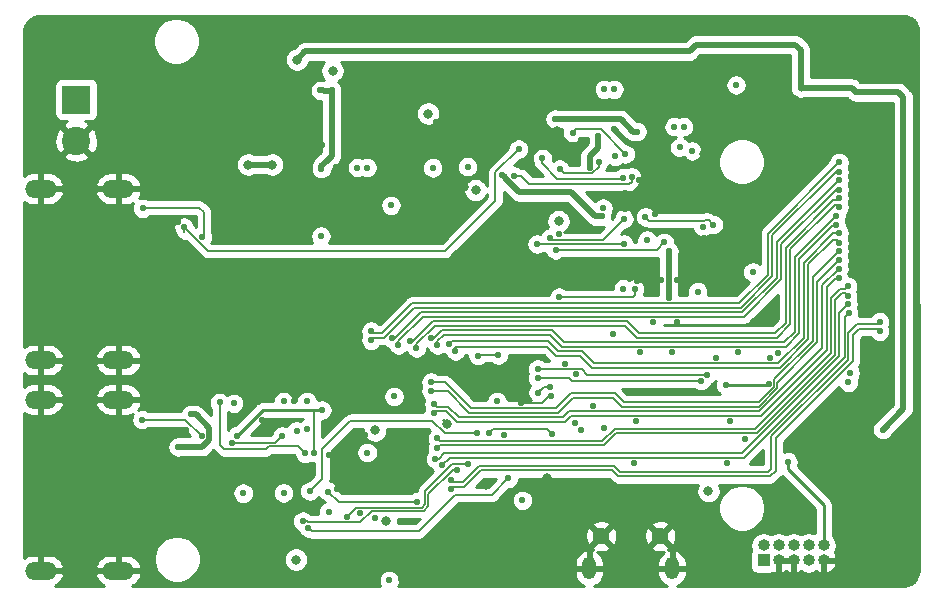
<source format=gbr>
G04 #@! TF.GenerationSoftware,KiCad,Pcbnew,(5.1.10)-1*
G04 #@! TF.CreationDate,2021-12-23T10:57:46+03:00*
G04 #@! TF.ProjectId,hdmi_to_mipi-dsi_converter,68646d69-5f74-46f5-9f6d-6970692d6473,rev?*
G04 #@! TF.SameCoordinates,Original*
G04 #@! TF.FileFunction,Copper,L4,Bot*
G04 #@! TF.FilePolarity,Positive*
%FSLAX46Y46*%
G04 Gerber Fmt 4.6, Leading zero omitted, Abs format (unit mm)*
G04 Created by KiCad (PCBNEW (5.1.10)-1) date 2021-12-23 10:57:46*
%MOMM*%
%LPD*%
G01*
G04 APERTURE LIST*
G04 #@! TA.AperFunction,ComponentPad*
%ADD10O,2.700000X1.500000*%
G04 #@! TD*
G04 #@! TA.AperFunction,ComponentPad*
%ADD11R,1.000000X1.000000*%
G04 #@! TD*
G04 #@! TA.AperFunction,ComponentPad*
%ADD12O,1.000000X1.000000*%
G04 #@! TD*
G04 #@! TA.AperFunction,ComponentPad*
%ADD13R,2.400000X2.400000*%
G04 #@! TD*
G04 #@! TA.AperFunction,ComponentPad*
%ADD14C,2.400000*%
G04 #@! TD*
G04 #@! TA.AperFunction,ComponentPad*
%ADD15C,1.450000*%
G04 #@! TD*
G04 #@! TA.AperFunction,ComponentPad*
%ADD16O,1.200000X1.900000*%
G04 #@! TD*
G04 #@! TA.AperFunction,ViaPad*
%ADD17C,0.550000*%
G04 #@! TD*
G04 #@! TA.AperFunction,ViaPad*
%ADD18C,0.800000*%
G04 #@! TD*
G04 #@! TA.AperFunction,Conductor*
%ADD19C,0.500000*%
G04 #@! TD*
G04 #@! TA.AperFunction,Conductor*
%ADD20C,0.250000*%
G04 #@! TD*
G04 #@! TA.AperFunction,Conductor*
%ADD21C,0.127000*%
G04 #@! TD*
G04 #@! TA.AperFunction,Conductor*
%ADD22C,0.150000*%
G04 #@! TD*
G04 #@! TA.AperFunction,Conductor*
%ADD23C,0.203200*%
G04 #@! TD*
G04 #@! TA.AperFunction,Conductor*
%ADD24C,0.254000*%
G04 #@! TD*
G04 #@! TA.AperFunction,Conductor*
%ADD25C,0.100000*%
G04 #@! TD*
G04 APERTURE END LIST*
D10*
X102600000Y-65300000D03*
X109140000Y-65300000D03*
X109140000Y-79800000D03*
X102600000Y-79800000D03*
X102600000Y-83150000D03*
X109140000Y-83150000D03*
X109140000Y-97650000D03*
X102600000Y-97650000D03*
D11*
X163780000Y-96760000D03*
D12*
X163780000Y-95490000D03*
X165050000Y-96760000D03*
X165050000Y-95490000D03*
X166320000Y-96760000D03*
X166320000Y-95490000D03*
X167590000Y-96760000D03*
X167590000Y-95490000D03*
X168860000Y-96760000D03*
X168860000Y-95490000D03*
D13*
X105580000Y-57740000D03*
D14*
X105580000Y-61240000D03*
D15*
X150030000Y-94720000D03*
X155030000Y-94720000D03*
D16*
X149030000Y-97420000D03*
X156030000Y-97420000D03*
D17*
X146120000Y-59390000D03*
X153060000Y-60450000D03*
X151210000Y-62540000D03*
X150060000Y-67640000D03*
X126965000Y-92646400D03*
X123140000Y-91050000D03*
X124240000Y-85800000D03*
X156684010Y-61790000D03*
X125110000Y-83300000D03*
X129400000Y-63500000D03*
X130219860Y-87630000D03*
X153914174Y-69624490D03*
X130200000Y-63500000D03*
X138720000Y-63430000D03*
X141660000Y-64110000D03*
X155755841Y-70594159D03*
D18*
X127290000Y-55310000D03*
X131790000Y-93450000D03*
X124190000Y-96700000D03*
D17*
X170970000Y-81670000D03*
X151910000Y-73740000D03*
X155760000Y-74529990D03*
X148360000Y-85750000D03*
X147775000Y-85165000D03*
D18*
X139395000Y-65405000D03*
D17*
X161450000Y-56500000D03*
X132090000Y-98450000D03*
X141200000Y-83300000D03*
X150250000Y-85550000D03*
X162860000Y-72340000D03*
X123140000Y-83300000D03*
X161650000Y-79150000D03*
X160650000Y-88550000D03*
X149795000Y-60825000D03*
X149060000Y-63515000D03*
X150195719Y-66932200D03*
X119724253Y-91070659D03*
X154451576Y-76600010D03*
X156046156Y-79140010D03*
X153293561Y-79140010D03*
X162220108Y-86454010D03*
X158200000Y-74020000D03*
X132224500Y-66692500D03*
X165020000Y-79190000D03*
X171110000Y-80880000D03*
D18*
X146421280Y-68040408D03*
X159110000Y-90900000D03*
D17*
X157710000Y-62090000D03*
D18*
X130890000Y-85743000D03*
D17*
X158652846Y-68527010D03*
X130890000Y-93150000D03*
X132500000Y-82880000D03*
X135770000Y-63520000D03*
D18*
X135382000Y-58928000D03*
D17*
X126780000Y-62940000D03*
X127200000Y-56950000D03*
X126260000Y-56970000D03*
X126334000Y-63596000D03*
X126300000Y-69290000D03*
X143360000Y-91670000D03*
D18*
X120142000Y-63242990D03*
X122174000Y-63242990D03*
D17*
X114200000Y-87150000D03*
X115300000Y-84400000D03*
X166923000Y-56750000D03*
X171640000Y-57110000D03*
X173870000Y-85682990D03*
D18*
X124280000Y-54350000D03*
D17*
X122997911Y-86225175D03*
X118790000Y-86816000D03*
X149810000Y-62988000D03*
X146510000Y-63633999D03*
X114707569Y-68548000D03*
X143040000Y-61940000D03*
X160570490Y-81918517D03*
X164230000Y-81830000D03*
X165830000Y-88400000D03*
X151935000Y-69965000D03*
X144600000Y-69970000D03*
X124760000Y-93440000D03*
X137842993Y-89085510D03*
X125240000Y-94000000D03*
X152860000Y-73790000D03*
X142180000Y-89800000D03*
X146480000Y-74460000D03*
X140540000Y-85970000D03*
X145850000Y-86030000D03*
X151960000Y-67840000D03*
X145704519Y-69460000D03*
X141330000Y-79380000D03*
X139610000Y-79430000D03*
X125360000Y-90890000D03*
X139550000Y-86010000D03*
X155377501Y-69840000D03*
X146173844Y-70465510D03*
X128520000Y-93050000D03*
X138770000Y-88620000D03*
X141790000Y-86100000D03*
X144650000Y-81300000D03*
X158496000Y-81534000D03*
X144650000Y-80550000D03*
X159004000Y-81026000D03*
X145723600Y-82050000D03*
X144700000Y-82550000D03*
X150300000Y-56870000D03*
X156210000Y-60040000D03*
X151100000Y-56870000D03*
X157010000Y-60040000D03*
X130556000Y-77324000D03*
X170180000Y-63060000D03*
X170180000Y-63860000D03*
X130556000Y-78124000D03*
X170180000Y-64560000D03*
X132305157Y-77949157D03*
X170180000Y-65360000D03*
X132870843Y-78514843D03*
X170180000Y-66060000D03*
X133829157Y-78203157D03*
X170180000Y-66860000D03*
X134394843Y-78768843D03*
X169926000Y-67560000D03*
X135607157Y-77949157D03*
X169926000Y-68360000D03*
X136172843Y-78514843D03*
X170180000Y-69060000D03*
X137131157Y-78457157D03*
X170180000Y-69860000D03*
X137696843Y-79022843D03*
X170180000Y-70560000D03*
X135636000Y-81642000D03*
X170180000Y-71360000D03*
X135636000Y-82442000D03*
X170150000Y-72060000D03*
X135890000Y-83520000D03*
X170150000Y-72860000D03*
X135890000Y-84320000D03*
X170907998Y-73560000D03*
X136170000Y-86430000D03*
X170907998Y-74360000D03*
X136170000Y-87230000D03*
X170912562Y-75060000D03*
X135987157Y-88157157D03*
X136545834Y-88715834D03*
X170977322Y-75795240D03*
X173608801Y-76560000D03*
X137320000Y-89930000D03*
X173608801Y-77360000D03*
X137320000Y-90730000D03*
X114200000Y-68100000D03*
X156510000Y-69590000D03*
X161960000Y-70590000D03*
X160360000Y-69890000D03*
X158710000Y-69440000D03*
X133090000Y-98350000D03*
X133390000Y-93500000D03*
X135640000Y-94900000D03*
X148010000Y-61740000D03*
X132640000Y-86554000D03*
X132590000Y-87554000D03*
X164050000Y-76503600D03*
X163050000Y-76503600D03*
X151000000Y-77600000D03*
X108150000Y-72050000D03*
X108150000Y-73550000D03*
X108150000Y-75050000D03*
X108150000Y-76550000D03*
X108000000Y-86900000D03*
X108000000Y-89900000D03*
X108000000Y-91400000D03*
X108000000Y-92900000D03*
X108000000Y-94400000D03*
X155108000Y-73040000D03*
X156412000Y-73040000D03*
X153060000Y-73090000D03*
D18*
X158710000Y-62340000D03*
D17*
X154510000Y-64490000D03*
X152010000Y-66390000D03*
X155110000Y-65690000D03*
X152010000Y-65690000D03*
X153246242Y-64521361D03*
X153860000Y-64490000D03*
X152066001Y-66990000D03*
X164450000Y-56600000D03*
X164450000Y-54250000D03*
X173450000Y-54300000D03*
X126990000Y-87800000D03*
X128190000Y-88250000D03*
X125140000Y-88950000D03*
X125140000Y-89600000D03*
X128240000Y-88950000D03*
X128240000Y-89600000D03*
X128190000Y-90250000D03*
X127640000Y-90750000D03*
X127036400Y-96600000D03*
X149350000Y-83650000D03*
X155260000Y-64440000D03*
X128190000Y-87600000D03*
X127640000Y-87750000D03*
X114250000Y-79690000D03*
X148335000Y-61190000D03*
X151110000Y-60207323D03*
X122580000Y-65240000D03*
X121580000Y-65330000D03*
X155110000Y-66390000D03*
X154552214Y-67442990D03*
X121990000Y-84960000D03*
X124050000Y-83270000D03*
X121280000Y-84880000D03*
X114863893Y-85686107D03*
X156453595Y-76600010D03*
X130048000Y-86106000D03*
X153000000Y-84974010D03*
X160931772Y-84974010D03*
X163350000Y-88200000D03*
X152842715Y-88534010D03*
X146460208Y-69095510D03*
X143210000Y-83420000D03*
X145780000Y-82820000D03*
X129590000Y-92755510D03*
X160860000Y-74000000D03*
X129230000Y-58610000D03*
X128250000Y-56440000D03*
X136060000Y-59610000D03*
X137350000Y-60760000D03*
X124750000Y-69370000D03*
X147380000Y-67040000D03*
X147025000Y-72275000D03*
X131800000Y-68200000D03*
X155805277Y-82582990D03*
X143190000Y-80190000D03*
X146930000Y-80150000D03*
X147860000Y-81000000D03*
X173330000Y-83200000D03*
X168430000Y-59690000D03*
X120680000Y-90240000D03*
X119550000Y-92490000D03*
X122780000Y-93810000D03*
X164354780Y-79582990D03*
X159720000Y-79620000D03*
X157020000Y-62790000D03*
X173310000Y-92260000D03*
X126400000Y-61570000D03*
X127550000Y-63470000D03*
D18*
X138412004Y-65139996D03*
X137000000Y-85220000D03*
X140280000Y-90340000D03*
X145410000Y-89790000D03*
X137620000Y-80870000D03*
X146330000Y-60390000D03*
X141970000Y-56920000D03*
X117380000Y-55760000D03*
X111410000Y-61850000D03*
X117770000Y-52620000D03*
X106080000Y-52580000D03*
X120860000Y-55670000D03*
X107940000Y-69050000D03*
D17*
X111150000Y-84850000D03*
X119190000Y-86200000D03*
X126380002Y-84030000D03*
X116200235Y-86218097D03*
X125730000Y-87630000D03*
X111200000Y-66950000D03*
X152610000Y-64290000D03*
X116250000Y-69350000D03*
X142632276Y-64210194D03*
X145060000Y-62720000D03*
X151910000Y-64360000D03*
X124950000Y-87690000D03*
X117720000Y-83390000D03*
X152070000Y-62360000D03*
X147610000Y-60540000D03*
X159530000Y-68330000D03*
X153780000Y-67680000D03*
X126940000Y-90940000D03*
X134470544Y-91794490D03*
X125160000Y-85610000D03*
X118910000Y-83460000D03*
D19*
X146120000Y-59390000D02*
X151670000Y-59390000D01*
X152730000Y-60450000D02*
X153060000Y-60450000D01*
X151670000Y-59390000D02*
X152730000Y-60450000D01*
X150060000Y-67640000D02*
X149540000Y-67640000D01*
X149540000Y-67640000D02*
X147500000Y-65600000D01*
X147500000Y-65600000D02*
X143100000Y-65600000D01*
X141880000Y-64330000D02*
X141660000Y-64110000D01*
X141880000Y-64380000D02*
X141880000Y-64330000D01*
X141660000Y-64110000D02*
X141630000Y-64130000D01*
X143100000Y-65600000D02*
X141880000Y-64380000D01*
X155760000Y-70598318D02*
X155760000Y-74529990D01*
X155755841Y-70594159D02*
X155760000Y-70598318D01*
X149795000Y-60825000D02*
X149795000Y-61805000D01*
X149060000Y-62540000D02*
X149060000Y-63515000D01*
X149795000Y-61805000D02*
X149060000Y-62540000D01*
X146420872Y-68040000D02*
X146421280Y-68040408D01*
X146334647Y-68040000D02*
X146420872Y-68040000D01*
X127200000Y-62520000D02*
X127200000Y-56950000D01*
X126260000Y-56970000D02*
X126520000Y-56970000D01*
X126520000Y-56970000D02*
X126530000Y-56980000D01*
X127170000Y-56980000D02*
X127200000Y-56950000D01*
X126530000Y-56980000D02*
X127170000Y-56980000D01*
X127200000Y-62520000D02*
X126780000Y-62940000D01*
X126334000Y-63386000D02*
X126780000Y-62940000D01*
X126334000Y-63596000D02*
X126334000Y-63386000D01*
X120142000Y-63242990D02*
X122174000Y-63242990D01*
X115688908Y-84400000D02*
X115300000Y-84400000D01*
X116852237Y-85563329D02*
X115688908Y-84400000D01*
X116233296Y-87150000D02*
X116852237Y-86531059D01*
X114200000Y-87150000D02*
X116233296Y-87150000D01*
X116852237Y-86531059D02*
X116852237Y-85563329D01*
D20*
X166923000Y-56923000D02*
X166923000Y-56750000D01*
D19*
X166923000Y-56750000D02*
X171240000Y-56750000D01*
X171600000Y-57110000D02*
X171640000Y-57110000D01*
X171240000Y-56750000D02*
X171600000Y-57110000D01*
X171640000Y-57110000D02*
X175170000Y-57110000D01*
X175170000Y-57110000D02*
X175620000Y-57560000D01*
X175620000Y-57560000D02*
X175620000Y-83932990D01*
X175620000Y-83932990D02*
X173870000Y-85682990D01*
X124280000Y-54350000D02*
X124980000Y-53650000D01*
X124980000Y-53650000D02*
X157510000Y-53650000D01*
X157510000Y-53650000D02*
X158070000Y-53090000D01*
X158070000Y-53090000D02*
X166450000Y-53090000D01*
X166923000Y-53563000D02*
X166923000Y-56750000D01*
X166450000Y-53090000D02*
X166923000Y-53563000D01*
D21*
X122997911Y-86225175D02*
X122407086Y-86816000D01*
X122407086Y-86816000D02*
X118790000Y-86816000D01*
D22*
X146868003Y-63992002D02*
X149288962Y-63992002D01*
X149810000Y-63470964D02*
X149810000Y-62988000D01*
X146510000Y-63633999D02*
X146868003Y-63992002D01*
X149288962Y-63992002D02*
X149810000Y-63470964D01*
X114707569Y-68936908D02*
X114750000Y-68979339D01*
X114707569Y-68548000D02*
X114707569Y-68936908D01*
D21*
X116709569Y-70550000D02*
X136840000Y-70550000D01*
X141079490Y-63900510D02*
X143040000Y-61940000D01*
X141079490Y-66310510D02*
X141079490Y-63900510D01*
X114707569Y-68548000D02*
X116709569Y-70550000D01*
X136840000Y-70550000D02*
X141079490Y-66310510D01*
D20*
X164141483Y-81918517D02*
X164230000Y-81830000D01*
X160570490Y-81918517D02*
X164141483Y-81918517D01*
X165830000Y-88400000D02*
X165830000Y-89030000D01*
X168860000Y-92060000D02*
X168860000Y-95490000D01*
X165830000Y-89030000D02*
X168860000Y-92060000D01*
D21*
X151546092Y-69965000D02*
X151511092Y-70000000D01*
X151935000Y-69965000D02*
X151546092Y-69965000D01*
X151511092Y-70000000D02*
X144630000Y-70000000D01*
X144630000Y-70000000D02*
X144600000Y-69970000D01*
X125148908Y-93440000D02*
X125224409Y-93515501D01*
X137454085Y-89085510D02*
X137842993Y-89085510D01*
X124760000Y-93440000D02*
X125148908Y-93440000D01*
X129634499Y-93515501D02*
X130605989Y-92544011D01*
X135005214Y-92544011D02*
X135404011Y-92145214D01*
X130605989Y-92544011D02*
X135005214Y-92544011D01*
X125224409Y-93515501D02*
X129634499Y-93515501D01*
X135404011Y-92145214D02*
X135404011Y-91135584D01*
X135404011Y-91135584D02*
X137454085Y-89085510D01*
X152860000Y-73790000D02*
X152860000Y-74310000D01*
X152710000Y-74460000D02*
X146480000Y-74460000D01*
X152860000Y-74310000D02*
X152710000Y-74460000D01*
X134600000Y-94310000D02*
X137690000Y-91220000D01*
X140760000Y-91220000D02*
X142180000Y-89800000D01*
X125240000Y-94000000D02*
X125550000Y-94310000D01*
X137690000Y-91220000D02*
X140760000Y-91220000D01*
X125550000Y-94310000D02*
X134600000Y-94310000D01*
X140540000Y-85970000D02*
X140875501Y-85634499D01*
X140875501Y-85634499D02*
X145454499Y-85634499D01*
X145454499Y-85634499D02*
X145850000Y-86030000D01*
X145894519Y-69650000D02*
X145704519Y-69460000D01*
X150150000Y-69650000D02*
X145894519Y-69650000D01*
X151960000Y-67840000D02*
X150150000Y-69650000D01*
X141330000Y-79380000D02*
X139660000Y-79380000D01*
X139660000Y-79380000D02*
X139610000Y-79430000D01*
X125360000Y-90890000D02*
X126420000Y-89830000D01*
X126420000Y-89830000D02*
X126420000Y-87310000D01*
X126420000Y-87310000D02*
X128800000Y-84930000D01*
X128800000Y-84930000D02*
X135700000Y-84930000D01*
X135700000Y-84930000D02*
X136770000Y-86000000D01*
X139540000Y-86000000D02*
X139550000Y-86010000D01*
X136770000Y-86000000D02*
X139540000Y-86000000D01*
X155377501Y-69840000D02*
X154751991Y-70465510D01*
X154751991Y-70465510D02*
X146173844Y-70465510D01*
X129180000Y-92330000D02*
X129220000Y-92290000D01*
X128520000Y-93050000D02*
X129180000Y-92390000D01*
X129180000Y-92390000D02*
X129180000Y-92330000D01*
X129220000Y-92290000D02*
X134820000Y-92290000D01*
X134820000Y-92290000D02*
X135150000Y-91960000D01*
X135150000Y-91960000D02*
X135150000Y-90850000D01*
X135150000Y-90850000D02*
X137380000Y-88620000D01*
X137380000Y-88620000D02*
X138770000Y-88620000D01*
D23*
X144650000Y-81300000D02*
X146538000Y-81300000D01*
D21*
X158496000Y-81534000D02*
X147574000Y-81534000D01*
X147340000Y-81300000D02*
X146538000Y-81300000D01*
X147574000Y-81534000D02*
X147340000Y-81300000D01*
X148844000Y-81026000D02*
X159004000Y-81026000D01*
X148368000Y-80550000D02*
X148844000Y-81026000D01*
X144650000Y-80550000D02*
X148368000Y-80550000D01*
D23*
X144700000Y-82550000D02*
X144887500Y-82362500D01*
X145200000Y-82050000D02*
X144700000Y-82550000D01*
X145723600Y-82050000D02*
X145200000Y-82050000D01*
D21*
X164149500Y-72565920D02*
X161719920Y-74995500D01*
X161719920Y-74995500D02*
X134033920Y-74995500D01*
X170180000Y-63060000D02*
X164149500Y-69090500D01*
X134033920Y-74995500D02*
X131493920Y-77535500D01*
X130767500Y-77535500D02*
X130556000Y-77324000D01*
X164149500Y-69090500D02*
X164149500Y-72565920D01*
X131493920Y-77535500D02*
X130767500Y-77535500D01*
X169913159Y-63860000D02*
X164526500Y-69246659D01*
X170180000Y-63860000D02*
X169913159Y-63860000D01*
X164526500Y-69246659D02*
X164526500Y-72722080D01*
X164526500Y-72722080D02*
X161876080Y-75372500D01*
X161876080Y-75372500D02*
X134190080Y-75372500D01*
X131650080Y-77912500D02*
X130767500Y-77912500D01*
X134190080Y-75372500D02*
X131650080Y-77912500D01*
X130767500Y-77912500D02*
X130556000Y-78124000D01*
X164911500Y-69828499D02*
X164911500Y-72819920D01*
X170180000Y-64560000D02*
X164911500Y-69828499D01*
X164911500Y-72819920D02*
X161973920Y-75757500D01*
X132604263Y-77949157D02*
X132305157Y-77949157D01*
X161973920Y-75757500D02*
X134795920Y-75757500D01*
X134795920Y-75757500D02*
X132604263Y-77949157D01*
X165288500Y-69984659D02*
X165288500Y-72976080D01*
X169913159Y-65360000D02*
X165288500Y-69984659D01*
X170180000Y-65360000D02*
X169913159Y-65360000D01*
X165288500Y-72976080D02*
X162130080Y-76134500D01*
X132870843Y-78215737D02*
X132870843Y-78514843D01*
X134952080Y-76134500D02*
X132870843Y-78215737D01*
X162130080Y-76134500D02*
X134952080Y-76134500D01*
X134128263Y-78203157D02*
X133829157Y-78203157D01*
X135811920Y-76519500D02*
X134128263Y-78203157D01*
X152224080Y-76519500D02*
X135811920Y-76519500D01*
X153240080Y-77535500D02*
X152224080Y-76519500D01*
X165673500Y-76629920D02*
X164767920Y-77535500D01*
X169968500Y-66271500D02*
X169681920Y-66271500D01*
X164767920Y-77535500D02*
X153240080Y-77535500D01*
X170180000Y-66060000D02*
X169968500Y-66271500D01*
X165673500Y-70279920D02*
X165673500Y-76629920D01*
X169681920Y-66271500D02*
X165673500Y-70279920D01*
X134394843Y-78469737D02*
X134394843Y-78768843D01*
X170180000Y-66860000D02*
X169968500Y-66648500D01*
X169968500Y-66648500D02*
X169838080Y-66648500D01*
X152067920Y-76896500D02*
X135968080Y-76896500D01*
X169838080Y-66648500D02*
X166050500Y-70436080D01*
X166050500Y-70436080D02*
X166050500Y-76786080D01*
X166050500Y-76786080D02*
X164924080Y-77912500D01*
X164924080Y-77912500D02*
X153083920Y-77912500D01*
X135968080Y-76896500D02*
X134394843Y-78469737D01*
X153083920Y-77912500D02*
X152067920Y-76896500D01*
X146890080Y-78297500D02*
X145874080Y-77281500D01*
X166435500Y-71050500D02*
X166435500Y-77391920D01*
X169926000Y-67560000D02*
X166435500Y-71050500D01*
X165529920Y-78297500D02*
X146890080Y-78297500D01*
X166435500Y-77391920D02*
X165529920Y-78297500D01*
X135906263Y-77949157D02*
X135607157Y-77949157D01*
X136573920Y-77281500D02*
X135906263Y-77949157D01*
X145874080Y-77281500D02*
X136573920Y-77281500D01*
X146733920Y-78674500D02*
X145717920Y-77658500D01*
X165686080Y-78674500D02*
X146733920Y-78674500D01*
X166812500Y-77548080D02*
X165686080Y-78674500D01*
X169659159Y-68360000D02*
X166812500Y-71206659D01*
X169926000Y-68360000D02*
X169659159Y-68360000D01*
X166812500Y-71206659D02*
X166812500Y-77548080D01*
X136172843Y-78215737D02*
X136172843Y-78514843D01*
X136730080Y-77658500D02*
X136172843Y-78215737D01*
X145717920Y-77658500D02*
X136730080Y-77658500D01*
X145504738Y-78182158D02*
X137406156Y-78182158D01*
X148414080Y-79059500D02*
X146382080Y-79059500D01*
X149430080Y-80075500D02*
X148414080Y-79059500D01*
X159486558Y-80075500D02*
X149430080Y-80075500D01*
X167197500Y-71549920D02*
X167197500Y-77899920D01*
X159943441Y-80085501D02*
X159496559Y-80085501D01*
X159953442Y-80075500D02*
X159943441Y-80085501D01*
X170180000Y-69060000D02*
X169687420Y-69060000D01*
X165021920Y-80075500D02*
X159953442Y-80075500D01*
X167197500Y-77899920D02*
X165021920Y-80075500D01*
X159496559Y-80085501D02*
X159486558Y-80075500D01*
X169687420Y-69060000D02*
X167197500Y-71549920D01*
X146382080Y-79059500D02*
X145504738Y-78182158D01*
X137406156Y-78182158D02*
X137131157Y-78457157D01*
X169968500Y-69648500D02*
X169632080Y-69648500D01*
X170180000Y-69860000D02*
X169968500Y-69648500D01*
X169632080Y-69648500D02*
X167574500Y-71706080D01*
X167574500Y-71706080D02*
X167574500Y-78056080D01*
X167574500Y-78056080D02*
X165178080Y-80452500D01*
X165178080Y-80452500D02*
X149273920Y-80452500D01*
X149273920Y-80452500D02*
X148257920Y-79436500D01*
X148257920Y-79436500D02*
X146225920Y-79436500D01*
X146225920Y-79436500D02*
X145463920Y-78674500D01*
X137696843Y-78723737D02*
X137696843Y-79022843D01*
X137746080Y-78674500D02*
X137696843Y-78723737D01*
X145463920Y-78674500D02*
X137746080Y-78674500D01*
X167959500Y-72780500D02*
X167959500Y-78153920D01*
X164695502Y-82053442D02*
X163371444Y-83377500D01*
X163371444Y-83377500D02*
X151970080Y-83377500D01*
X151970080Y-83377500D02*
X151208080Y-82615500D01*
X151208080Y-82615500D02*
X147495920Y-82615500D01*
X146225920Y-83885500D02*
X139016080Y-83885500D01*
X147495920Y-82615500D02*
X146225920Y-83885500D01*
X139016080Y-83885500D02*
X136772580Y-81642000D01*
X167959500Y-78153920D02*
X164695502Y-81417918D01*
X136772580Y-81642000D02*
X135636000Y-81642000D01*
X170180000Y-70560000D02*
X167959500Y-72780500D01*
X164695502Y-81417918D02*
X164695502Y-82053442D01*
X163353669Y-83754500D02*
X151813920Y-83754500D01*
X146382080Y-84262500D02*
X138859920Y-84262500D01*
X137039420Y-82442000D02*
X135636000Y-82442000D01*
X147652080Y-82992500D02*
X146382080Y-84262500D01*
X138859920Y-84262500D02*
X137039420Y-82442000D01*
X151051920Y-82992500D02*
X147652080Y-82992500D01*
X151813920Y-83754500D02*
X151051920Y-82992500D01*
X168336500Y-78310080D02*
X164949513Y-81697067D01*
X164949513Y-82158656D02*
X163353669Y-83754500D01*
X168336500Y-73203500D02*
X168336500Y-78310080D01*
X170180000Y-71360000D02*
X168336500Y-73203500D01*
X164949513Y-81697067D02*
X164949513Y-82158656D01*
X168761500Y-78761920D02*
X163391920Y-84131500D01*
X163391920Y-84131500D02*
X147341920Y-84131500D01*
X146821920Y-84651500D02*
X137978080Y-84651500D01*
X136101500Y-83731500D02*
X135890000Y-83520000D01*
X147341920Y-84131500D02*
X146821920Y-84651500D01*
X170150000Y-72060000D02*
X168761500Y-73448500D01*
X168761500Y-73448500D02*
X168761500Y-78761920D01*
X137978080Y-84651500D02*
X137058080Y-83731500D01*
X137058080Y-83731500D02*
X136101500Y-83731500D01*
X170150000Y-72860000D02*
X169883159Y-72860000D01*
X163548080Y-84508500D02*
X147498080Y-84508500D01*
X169883159Y-72860000D02*
X169138500Y-73604659D01*
X169138500Y-78918080D02*
X163548080Y-84508500D01*
X169138500Y-73604659D02*
X169138500Y-78918080D01*
X147498080Y-84508500D02*
X146978080Y-85028500D01*
X146978080Y-85028500D02*
X137821920Y-85028500D01*
X137821920Y-85028500D02*
X136901920Y-84108500D01*
X136901920Y-84108500D02*
X136101500Y-84108500D01*
X136101500Y-84108500D02*
X135890000Y-84320000D01*
X170907998Y-73560000D02*
X170696498Y-73771500D01*
X170696498Y-73771500D02*
X170241920Y-73771500D01*
X170241920Y-73771500D02*
X169481500Y-74531920D01*
X169481500Y-74531920D02*
X169481500Y-79221920D01*
X169481500Y-79221920D02*
X163091920Y-85611500D01*
X163091920Y-85611500D02*
X151161920Y-85611500D01*
X151161920Y-85611500D02*
X150131920Y-86641500D01*
X136381500Y-86641500D02*
X136170000Y-86430000D01*
X150131920Y-86641500D02*
X136381500Y-86641500D01*
X170907998Y-74360000D02*
X170696498Y-74148500D01*
X170696498Y-74148500D02*
X170398080Y-74148500D01*
X170398080Y-74148500D02*
X169858500Y-74688080D01*
X169858500Y-74688080D02*
X169858500Y-79378080D01*
X169858500Y-79378080D02*
X163248080Y-85988500D01*
X163248080Y-85988500D02*
X151318080Y-85988500D01*
X151318080Y-85988500D02*
X150288080Y-87018500D01*
X136381500Y-87018500D02*
X136170000Y-87230000D01*
X150288080Y-87018500D02*
X136381500Y-87018500D01*
X136751920Y-87691500D02*
X136286263Y-88157157D01*
X136286263Y-88157157D02*
X135987157Y-88157157D01*
X170912562Y-75060000D02*
X170191500Y-75781062D01*
X170191500Y-75781062D02*
X170191500Y-79451920D01*
X170191500Y-79451920D02*
X161951920Y-87691500D01*
X161951920Y-87691500D02*
X136751920Y-87691500D01*
X136545834Y-88715834D02*
X137193168Y-88068500D01*
X137193168Y-88068500D02*
X162108080Y-88068500D01*
X162108080Y-88068500D02*
X170657323Y-79519257D01*
X170657323Y-79519257D02*
X170657323Y-76115239D01*
X170657323Y-76115239D02*
X170977322Y-75795240D01*
X138301920Y-90141500D02*
X137531500Y-90141500D01*
X139691920Y-88751500D02*
X138301920Y-90141500D01*
X137531500Y-90141500D02*
X137320000Y-89930000D01*
X151128080Y-88751500D02*
X139691920Y-88751500D01*
X164431500Y-89021920D02*
X164181920Y-89271500D01*
X173397301Y-76771500D02*
X171711920Y-76771500D01*
X170941500Y-79751920D02*
X164431500Y-86261920D01*
X173608801Y-76560000D02*
X173397301Y-76771500D01*
X171711920Y-76771500D02*
X170941500Y-77541920D01*
X151648080Y-89271500D02*
X151128080Y-88751500D01*
X164181920Y-89271500D02*
X151648080Y-89271500D01*
X164431500Y-86261920D02*
X164431500Y-89021920D01*
X170941500Y-77541920D02*
X170941500Y-79751920D01*
X171868080Y-77148500D02*
X171318500Y-77698080D01*
X139848080Y-89128500D02*
X138458080Y-90518500D01*
X173397301Y-77148500D02*
X171868080Y-77148500D01*
X164808500Y-89178080D02*
X164338080Y-89648500D01*
X171318500Y-79908080D02*
X164808500Y-86418080D01*
X164808500Y-86418080D02*
X164808500Y-89178080D01*
X171318500Y-77698080D02*
X171318500Y-79908080D01*
X164338080Y-89648500D02*
X151491920Y-89648500D01*
X151491920Y-89648500D02*
X150971920Y-89128500D01*
X150971920Y-89128500D02*
X139848080Y-89128500D01*
X137531500Y-90518500D02*
X137320000Y-90730000D01*
X173608801Y-77360000D02*
X173397301Y-77148500D01*
X138458080Y-90518500D02*
X137531500Y-90518500D01*
D19*
X114200000Y-68100000D02*
X112400000Y-68100000D01*
D21*
X143210000Y-83420000D02*
X145050000Y-83420000D01*
X145650000Y-82820000D02*
X145780000Y-82820000D01*
X145050000Y-83420000D02*
X145650000Y-82820000D01*
D20*
X129600000Y-68200000D02*
X131800000Y-68200000D01*
X127508000Y-66108000D02*
X129600000Y-68200000D01*
X127550000Y-66066000D02*
X127508000Y-66108000D01*
X127550000Y-63470000D02*
X127550000Y-66066000D01*
X119190000Y-86200000D02*
X121360000Y-84030000D01*
D23*
X114832138Y-84850000D02*
X116200235Y-86218097D01*
X111150000Y-84850000D02*
X114832138Y-84850000D01*
D20*
X126028000Y-84030000D02*
X126380002Y-84030000D01*
X121360000Y-84030000D02*
X126028000Y-84030000D01*
D21*
X125984000Y-84074000D02*
X126028000Y-84030000D01*
X125730000Y-84074000D02*
X125984000Y-84074000D01*
X125730000Y-87630000D02*
X125730000Y-84074000D01*
D22*
X111250000Y-66900000D02*
X111200000Y-66950000D01*
X116000000Y-66900000D02*
X111250000Y-66900000D01*
X116400000Y-67300000D02*
X116000000Y-66900000D01*
X116400000Y-69200000D02*
X116400000Y-67300000D01*
X116250000Y-69350000D02*
X116400000Y-69200000D01*
D21*
X143240194Y-64210194D02*
X142632276Y-64210194D01*
X152388908Y-64900000D02*
X143930000Y-64900000D01*
X143930000Y-64900000D02*
X143240194Y-64210194D01*
X152610000Y-64678908D02*
X152388908Y-64900000D01*
X152610000Y-64290000D02*
X152610000Y-64678908D01*
D22*
X146330000Y-64450000D02*
X151820000Y-64450000D01*
X144990000Y-63110000D02*
X146330000Y-64450000D01*
X145060000Y-63040000D02*
X144990000Y-63110000D01*
X151820000Y-64450000D02*
X151910000Y-64360000D01*
X145060000Y-62720000D02*
X145060000Y-63040000D01*
D21*
X124950000Y-87690000D02*
X124370000Y-87110000D01*
X124370000Y-87110000D02*
X121930000Y-87110000D01*
X121930000Y-87110000D02*
X121680000Y-87360000D01*
X121680000Y-87360000D02*
X118120000Y-87360000D01*
X117720000Y-86960000D02*
X117720000Y-83390000D01*
X118120000Y-87360000D02*
X117720000Y-86960000D01*
D22*
X152070000Y-62360000D02*
X149975001Y-60265001D01*
X149975001Y-60265001D02*
X147884999Y-60265001D01*
X147884999Y-60265001D02*
X147610000Y-60540000D01*
X159530000Y-68330000D02*
X159120000Y-67920000D01*
X159120000Y-67920000D02*
X158800000Y-67920000D01*
X158800000Y-67920000D02*
X158780000Y-67940000D01*
X158800000Y-67920000D02*
X158730000Y-67990000D01*
X158730000Y-67990000D02*
X154090000Y-67990000D01*
X154090000Y-67990000D02*
X153780000Y-67680000D01*
X127794490Y-91794490D02*
X134470544Y-91794490D01*
X126940000Y-90940000D02*
X127794490Y-91794490D01*
D24*
X175799659Y-50678625D02*
X176049429Y-50754035D01*
X176279792Y-50876522D01*
X176481980Y-51041422D01*
X176648286Y-51242450D01*
X176772378Y-51471954D01*
X176849531Y-51721195D01*
X176880015Y-52011227D01*
X176909597Y-97581699D01*
X176875482Y-97870113D01*
X176793890Y-98122040D01*
X176664918Y-98353322D01*
X176493480Y-98555148D01*
X176286102Y-98719834D01*
X176050686Y-98841103D01*
X175793327Y-98915163D01*
X175529187Y-98939988D01*
X156452333Y-98932154D01*
X156610533Y-98867421D01*
X156813474Y-98733078D01*
X156986307Y-98561725D01*
X157122390Y-98359946D01*
X157216493Y-98135496D01*
X157265000Y-97897000D01*
X157265000Y-97547000D01*
X156157000Y-97547000D01*
X156157000Y-97567000D01*
X155903000Y-97567000D01*
X155903000Y-97547000D01*
X154795000Y-97547000D01*
X154795000Y-97897000D01*
X154843507Y-98135496D01*
X154937610Y-98359946D01*
X155073693Y-98561725D01*
X155246526Y-98733078D01*
X155449467Y-98867421D01*
X155606818Y-98931807D01*
X149459351Y-98929283D01*
X149610533Y-98867421D01*
X149813474Y-98733078D01*
X149986307Y-98561725D01*
X150122390Y-98359946D01*
X150216493Y-98135496D01*
X150265000Y-97897000D01*
X150265000Y-97547000D01*
X149157000Y-97547000D01*
X149157000Y-97567000D01*
X148903000Y-97567000D01*
X148903000Y-97547000D01*
X147795000Y-97547000D01*
X147795000Y-97897000D01*
X147843507Y-98135496D01*
X147937610Y-98359946D01*
X148073693Y-98561725D01*
X148246526Y-98733078D01*
X148449467Y-98867421D01*
X148599787Y-98928930D01*
X132868753Y-98922470D01*
X132896431Y-98881047D01*
X132965029Y-98715437D01*
X133000000Y-98539627D01*
X133000000Y-98360373D01*
X132965029Y-98184563D01*
X132896431Y-98018953D01*
X132796843Y-97869909D01*
X132670091Y-97743157D01*
X132521047Y-97643569D01*
X132355437Y-97574971D01*
X132179627Y-97540000D01*
X132000373Y-97540000D01*
X131824563Y-97574971D01*
X131658953Y-97643569D01*
X131509909Y-97743157D01*
X131383157Y-97869909D01*
X131283569Y-98018953D01*
X131214971Y-98184563D01*
X131180000Y-98360373D01*
X131180000Y-98539627D01*
X131214971Y-98715437D01*
X131283569Y-98881047D01*
X131310820Y-98921831D01*
X110308022Y-98913206D01*
X110387349Y-98880972D01*
X110615061Y-98731028D01*
X110809145Y-98539540D01*
X110962142Y-98313868D01*
X111068173Y-98062684D01*
X111082318Y-97991185D01*
X110959656Y-97777000D01*
X109267000Y-97777000D01*
X109267000Y-97797000D01*
X109013000Y-97797000D01*
X109013000Y-97777000D01*
X107320344Y-97777000D01*
X107197682Y-97991185D01*
X107211827Y-98062684D01*
X107317858Y-98313868D01*
X107470855Y-98539540D01*
X107664939Y-98731028D01*
X107892651Y-98880972D01*
X107969615Y-98912246D01*
X103774624Y-98910524D01*
X103847349Y-98880972D01*
X104075061Y-98731028D01*
X104269145Y-98539540D01*
X104422142Y-98313868D01*
X104528173Y-98062684D01*
X104542318Y-97991185D01*
X104419656Y-97777000D01*
X102727000Y-97777000D01*
X102727000Y-97797000D01*
X102473000Y-97797000D01*
X102473000Y-97777000D01*
X102453000Y-97777000D01*
X102453000Y-97523000D01*
X102473000Y-97523000D01*
X102473000Y-96265000D01*
X102727000Y-96265000D01*
X102727000Y-97523000D01*
X104419656Y-97523000D01*
X104542318Y-97308815D01*
X107197682Y-97308815D01*
X107320344Y-97523000D01*
X109013000Y-97523000D01*
X109013000Y-96265000D01*
X109267000Y-96265000D01*
X109267000Y-97523000D01*
X110959656Y-97523000D01*
X111082318Y-97308815D01*
X111068173Y-97237316D01*
X110962142Y-96986132D01*
X110809145Y-96760460D01*
X110615061Y-96568972D01*
X110456398Y-96464495D01*
X112155000Y-96464495D01*
X112155000Y-96855505D01*
X112231282Y-97239003D01*
X112380915Y-97600250D01*
X112598149Y-97925364D01*
X112874636Y-98201851D01*
X113199750Y-98419085D01*
X113560997Y-98568718D01*
X113944495Y-98645000D01*
X114335505Y-98645000D01*
X114719003Y-98568718D01*
X115080250Y-98419085D01*
X115405364Y-98201851D01*
X115681851Y-97925364D01*
X115899085Y-97600250D01*
X116048718Y-97239003D01*
X116125000Y-96855505D01*
X116125000Y-96598061D01*
X123155000Y-96598061D01*
X123155000Y-96801939D01*
X123194774Y-97001898D01*
X123272795Y-97190256D01*
X123386063Y-97359774D01*
X123530226Y-97503937D01*
X123699744Y-97617205D01*
X123888102Y-97695226D01*
X124088061Y-97735000D01*
X124291939Y-97735000D01*
X124491898Y-97695226D01*
X124680256Y-97617205D01*
X124849774Y-97503937D01*
X124993937Y-97359774D01*
X125107205Y-97190256D01*
X125185226Y-97001898D01*
X125196941Y-96943000D01*
X147795000Y-96943000D01*
X147795000Y-97293000D01*
X148903000Y-97293000D01*
X148903000Y-96001269D01*
X149157000Y-96001269D01*
X149157000Y-97293000D01*
X150265000Y-97293000D01*
X150265000Y-96943000D01*
X150216493Y-96704504D01*
X150122390Y-96480054D01*
X149986307Y-96278275D01*
X149813474Y-96106922D01*
X149718164Y-96043829D01*
X149835849Y-96072719D01*
X150103482Y-96084604D01*
X150368291Y-96044048D01*
X150620100Y-95952609D01*
X150727035Y-95895450D01*
X150789528Y-95659133D01*
X154270472Y-95659133D01*
X154332965Y-95895450D01*
X154575678Y-96008850D01*
X154835849Y-96072719D01*
X155103482Y-96084604D01*
X155333442Y-96049385D01*
X155246526Y-96106922D01*
X155073693Y-96278275D01*
X154937610Y-96480054D01*
X154843507Y-96704504D01*
X154795000Y-96943000D01*
X154795000Y-97293000D01*
X155903000Y-97293000D01*
X155903000Y-96001269D01*
X156157000Y-96001269D01*
X156157000Y-97293000D01*
X157265000Y-97293000D01*
X157265000Y-96943000D01*
X157216493Y-96704504D01*
X157122390Y-96480054D01*
X156986307Y-96278275D01*
X156813474Y-96106922D01*
X156610533Y-95972579D01*
X156385282Y-95880409D01*
X156347609Y-95876538D01*
X156157000Y-96001269D01*
X155903000Y-96001269D01*
X155729138Y-95887497D01*
X155789528Y-95659133D01*
X155030000Y-94899605D01*
X154270472Y-95659133D01*
X150789528Y-95659133D01*
X150030000Y-94899605D01*
X149270472Y-95659133D01*
X149330862Y-95887497D01*
X149157000Y-96001269D01*
X148903000Y-96001269D01*
X148712391Y-95876538D01*
X148674718Y-95880409D01*
X148449467Y-95972579D01*
X148246526Y-96106922D01*
X148073693Y-96278275D01*
X147937610Y-96480054D01*
X147843507Y-96704504D01*
X147795000Y-96943000D01*
X125196941Y-96943000D01*
X125225000Y-96801939D01*
X125225000Y-96598061D01*
X125185226Y-96398102D01*
X125107205Y-96209744D01*
X124993937Y-96040226D01*
X124849774Y-95896063D01*
X124680256Y-95782795D01*
X124491898Y-95704774D01*
X124291939Y-95665000D01*
X124088061Y-95665000D01*
X123888102Y-95704774D01*
X123699744Y-95782795D01*
X123530226Y-95896063D01*
X123386063Y-96040226D01*
X123272795Y-96209744D01*
X123194774Y-96398102D01*
X123155000Y-96598061D01*
X116125000Y-96598061D01*
X116125000Y-96464495D01*
X116048718Y-96080997D01*
X115899085Y-95719750D01*
X115681851Y-95394636D01*
X115405364Y-95118149D01*
X115080250Y-94900915D01*
X114719003Y-94751282D01*
X114335505Y-94675000D01*
X113944495Y-94675000D01*
X113560997Y-94751282D01*
X113199750Y-94900915D01*
X112874636Y-95118149D01*
X112598149Y-95394636D01*
X112380915Y-95719750D01*
X112231282Y-96080997D01*
X112155000Y-96464495D01*
X110456398Y-96464495D01*
X110387349Y-96419028D01*
X110134760Y-96316389D01*
X109867000Y-96265000D01*
X109267000Y-96265000D01*
X109013000Y-96265000D01*
X108413000Y-96265000D01*
X108145240Y-96316389D01*
X107892651Y-96419028D01*
X107664939Y-96568972D01*
X107470855Y-96760460D01*
X107317858Y-96986132D01*
X107211827Y-97237316D01*
X107197682Y-97308815D01*
X104542318Y-97308815D01*
X104528173Y-97237316D01*
X104422142Y-96986132D01*
X104269145Y-96760460D01*
X104075061Y-96568972D01*
X103847349Y-96419028D01*
X103594760Y-96316389D01*
X103327000Y-96265000D01*
X102727000Y-96265000D01*
X102473000Y-96265000D01*
X101873000Y-96265000D01*
X101605240Y-96316389D01*
X101352651Y-96419028D01*
X101160000Y-96545885D01*
X101160000Y-90981032D01*
X118814253Y-90981032D01*
X118814253Y-91160286D01*
X118849224Y-91336096D01*
X118917822Y-91501706D01*
X119017410Y-91650750D01*
X119144162Y-91777502D01*
X119293206Y-91877090D01*
X119458816Y-91945688D01*
X119634626Y-91980659D01*
X119813880Y-91980659D01*
X119989690Y-91945688D01*
X120155300Y-91877090D01*
X120304344Y-91777502D01*
X120431096Y-91650750D01*
X120530684Y-91501706D01*
X120599282Y-91336096D01*
X120634253Y-91160286D01*
X120634253Y-90981032D01*
X120630144Y-90960373D01*
X122230000Y-90960373D01*
X122230000Y-91139627D01*
X122264971Y-91315437D01*
X122333569Y-91481047D01*
X122433157Y-91630091D01*
X122559909Y-91756843D01*
X122708953Y-91856431D01*
X122874563Y-91925029D01*
X123050373Y-91960000D01*
X123229627Y-91960000D01*
X123405437Y-91925029D01*
X123571047Y-91856431D01*
X123720091Y-91756843D01*
X123846843Y-91630091D01*
X123946431Y-91481047D01*
X124015029Y-91315437D01*
X124050000Y-91139627D01*
X124050000Y-90960373D01*
X124015029Y-90784563D01*
X123946431Y-90618953D01*
X123846843Y-90469909D01*
X123720091Y-90343157D01*
X123571047Y-90243569D01*
X123405437Y-90174971D01*
X123229627Y-90140000D01*
X123050373Y-90140000D01*
X122874563Y-90174971D01*
X122708953Y-90243569D01*
X122559909Y-90343157D01*
X122433157Y-90469909D01*
X122333569Y-90618953D01*
X122264971Y-90784563D01*
X122230000Y-90960373D01*
X120630144Y-90960373D01*
X120599282Y-90805222D01*
X120530684Y-90639612D01*
X120431096Y-90490568D01*
X120304344Y-90363816D01*
X120155300Y-90264228D01*
X119989690Y-90195630D01*
X119813880Y-90160659D01*
X119634626Y-90160659D01*
X119458816Y-90195630D01*
X119293206Y-90264228D01*
X119144162Y-90363816D01*
X119017410Y-90490568D01*
X118917822Y-90639612D01*
X118849224Y-90805222D01*
X118814253Y-90981032D01*
X101160000Y-90981032D01*
X101160000Y-84254115D01*
X101352651Y-84380972D01*
X101605240Y-84483611D01*
X101873000Y-84535000D01*
X102473000Y-84535000D01*
X102473000Y-83277000D01*
X102727000Y-83277000D01*
X102727000Y-84535000D01*
X103327000Y-84535000D01*
X103594760Y-84483611D01*
X103847349Y-84380972D01*
X104075061Y-84231028D01*
X104269145Y-84039540D01*
X104422142Y-83813868D01*
X104528173Y-83562684D01*
X104542318Y-83491185D01*
X107197682Y-83491185D01*
X107211827Y-83562684D01*
X107317858Y-83813868D01*
X107470855Y-84039540D01*
X107664939Y-84231028D01*
X107892651Y-84380972D01*
X108145240Y-84483611D01*
X108413000Y-84535000D01*
X109013000Y-84535000D01*
X109013000Y-83277000D01*
X107320344Y-83277000D01*
X107197682Y-83491185D01*
X104542318Y-83491185D01*
X104419656Y-83277000D01*
X102727000Y-83277000D01*
X102473000Y-83277000D01*
X102453000Y-83277000D01*
X102453000Y-83023000D01*
X102473000Y-83023000D01*
X102473000Y-81765000D01*
X102727000Y-81765000D01*
X102727000Y-83023000D01*
X104419656Y-83023000D01*
X104542318Y-82808815D01*
X107197682Y-82808815D01*
X107320344Y-83023000D01*
X109013000Y-83023000D01*
X109013000Y-81765000D01*
X109267000Y-81765000D01*
X109267000Y-83023000D01*
X110959656Y-83023000D01*
X111082318Y-82808815D01*
X111068173Y-82737316D01*
X110962142Y-82486132D01*
X110809145Y-82260460D01*
X110615061Y-82068972D01*
X110387349Y-81919028D01*
X110134760Y-81816389D01*
X109867000Y-81765000D01*
X109267000Y-81765000D01*
X109013000Y-81765000D01*
X108413000Y-81765000D01*
X108145240Y-81816389D01*
X107892651Y-81919028D01*
X107664939Y-82068972D01*
X107470855Y-82260460D01*
X107317858Y-82486132D01*
X107211827Y-82737316D01*
X107197682Y-82808815D01*
X104542318Y-82808815D01*
X104528173Y-82737316D01*
X104422142Y-82486132D01*
X104269145Y-82260460D01*
X104075061Y-82068972D01*
X103847349Y-81919028D01*
X103594760Y-81816389D01*
X103327000Y-81765000D01*
X102727000Y-81765000D01*
X102473000Y-81765000D01*
X101873000Y-81765000D01*
X101605240Y-81816389D01*
X101352651Y-81919028D01*
X101160000Y-82045885D01*
X101160000Y-80904115D01*
X101352651Y-81030972D01*
X101605240Y-81133611D01*
X101873000Y-81185000D01*
X102473000Y-81185000D01*
X102473000Y-79927000D01*
X102727000Y-79927000D01*
X102727000Y-81185000D01*
X103327000Y-81185000D01*
X103594760Y-81133611D01*
X103847349Y-81030972D01*
X104075061Y-80881028D01*
X104269145Y-80689540D01*
X104422142Y-80463868D01*
X104528173Y-80212684D01*
X104542318Y-80141185D01*
X107197682Y-80141185D01*
X107211827Y-80212684D01*
X107317858Y-80463868D01*
X107470855Y-80689540D01*
X107664939Y-80881028D01*
X107892651Y-81030972D01*
X108145240Y-81133611D01*
X108413000Y-81185000D01*
X109013000Y-81185000D01*
X109013000Y-79927000D01*
X109267000Y-79927000D01*
X109267000Y-81185000D01*
X109867000Y-81185000D01*
X110134760Y-81133611D01*
X110387349Y-81030972D01*
X110615061Y-80881028D01*
X110809145Y-80689540D01*
X110962142Y-80463868D01*
X111068173Y-80212684D01*
X111082318Y-80141185D01*
X110959656Y-79927000D01*
X109267000Y-79927000D01*
X109013000Y-79927000D01*
X107320344Y-79927000D01*
X107197682Y-80141185D01*
X104542318Y-80141185D01*
X104419656Y-79927000D01*
X102727000Y-79927000D01*
X102473000Y-79927000D01*
X102453000Y-79927000D01*
X102453000Y-79673000D01*
X102473000Y-79673000D01*
X102473000Y-78415000D01*
X102727000Y-78415000D01*
X102727000Y-79673000D01*
X104419656Y-79673000D01*
X104542318Y-79458815D01*
X107197682Y-79458815D01*
X107320344Y-79673000D01*
X109013000Y-79673000D01*
X109013000Y-78415000D01*
X109267000Y-78415000D01*
X109267000Y-79673000D01*
X110959656Y-79673000D01*
X111082318Y-79458815D01*
X111068173Y-79387316D01*
X110962142Y-79136132D01*
X110809145Y-78910460D01*
X110615061Y-78718972D01*
X110387349Y-78569028D01*
X110134760Y-78466389D01*
X109867000Y-78415000D01*
X109267000Y-78415000D01*
X109013000Y-78415000D01*
X108413000Y-78415000D01*
X108145240Y-78466389D01*
X107892651Y-78569028D01*
X107664939Y-78718972D01*
X107470855Y-78910460D01*
X107317858Y-79136132D01*
X107211827Y-79387316D01*
X107197682Y-79458815D01*
X104542318Y-79458815D01*
X104528173Y-79387316D01*
X104422142Y-79136132D01*
X104269145Y-78910460D01*
X104075061Y-78718972D01*
X103847349Y-78569028D01*
X103594760Y-78466389D01*
X103327000Y-78415000D01*
X102727000Y-78415000D01*
X102473000Y-78415000D01*
X101873000Y-78415000D01*
X101605240Y-78466389D01*
X101352651Y-78569028D01*
X101160000Y-78695885D01*
X101160000Y-66404115D01*
X101352651Y-66530972D01*
X101605240Y-66633611D01*
X101873000Y-66685000D01*
X102473000Y-66685000D01*
X102473000Y-65427000D01*
X102727000Y-65427000D01*
X102727000Y-66685000D01*
X103327000Y-66685000D01*
X103594760Y-66633611D01*
X103847349Y-66530972D01*
X104075061Y-66381028D01*
X104269145Y-66189540D01*
X104422142Y-65963868D01*
X104528173Y-65712684D01*
X104542318Y-65641185D01*
X107197682Y-65641185D01*
X107211827Y-65712684D01*
X107317858Y-65963868D01*
X107470855Y-66189540D01*
X107664939Y-66381028D01*
X107892651Y-66530972D01*
X108145240Y-66633611D01*
X108413000Y-66685000D01*
X109013000Y-66685000D01*
X109013000Y-65427000D01*
X109267000Y-65427000D01*
X109267000Y-66685000D01*
X109867000Y-66685000D01*
X110134760Y-66633611D01*
X110387349Y-66530972D01*
X110389056Y-66529848D01*
X110324971Y-66684563D01*
X110290000Y-66860373D01*
X110290000Y-67039627D01*
X110324971Y-67215437D01*
X110393569Y-67381047D01*
X110493157Y-67530091D01*
X110619909Y-67656843D01*
X110768953Y-67756431D01*
X110934563Y-67825029D01*
X111110373Y-67860000D01*
X111289627Y-67860000D01*
X111465437Y-67825029D01*
X111631047Y-67756431D01*
X111780091Y-67656843D01*
X111826934Y-67610000D01*
X115690001Y-67610000D01*
X115690000Y-68542604D01*
X115617569Y-68470173D01*
X115617569Y-68458373D01*
X115582598Y-68282563D01*
X115514000Y-68116953D01*
X115414412Y-67967909D01*
X115287660Y-67841157D01*
X115138616Y-67741569D01*
X114973006Y-67672971D01*
X114797196Y-67638000D01*
X114617942Y-67638000D01*
X114442132Y-67672971D01*
X114276522Y-67741569D01*
X114127478Y-67841157D01*
X114000726Y-67967909D01*
X113901138Y-68116953D01*
X113832540Y-68282563D01*
X113797569Y-68458373D01*
X113797569Y-68637627D01*
X113832540Y-68813437D01*
X113901138Y-68979047D01*
X114000726Y-69128091D01*
X114033583Y-69160948D01*
X114048441Y-69209928D01*
X114114369Y-69333271D01*
X114203095Y-69441383D01*
X114230186Y-69463616D01*
X114272616Y-69506046D01*
X114353636Y-69572538D01*
X114476981Y-69638466D01*
X114610815Y-69679065D01*
X114749999Y-69692774D01*
X114854248Y-69682506D01*
X116191398Y-71019657D01*
X116213266Y-71046303D01*
X116239912Y-71068171D01*
X116239915Y-71068174D01*
X116319626Y-71133591D01*
X116440972Y-71198452D01*
X116572639Y-71238393D01*
X116675260Y-71248500D01*
X116675271Y-71248500D01*
X116709569Y-71251878D01*
X116743867Y-71248500D01*
X136805702Y-71248500D01*
X136840000Y-71251878D01*
X136874298Y-71248500D01*
X136874309Y-71248500D01*
X136976930Y-71238393D01*
X137108597Y-71198452D01*
X137229943Y-71133591D01*
X137336303Y-71046303D01*
X137358175Y-71019652D01*
X141549157Y-66828672D01*
X141575792Y-66806813D01*
X141597652Y-66780177D01*
X141597664Y-66780165D01*
X141663081Y-66700454D01*
X141727941Y-66579109D01*
X141739775Y-66540098D01*
X141767883Y-66447440D01*
X141777990Y-66344819D01*
X141777990Y-66344809D01*
X141781368Y-66310511D01*
X141777990Y-66276213D01*
X141777990Y-65529568D01*
X142443470Y-66195049D01*
X142471183Y-66228817D01*
X142504951Y-66256530D01*
X142504953Y-66256532D01*
X142605941Y-66339411D01*
X142759686Y-66421589D01*
X142853156Y-66449943D01*
X142926510Y-66472195D01*
X143056523Y-66485000D01*
X143056531Y-66485000D01*
X143100000Y-66489281D01*
X143143469Y-66485000D01*
X147133422Y-66485000D01*
X148883470Y-68235049D01*
X148911183Y-68268817D01*
X148944951Y-68296530D01*
X148944953Y-68296532D01*
X149045941Y-68379411D01*
X149199686Y-68461589D01*
X149308096Y-68494475D01*
X149366510Y-68512195D01*
X149496523Y-68525000D01*
X149496531Y-68525000D01*
X149540000Y-68529281D01*
X149583469Y-68525000D01*
X149844690Y-68525000D01*
X149970373Y-68550000D01*
X150149627Y-68550000D01*
X150290118Y-68522054D01*
X149860673Y-68951500D01*
X146920685Y-68951500D01*
X147081054Y-68844345D01*
X147225217Y-68700182D01*
X147338485Y-68530664D01*
X147416506Y-68342306D01*
X147456280Y-68142347D01*
X147456280Y-67938469D01*
X147416506Y-67738510D01*
X147338485Y-67550152D01*
X147225217Y-67380634D01*
X147081054Y-67236471D01*
X146911536Y-67123203D01*
X146723178Y-67045182D01*
X146523219Y-67005408D01*
X146319341Y-67005408D01*
X146119382Y-67045182D01*
X145931024Y-67123203D01*
X145761506Y-67236471D01*
X145617343Y-67380634D01*
X145504075Y-67550152D01*
X145426054Y-67738510D01*
X145386280Y-67938469D01*
X145386280Y-68142347D01*
X145426054Y-68342306D01*
X145504075Y-68530664D01*
X145528480Y-68567189D01*
X145439082Y-68584971D01*
X145273472Y-68653569D01*
X145124428Y-68753157D01*
X144997676Y-68879909D01*
X144898088Y-69028953D01*
X144869965Y-69096847D01*
X144865437Y-69094971D01*
X144689627Y-69060000D01*
X144510373Y-69060000D01*
X144334563Y-69094971D01*
X144168953Y-69163569D01*
X144019909Y-69263157D01*
X143893157Y-69389909D01*
X143793569Y-69538953D01*
X143724971Y-69704563D01*
X143690000Y-69880373D01*
X143690000Y-70059627D01*
X143724971Y-70235437D01*
X143793569Y-70401047D01*
X143893157Y-70550091D01*
X144019909Y-70676843D01*
X144168953Y-70776431D01*
X144334563Y-70845029D01*
X144510373Y-70880000D01*
X144689627Y-70880000D01*
X144865437Y-70845029D01*
X145031047Y-70776431D01*
X145147679Y-70698500D01*
X145292361Y-70698500D01*
X145298815Y-70730947D01*
X145367413Y-70896557D01*
X145467001Y-71045601D01*
X145593753Y-71172353D01*
X145742797Y-71271941D01*
X145908407Y-71340539D01*
X146084217Y-71375510D01*
X146263471Y-71375510D01*
X146439281Y-71340539D01*
X146604891Y-71271941D01*
X146753935Y-71172353D01*
X146762278Y-71164010D01*
X154717693Y-71164010D01*
X154751991Y-71167388D01*
X154786289Y-71164010D01*
X154786300Y-71164010D01*
X154875000Y-71155274D01*
X154875001Y-74297000D01*
X153615681Y-74297000D01*
X153666431Y-74221047D01*
X153735029Y-74055437D01*
X153770000Y-73879627D01*
X153770000Y-73700373D01*
X153735029Y-73524563D01*
X153666431Y-73358953D01*
X153566843Y-73209909D01*
X153440091Y-73083157D01*
X153291047Y-72983569D01*
X153125437Y-72914971D01*
X152949627Y-72880000D01*
X152770373Y-72880000D01*
X152594563Y-72914971D01*
X152428953Y-72983569D01*
X152422415Y-72987937D01*
X152341047Y-72933569D01*
X152175437Y-72864971D01*
X151999627Y-72830000D01*
X151820373Y-72830000D01*
X151644563Y-72864971D01*
X151478953Y-72933569D01*
X151329909Y-73033157D01*
X151203157Y-73159909D01*
X151103569Y-73308953D01*
X151034971Y-73474563D01*
X151000000Y-73650373D01*
X151000000Y-73761500D01*
X147068434Y-73761500D01*
X147060091Y-73753157D01*
X146911047Y-73653569D01*
X146745437Y-73584971D01*
X146569627Y-73550000D01*
X146390373Y-73550000D01*
X146214563Y-73584971D01*
X146048953Y-73653569D01*
X145899909Y-73753157D01*
X145773157Y-73879909D01*
X145673569Y-74028953D01*
X145604971Y-74194563D01*
X145584595Y-74297000D01*
X134068217Y-74297000D01*
X134033919Y-74293622D01*
X133999621Y-74297000D01*
X133999611Y-74297000D01*
X133896990Y-74307107D01*
X133765323Y-74347048D01*
X133765321Y-74347049D01*
X133643976Y-74411909D01*
X133585378Y-74460000D01*
X133537617Y-74499197D01*
X133515749Y-74525843D01*
X131276798Y-76764795D01*
X131262843Y-76743909D01*
X131136091Y-76617157D01*
X130987047Y-76517569D01*
X130821437Y-76448971D01*
X130645627Y-76414000D01*
X130466373Y-76414000D01*
X130290563Y-76448971D01*
X130124953Y-76517569D01*
X129975909Y-76617157D01*
X129849157Y-76743909D01*
X129749569Y-76892953D01*
X129680971Y-77058563D01*
X129646000Y-77234373D01*
X129646000Y-77413627D01*
X129680971Y-77589437D01*
X129736709Y-77724000D01*
X129680971Y-77858563D01*
X129646000Y-78034373D01*
X129646000Y-78213627D01*
X129680971Y-78389437D01*
X129749569Y-78555047D01*
X129849157Y-78704091D01*
X129975909Y-78830843D01*
X130124953Y-78930431D01*
X130290563Y-78999029D01*
X130466373Y-79034000D01*
X130645627Y-79034000D01*
X130821437Y-78999029D01*
X130987047Y-78930431D01*
X131136091Y-78830843D01*
X131262843Y-78704091D01*
X131325044Y-78611000D01*
X131615782Y-78611000D01*
X131650080Y-78614378D01*
X131680453Y-78611387D01*
X131725066Y-78656000D01*
X131874110Y-78755588D01*
X132008674Y-78811326D01*
X132064412Y-78945890D01*
X132164000Y-79094934D01*
X132290752Y-79221686D01*
X132439796Y-79321274D01*
X132605406Y-79389872D01*
X132781216Y-79424843D01*
X132960470Y-79424843D01*
X133136280Y-79389872D01*
X133301890Y-79321274D01*
X133450934Y-79221686D01*
X133554529Y-79118091D01*
X133588412Y-79199890D01*
X133688000Y-79348934D01*
X133814752Y-79475686D01*
X133963796Y-79575274D01*
X134129406Y-79643872D01*
X134305216Y-79678843D01*
X134484470Y-79678843D01*
X134660280Y-79643872D01*
X134825890Y-79575274D01*
X134974934Y-79475686D01*
X135101686Y-79348934D01*
X135201274Y-79199890D01*
X135269872Y-79034280D01*
X135304843Y-78858470D01*
X135304843Y-78808911D01*
X135310674Y-78811326D01*
X135366412Y-78945890D01*
X135466000Y-79094934D01*
X135592752Y-79221686D01*
X135741796Y-79321274D01*
X135907406Y-79389872D01*
X136083216Y-79424843D01*
X136262470Y-79424843D01*
X136438280Y-79389872D01*
X136603890Y-79321274D01*
X136695167Y-79260285D01*
X136700110Y-79263588D01*
X136834674Y-79319326D01*
X136890412Y-79453890D01*
X136990000Y-79602934D01*
X137116752Y-79729686D01*
X137265796Y-79829274D01*
X137431406Y-79897872D01*
X137607216Y-79932843D01*
X137786470Y-79932843D01*
X137962280Y-79897872D01*
X138127890Y-79829274D01*
X138276934Y-79729686D01*
X138403686Y-79602934D01*
X138503274Y-79453890D01*
X138536780Y-79373000D01*
X138700000Y-79373000D01*
X138700000Y-79519627D01*
X138734971Y-79695437D01*
X138803569Y-79861047D01*
X138903157Y-80010091D01*
X139029909Y-80136843D01*
X139178953Y-80236431D01*
X139344563Y-80305029D01*
X139520373Y-80340000D01*
X139699627Y-80340000D01*
X139875437Y-80305029D01*
X140041047Y-80236431D01*
X140190091Y-80136843D01*
X140248434Y-80078500D01*
X140741566Y-80078500D01*
X140749909Y-80086843D01*
X140898953Y-80186431D01*
X141064563Y-80255029D01*
X141240373Y-80290000D01*
X141419627Y-80290000D01*
X141595437Y-80255029D01*
X141761047Y-80186431D01*
X141910091Y-80086843D01*
X142036843Y-79960091D01*
X142136431Y-79811047D01*
X142205029Y-79645437D01*
X142240000Y-79469627D01*
X142240000Y-79373000D01*
X145174593Y-79373000D01*
X145653092Y-79851500D01*
X145238434Y-79851500D01*
X145230091Y-79843157D01*
X145081047Y-79743569D01*
X144915437Y-79674971D01*
X144739627Y-79640000D01*
X144560373Y-79640000D01*
X144384563Y-79674971D01*
X144218953Y-79743569D01*
X144069909Y-79843157D01*
X143943157Y-79969909D01*
X143843569Y-80118953D01*
X143774971Y-80284563D01*
X143740000Y-80460373D01*
X143740000Y-80639627D01*
X143774971Y-80815437D01*
X143820354Y-80925000D01*
X143774971Y-81034563D01*
X143740000Y-81210373D01*
X143740000Y-81389627D01*
X143774971Y-81565437D01*
X143843569Y-81731047D01*
X143943157Y-81880091D01*
X144013066Y-81950000D01*
X143993157Y-81969909D01*
X143893569Y-82118953D01*
X143824971Y-82284563D01*
X143790000Y-82460373D01*
X143790000Y-82639627D01*
X143824971Y-82815437D01*
X143893569Y-82981047D01*
X143993157Y-83130091D01*
X144050066Y-83187000D01*
X142105351Y-83187000D01*
X142075029Y-83034563D01*
X142006431Y-82868953D01*
X141906843Y-82719909D01*
X141780091Y-82593157D01*
X141631047Y-82493569D01*
X141465437Y-82424971D01*
X141289627Y-82390000D01*
X141110373Y-82390000D01*
X140934563Y-82424971D01*
X140768953Y-82493569D01*
X140619909Y-82593157D01*
X140493157Y-82719909D01*
X140393569Y-82868953D01*
X140324971Y-83034563D01*
X140294649Y-83187000D01*
X139305409Y-83187000D01*
X137290755Y-81172348D01*
X137268883Y-81145697D01*
X137162523Y-81058409D01*
X137041177Y-80993548D01*
X136909510Y-80953607D01*
X136806889Y-80943500D01*
X136806878Y-80943500D01*
X136772580Y-80940122D01*
X136738282Y-80943500D01*
X136224434Y-80943500D01*
X136216091Y-80935157D01*
X136067047Y-80835569D01*
X135901437Y-80766971D01*
X135725627Y-80732000D01*
X135546373Y-80732000D01*
X135370563Y-80766971D01*
X135204953Y-80835569D01*
X135055909Y-80935157D01*
X134929157Y-81061909D01*
X134829569Y-81210953D01*
X134760971Y-81376563D01*
X134726000Y-81552373D01*
X134726000Y-81731627D01*
X134760971Y-81907437D01*
X134816709Y-82042000D01*
X134760971Y-82176563D01*
X134726000Y-82352373D01*
X134726000Y-82531627D01*
X134760971Y-82707437D01*
X134829569Y-82873047D01*
X134929157Y-83022091D01*
X135055909Y-83148843D01*
X135058143Y-83150336D01*
X135014971Y-83254563D01*
X134980000Y-83430373D01*
X134980000Y-83609627D01*
X135014971Y-83785437D01*
X135070709Y-83920000D01*
X135014971Y-84054563D01*
X134980000Y-84230373D01*
X134980000Y-84231500D01*
X128834297Y-84231500D01*
X128799999Y-84228122D01*
X128765701Y-84231500D01*
X128765691Y-84231500D01*
X128663070Y-84241607D01*
X128531403Y-84281548D01*
X128531401Y-84281549D01*
X128410056Y-84346409D01*
X128330345Y-84411826D01*
X128330337Y-84411834D01*
X128303697Y-84433697D01*
X128281834Y-84460337D01*
X126428500Y-86313673D01*
X126428500Y-84940000D01*
X126469629Y-84940000D01*
X126645439Y-84905029D01*
X126811049Y-84836431D01*
X126960093Y-84736843D01*
X127086845Y-84610091D01*
X127186433Y-84461047D01*
X127255031Y-84295437D01*
X127290002Y-84119627D01*
X127290002Y-83940373D01*
X127255031Y-83764563D01*
X127186433Y-83598953D01*
X127086845Y-83449909D01*
X126960093Y-83323157D01*
X126811049Y-83223569D01*
X126645439Y-83154971D01*
X126469629Y-83120000D01*
X126290375Y-83120000D01*
X126114565Y-83154971D01*
X126017017Y-83195377D01*
X125985029Y-83034563D01*
X125916431Y-82868953D01*
X125863926Y-82790373D01*
X131590000Y-82790373D01*
X131590000Y-82969627D01*
X131624971Y-83145437D01*
X131693569Y-83311047D01*
X131793157Y-83460091D01*
X131919909Y-83586843D01*
X132068953Y-83686431D01*
X132234563Y-83755029D01*
X132410373Y-83790000D01*
X132589627Y-83790000D01*
X132765437Y-83755029D01*
X132931047Y-83686431D01*
X133080091Y-83586843D01*
X133206843Y-83460091D01*
X133306431Y-83311047D01*
X133375029Y-83145437D01*
X133410000Y-82969627D01*
X133410000Y-82790373D01*
X133375029Y-82614563D01*
X133306431Y-82448953D01*
X133206843Y-82299909D01*
X133080091Y-82173157D01*
X132931047Y-82073569D01*
X132765437Y-82004971D01*
X132589627Y-81970000D01*
X132410373Y-81970000D01*
X132234563Y-82004971D01*
X132068953Y-82073569D01*
X131919909Y-82173157D01*
X131793157Y-82299909D01*
X131693569Y-82448953D01*
X131624971Y-82614563D01*
X131590000Y-82790373D01*
X125863926Y-82790373D01*
X125816843Y-82719909D01*
X125690091Y-82593157D01*
X125541047Y-82493569D01*
X125375437Y-82424971D01*
X125199627Y-82390000D01*
X125020373Y-82390000D01*
X124844563Y-82424971D01*
X124678953Y-82493569D01*
X124529909Y-82593157D01*
X124403157Y-82719909D01*
X124303569Y-82868953D01*
X124234971Y-83034563D01*
X124200000Y-83210373D01*
X124200000Y-83270000D01*
X124050000Y-83270000D01*
X124050000Y-83210373D01*
X124015029Y-83034563D01*
X123946431Y-82868953D01*
X123846843Y-82719909D01*
X123720091Y-82593157D01*
X123571047Y-82493569D01*
X123405437Y-82424971D01*
X123229627Y-82390000D01*
X123050373Y-82390000D01*
X122874563Y-82424971D01*
X122708953Y-82493569D01*
X122559909Y-82593157D01*
X122433157Y-82719909D01*
X122333569Y-82868953D01*
X122264971Y-83034563D01*
X122230000Y-83210373D01*
X122230000Y-83270000D01*
X121397322Y-83270000D01*
X121359999Y-83266324D01*
X121322676Y-83270000D01*
X121322667Y-83270000D01*
X121211014Y-83280997D01*
X121067753Y-83324454D01*
X120935724Y-83395026D01*
X120935722Y-83395027D01*
X120935723Y-83395027D01*
X120848996Y-83466201D01*
X120848992Y-83466205D01*
X120819999Y-83489999D01*
X120796205Y-83518992D01*
X119006533Y-85308666D01*
X118924563Y-85324971D01*
X118758953Y-85393569D01*
X118609909Y-85493157D01*
X118483157Y-85619909D01*
X118418500Y-85716675D01*
X118418500Y-84226038D01*
X118478953Y-84266431D01*
X118644563Y-84335029D01*
X118820373Y-84370000D01*
X118999627Y-84370000D01*
X119175437Y-84335029D01*
X119341047Y-84266431D01*
X119490091Y-84166843D01*
X119616843Y-84040091D01*
X119716431Y-83891047D01*
X119785029Y-83725437D01*
X119820000Y-83549627D01*
X119820000Y-83370373D01*
X119785029Y-83194563D01*
X119716431Y-83028953D01*
X119616843Y-82879909D01*
X119490091Y-82753157D01*
X119341047Y-82653569D01*
X119175437Y-82584971D01*
X118999627Y-82550000D01*
X118820373Y-82550000D01*
X118644563Y-82584971D01*
X118478953Y-82653569D01*
X118353996Y-82737062D01*
X118300091Y-82683157D01*
X118151047Y-82583569D01*
X117985437Y-82514971D01*
X117809627Y-82480000D01*
X117630373Y-82480000D01*
X117454563Y-82514971D01*
X117288953Y-82583569D01*
X117139909Y-82683157D01*
X117013157Y-82809909D01*
X116913569Y-82958953D01*
X116844971Y-83124563D01*
X116810000Y-83300373D01*
X116810000Y-83479627D01*
X116844971Y-83655437D01*
X116913569Y-83821047D01*
X117013157Y-83970091D01*
X117021501Y-83978435D01*
X117021501Y-84481014D01*
X116345442Y-83804956D01*
X116317725Y-83771183D01*
X116182967Y-83660589D01*
X116029221Y-83578411D01*
X115862398Y-83527805D01*
X115732385Y-83515000D01*
X115732377Y-83515000D01*
X115688908Y-83510719D01*
X115645439Y-83515000D01*
X115515310Y-83515000D01*
X115389627Y-83490000D01*
X115210373Y-83490000D01*
X115034563Y-83524971D01*
X114868953Y-83593569D01*
X114719909Y-83693157D01*
X114593157Y-83819909D01*
X114493569Y-83968953D01*
X114433737Y-84113400D01*
X111685556Y-84113400D01*
X111581047Y-84043569D01*
X111415437Y-83974971D01*
X111239627Y-83940000D01*
X111060373Y-83940000D01*
X110884563Y-83974971D01*
X110840565Y-83993196D01*
X110962142Y-83813868D01*
X111068173Y-83562684D01*
X111082318Y-83491185D01*
X110959656Y-83277000D01*
X109267000Y-83277000D01*
X109267000Y-84535000D01*
X109867000Y-84535000D01*
X110134760Y-84483611D01*
X110362089Y-84391237D01*
X110343569Y-84418953D01*
X110274971Y-84584563D01*
X110240000Y-84760373D01*
X110240000Y-84939627D01*
X110274971Y-85115437D01*
X110343569Y-85281047D01*
X110443157Y-85430091D01*
X110569909Y-85556843D01*
X110718953Y-85656431D01*
X110884563Y-85725029D01*
X111060373Y-85760000D01*
X111239627Y-85760000D01*
X111415437Y-85725029D01*
X111581047Y-85656431D01*
X111685556Y-85586600D01*
X114527029Y-85586600D01*
X115205429Y-86265000D01*
X114415310Y-86265000D01*
X114289627Y-86240000D01*
X114110373Y-86240000D01*
X113934563Y-86274971D01*
X113768953Y-86343569D01*
X113619909Y-86443157D01*
X113493157Y-86569909D01*
X113393569Y-86718953D01*
X113324971Y-86884563D01*
X113290000Y-87060373D01*
X113290000Y-87239627D01*
X113324971Y-87415437D01*
X113393569Y-87581047D01*
X113493157Y-87730091D01*
X113619909Y-87856843D01*
X113768953Y-87956431D01*
X113934563Y-88025029D01*
X114110373Y-88060000D01*
X114289627Y-88060000D01*
X114415310Y-88035000D01*
X116189827Y-88035000D01*
X116233296Y-88039281D01*
X116276765Y-88035000D01*
X116276773Y-88035000D01*
X116406786Y-88022195D01*
X116573609Y-87971589D01*
X116727355Y-87889411D01*
X116862113Y-87778817D01*
X116889830Y-87745044D01*
X117203357Y-87431518D01*
X117223697Y-87456302D01*
X117250344Y-87478171D01*
X117601825Y-87829652D01*
X117623697Y-87856303D01*
X117669132Y-87893591D01*
X117730056Y-87943591D01*
X117782437Y-87971589D01*
X117851403Y-88008452D01*
X117983070Y-88048393D01*
X118085691Y-88058500D01*
X118085701Y-88058500D01*
X118119999Y-88061878D01*
X118154297Y-88058500D01*
X121645702Y-88058500D01*
X121680000Y-88061878D01*
X121714298Y-88058500D01*
X121714309Y-88058500D01*
X121816930Y-88048393D01*
X121948597Y-88008452D01*
X122069943Y-87943591D01*
X122176303Y-87856303D01*
X122198175Y-87829652D01*
X122219327Y-87808500D01*
X124045743Y-87808500D01*
X124074971Y-87955437D01*
X124143569Y-88121047D01*
X124243157Y-88270091D01*
X124369909Y-88396843D01*
X124518953Y-88496431D01*
X124684563Y-88565029D01*
X124860373Y-88600000D01*
X125039627Y-88600000D01*
X125215437Y-88565029D01*
X125381047Y-88496431D01*
X125405064Y-88480384D01*
X125464563Y-88505029D01*
X125640373Y-88540000D01*
X125721501Y-88540000D01*
X125721500Y-89540672D01*
X125282173Y-89980000D01*
X125270373Y-89980000D01*
X125094563Y-90014971D01*
X124928953Y-90083569D01*
X124779909Y-90183157D01*
X124653157Y-90309909D01*
X124553569Y-90458953D01*
X124484971Y-90624563D01*
X124450000Y-90800373D01*
X124450000Y-90979627D01*
X124484971Y-91155437D01*
X124553569Y-91321047D01*
X124653157Y-91470091D01*
X124779909Y-91596843D01*
X124928953Y-91696431D01*
X125094563Y-91765029D01*
X125270373Y-91800000D01*
X125449627Y-91800000D01*
X125625437Y-91765029D01*
X125791047Y-91696431D01*
X125940091Y-91596843D01*
X126066843Y-91470091D01*
X126133360Y-91370542D01*
X126133569Y-91371047D01*
X126233157Y-91520091D01*
X126359909Y-91646843D01*
X126508953Y-91746431D01*
X126634363Y-91798378D01*
X126533953Y-91839969D01*
X126384909Y-91939557D01*
X126258157Y-92066309D01*
X126158569Y-92215353D01*
X126089971Y-92380963D01*
X126055000Y-92556773D01*
X126055000Y-92736027D01*
X126071107Y-92817001D01*
X125465124Y-92817001D01*
X125417505Y-92791548D01*
X125390199Y-92783265D01*
X125340091Y-92733157D01*
X125191047Y-92633569D01*
X125025437Y-92564971D01*
X124849627Y-92530000D01*
X124670373Y-92530000D01*
X124494563Y-92564971D01*
X124328953Y-92633569D01*
X124179909Y-92733157D01*
X124053157Y-92859909D01*
X123953569Y-93008953D01*
X123884971Y-93174563D01*
X123850000Y-93350373D01*
X123850000Y-93529627D01*
X123884971Y-93705437D01*
X123953569Y-93871047D01*
X124053157Y-94020091D01*
X124179909Y-94146843D01*
X124328953Y-94246431D01*
X124364085Y-94260983D01*
X124364971Y-94265437D01*
X124433569Y-94431047D01*
X124533157Y-94580091D01*
X124659909Y-94706843D01*
X124808953Y-94806431D01*
X124974563Y-94875029D01*
X125150373Y-94910000D01*
X125190756Y-94910000D01*
X125281403Y-94958452D01*
X125413070Y-94998393D01*
X125515691Y-95008500D01*
X125515701Y-95008500D01*
X125549999Y-95011878D01*
X125584297Y-95008500D01*
X134565702Y-95008500D01*
X134600000Y-95011878D01*
X134634298Y-95008500D01*
X134634309Y-95008500D01*
X134736930Y-94998393D01*
X134868597Y-94958452D01*
X134989943Y-94893591D01*
X135096303Y-94806303D01*
X135106824Y-94793482D01*
X148665396Y-94793482D01*
X148705952Y-95058291D01*
X148797391Y-95310100D01*
X148854550Y-95417035D01*
X149090867Y-95479528D01*
X149850395Y-94720000D01*
X150209605Y-94720000D01*
X150969133Y-95479528D01*
X151205450Y-95417035D01*
X151318850Y-95174322D01*
X151382719Y-94914151D01*
X151388077Y-94793482D01*
X153665396Y-94793482D01*
X153705952Y-95058291D01*
X153797391Y-95310100D01*
X153854550Y-95417035D01*
X154090867Y-95479528D01*
X154850395Y-94720000D01*
X155209605Y-94720000D01*
X155969133Y-95479528D01*
X156205450Y-95417035D01*
X156318850Y-95174322D01*
X156382719Y-94914151D01*
X156394604Y-94646518D01*
X156354048Y-94381709D01*
X156262609Y-94129900D01*
X156205450Y-94022965D01*
X155969133Y-93960472D01*
X155209605Y-94720000D01*
X154850395Y-94720000D01*
X154090867Y-93960472D01*
X153854550Y-94022965D01*
X153741150Y-94265678D01*
X153677281Y-94525849D01*
X153665396Y-94793482D01*
X151388077Y-94793482D01*
X151394604Y-94646518D01*
X151354048Y-94381709D01*
X151262609Y-94129900D01*
X151205450Y-94022965D01*
X150969133Y-93960472D01*
X150209605Y-94720000D01*
X149850395Y-94720000D01*
X149090867Y-93960472D01*
X148854550Y-94022965D01*
X148741150Y-94265678D01*
X148677281Y-94525849D01*
X148665396Y-94793482D01*
X135106824Y-94793482D01*
X135118175Y-94779652D01*
X136116960Y-93780867D01*
X149270472Y-93780867D01*
X150030000Y-94540395D01*
X150789528Y-93780867D01*
X154270472Y-93780867D01*
X155030000Y-94540395D01*
X155789528Y-93780867D01*
X155727035Y-93544550D01*
X155484322Y-93431150D01*
X155224151Y-93367281D01*
X154956518Y-93355396D01*
X154691709Y-93395952D01*
X154439900Y-93487391D01*
X154332965Y-93544550D01*
X154270472Y-93780867D01*
X150789528Y-93780867D01*
X150727035Y-93544550D01*
X150484322Y-93431150D01*
X150224151Y-93367281D01*
X149956518Y-93355396D01*
X149691709Y-93395952D01*
X149439900Y-93487391D01*
X149332965Y-93544550D01*
X149270472Y-93780867D01*
X136116960Y-93780867D01*
X137979328Y-91918500D01*
X140725702Y-91918500D01*
X140760000Y-91921878D01*
X140794298Y-91918500D01*
X140794309Y-91918500D01*
X140896930Y-91908393D01*
X141028597Y-91868452D01*
X141149943Y-91803591D01*
X141256303Y-91716303D01*
X141278175Y-91689652D01*
X141387454Y-91580373D01*
X142450000Y-91580373D01*
X142450000Y-91759627D01*
X142484971Y-91935437D01*
X142553569Y-92101047D01*
X142653157Y-92250091D01*
X142779909Y-92376843D01*
X142928953Y-92476431D01*
X143094563Y-92545029D01*
X143270373Y-92580000D01*
X143449627Y-92580000D01*
X143625437Y-92545029D01*
X143791047Y-92476431D01*
X143940091Y-92376843D01*
X144066843Y-92250091D01*
X144137399Y-92144495D01*
X159955000Y-92144495D01*
X159955000Y-92535505D01*
X160031282Y-92919003D01*
X160180915Y-93280250D01*
X160398149Y-93605364D01*
X160674636Y-93881851D01*
X160999750Y-94099085D01*
X161360997Y-94248718D01*
X161744495Y-94325000D01*
X162135505Y-94325000D01*
X162519003Y-94248718D01*
X162880250Y-94099085D01*
X163205364Y-93881851D01*
X163481851Y-93605364D01*
X163699085Y-93280250D01*
X163848718Y-92919003D01*
X163925000Y-92535505D01*
X163925000Y-92144495D01*
X163848718Y-91760997D01*
X163699085Y-91399750D01*
X163481851Y-91074636D01*
X163205364Y-90798149D01*
X162880250Y-90580915D01*
X162519003Y-90431282D01*
X162135505Y-90355000D01*
X161744495Y-90355000D01*
X161360997Y-90431282D01*
X160999750Y-90580915D01*
X160674636Y-90798149D01*
X160398149Y-91074636D01*
X160180915Y-91399750D01*
X160031282Y-91760997D01*
X159955000Y-92144495D01*
X144137399Y-92144495D01*
X144166431Y-92101047D01*
X144235029Y-91935437D01*
X144270000Y-91759627D01*
X144270000Y-91580373D01*
X144235029Y-91404563D01*
X144166431Y-91238953D01*
X144066843Y-91089909D01*
X143940091Y-90963157D01*
X143791047Y-90863569D01*
X143625437Y-90794971D01*
X143449627Y-90760000D01*
X143270373Y-90760000D01*
X143094563Y-90794971D01*
X142928953Y-90863569D01*
X142779909Y-90963157D01*
X142653157Y-91089909D01*
X142553569Y-91238953D01*
X142484971Y-91404563D01*
X142450000Y-91580373D01*
X141387454Y-91580373D01*
X142257828Y-90710000D01*
X142269627Y-90710000D01*
X142445437Y-90675029D01*
X142611047Y-90606431D01*
X142760091Y-90506843D01*
X142886843Y-90380091D01*
X142986431Y-90231047D01*
X143055029Y-90065437D01*
X143090000Y-89889627D01*
X143090000Y-89827000D01*
X150682593Y-89827000D01*
X150973749Y-90118157D01*
X150995617Y-90144803D01*
X151022263Y-90166671D01*
X151022266Y-90166674D01*
X151101976Y-90232091D01*
X151223321Y-90296951D01*
X151223323Y-90296952D01*
X151354990Y-90336893D01*
X151457611Y-90347000D01*
X151457621Y-90347000D01*
X151491919Y-90350378D01*
X151526217Y-90347000D01*
X158234719Y-90347000D01*
X158192795Y-90409744D01*
X158114774Y-90598102D01*
X158075000Y-90798061D01*
X158075000Y-91001939D01*
X158114774Y-91201898D01*
X158192795Y-91390256D01*
X158306063Y-91559774D01*
X158450226Y-91703937D01*
X158619744Y-91817205D01*
X158808102Y-91895226D01*
X159008061Y-91935000D01*
X159211939Y-91935000D01*
X159411898Y-91895226D01*
X159600256Y-91817205D01*
X159769774Y-91703937D01*
X159913937Y-91559774D01*
X160027205Y-91390256D01*
X160105226Y-91201898D01*
X160145000Y-91001939D01*
X160145000Y-90798061D01*
X160105226Y-90598102D01*
X160027205Y-90409744D01*
X159985281Y-90347000D01*
X164303782Y-90347000D01*
X164338080Y-90350378D01*
X164372378Y-90347000D01*
X164372389Y-90347000D01*
X164475010Y-90336893D01*
X164606677Y-90296952D01*
X164728023Y-90232091D01*
X164834383Y-90144803D01*
X164856255Y-90118152D01*
X165278157Y-89696251D01*
X165304803Y-89674383D01*
X165326673Y-89647735D01*
X165347525Y-89622327D01*
X168100000Y-92374802D01*
X168100001Y-94472734D01*
X167921067Y-94398617D01*
X167701788Y-94355000D01*
X167478212Y-94355000D01*
X167258933Y-94398617D01*
X167052376Y-94484176D01*
X166955000Y-94549241D01*
X166857624Y-94484176D01*
X166651067Y-94398617D01*
X166431788Y-94355000D01*
X166208212Y-94355000D01*
X165988933Y-94398617D01*
X165782376Y-94484176D01*
X165685000Y-94549241D01*
X165587624Y-94484176D01*
X165381067Y-94398617D01*
X165161788Y-94355000D01*
X164938212Y-94355000D01*
X164718933Y-94398617D01*
X164512376Y-94484176D01*
X164415000Y-94549241D01*
X164317624Y-94484176D01*
X164111067Y-94398617D01*
X163891788Y-94355000D01*
X163668212Y-94355000D01*
X163448933Y-94398617D01*
X163242376Y-94484176D01*
X163056480Y-94608388D01*
X162898388Y-94766480D01*
X162774176Y-94952376D01*
X162688617Y-95158933D01*
X162645000Y-95378212D01*
X162645000Y-95601788D01*
X162688617Y-95821067D01*
X162734888Y-95932774D01*
X162690498Y-96015820D01*
X162654188Y-96135518D01*
X162641928Y-96260000D01*
X162641928Y-97260000D01*
X162654188Y-97384482D01*
X162690498Y-97504180D01*
X162749463Y-97614494D01*
X162828815Y-97711185D01*
X162925506Y-97790537D01*
X163035820Y-97849502D01*
X163155518Y-97885812D01*
X163280000Y-97898072D01*
X164280000Y-97898072D01*
X164404482Y-97885812D01*
X164524180Y-97849502D01*
X164613180Y-97801930D01*
X164693136Y-97837446D01*
X164748126Y-97854119D01*
X164923000Y-97727954D01*
X164923000Y-96887000D01*
X165177000Y-96887000D01*
X165177000Y-97727954D01*
X165351874Y-97854119D01*
X165406864Y-97837446D01*
X165610206Y-97747123D01*
X165685000Y-97694361D01*
X165759794Y-97747123D01*
X165963136Y-97837446D01*
X166018126Y-97854119D01*
X166193000Y-97727954D01*
X166193000Y-96887000D01*
X165177000Y-96887000D01*
X164923000Y-96887000D01*
X164918072Y-96887000D01*
X164918072Y-96633000D01*
X164923000Y-96633000D01*
X164923000Y-96621974D01*
X164938212Y-96625000D01*
X165161788Y-96625000D01*
X165177000Y-96621974D01*
X165177000Y-96633000D01*
X166193000Y-96633000D01*
X166193000Y-96621974D01*
X166208212Y-96625000D01*
X166431788Y-96625000D01*
X166447000Y-96621974D01*
X166447000Y-96633000D01*
X166458026Y-96633000D01*
X166455000Y-96648212D01*
X166455000Y-96871788D01*
X166458026Y-96887000D01*
X166447000Y-96887000D01*
X166447000Y-97727954D01*
X166621874Y-97854119D01*
X166676864Y-97837446D01*
X166880206Y-97747123D01*
X166950342Y-97697647D01*
X167052376Y-97765824D01*
X167258933Y-97851383D01*
X167478212Y-97895000D01*
X167701788Y-97895000D01*
X167921067Y-97851383D01*
X168127624Y-97765824D01*
X168229658Y-97697647D01*
X168299794Y-97747123D01*
X168503136Y-97837446D01*
X168558126Y-97854119D01*
X168733000Y-97727954D01*
X168733000Y-96887000D01*
X168987000Y-96887000D01*
X168987000Y-97727954D01*
X169161874Y-97854119D01*
X169216864Y-97837446D01*
X169420206Y-97747123D01*
X169602020Y-97618865D01*
X169755318Y-97457601D01*
X169874210Y-97269529D01*
X169954126Y-97061876D01*
X169829129Y-96887000D01*
X168987000Y-96887000D01*
X168733000Y-96887000D01*
X168721974Y-96887000D01*
X168725000Y-96871788D01*
X168725000Y-96648212D01*
X168721974Y-96633000D01*
X168733000Y-96633000D01*
X168733000Y-96621974D01*
X168748212Y-96625000D01*
X168971788Y-96625000D01*
X168987000Y-96621974D01*
X168987000Y-96633000D01*
X169829129Y-96633000D01*
X169954126Y-96458124D01*
X169874210Y-96250471D01*
X169797744Y-96129512D01*
X169865824Y-96027624D01*
X169951383Y-95821067D01*
X169995000Y-95601788D01*
X169995000Y-95378212D01*
X169951383Y-95158933D01*
X169865824Y-94952376D01*
X169741612Y-94766480D01*
X169620000Y-94644868D01*
X169620000Y-92097322D01*
X169623676Y-92059999D01*
X169620000Y-92022676D01*
X169620000Y-92022667D01*
X169609003Y-91911014D01*
X169565546Y-91767753D01*
X169561935Y-91760997D01*
X169494974Y-91635723D01*
X169423799Y-91548997D01*
X169400001Y-91519999D01*
X169371004Y-91496202D01*
X166656763Y-88781962D01*
X166705029Y-88665437D01*
X166740000Y-88489627D01*
X166740000Y-88310373D01*
X166705029Y-88134563D01*
X166636431Y-87968953D01*
X166536843Y-87819909D01*
X166410091Y-87693157D01*
X166261047Y-87593569D01*
X166095437Y-87524971D01*
X165919627Y-87490000D01*
X165740373Y-87490000D01*
X165564563Y-87524971D01*
X165507000Y-87548814D01*
X165507000Y-86707407D01*
X170148864Y-82065545D01*
X170163569Y-82101047D01*
X170263157Y-82250091D01*
X170389909Y-82376843D01*
X170538953Y-82476431D01*
X170704563Y-82545029D01*
X170880373Y-82580000D01*
X171059627Y-82580000D01*
X171235437Y-82545029D01*
X171401047Y-82476431D01*
X171550091Y-82376843D01*
X171676843Y-82250091D01*
X171776431Y-82101047D01*
X171845029Y-81935437D01*
X171880000Y-81759627D01*
X171880000Y-81580373D01*
X171847074Y-81414846D01*
X171916431Y-81311047D01*
X171985029Y-81145437D01*
X172020000Y-80969627D01*
X172020000Y-80790373D01*
X171985029Y-80614563D01*
X171916431Y-80448953D01*
X171854407Y-80356127D01*
X171902091Y-80298024D01*
X171966951Y-80176679D01*
X171966952Y-80176677D01*
X172006893Y-80045010D01*
X172017000Y-79942389D01*
X172017000Y-79942379D01*
X172020378Y-79908081D01*
X172017000Y-79873783D01*
X172017000Y-77987407D01*
X172157408Y-77847000D01*
X172839757Y-77847000D01*
X172901958Y-77940091D01*
X173028710Y-78066843D01*
X173177754Y-78166431D01*
X173343364Y-78235029D01*
X173519174Y-78270000D01*
X173698428Y-78270000D01*
X173874238Y-78235029D01*
X174039848Y-78166431D01*
X174188892Y-78066843D01*
X174315644Y-77940091D01*
X174415232Y-77791047D01*
X174483830Y-77625437D01*
X174518801Y-77449627D01*
X174518801Y-77270373D01*
X174483830Y-77094563D01*
X174428092Y-76960000D01*
X174483830Y-76825437D01*
X174518801Y-76649627D01*
X174518801Y-76470373D01*
X174483830Y-76294563D01*
X174415232Y-76128953D01*
X174315644Y-75979909D01*
X174188892Y-75853157D01*
X174039848Y-75753569D01*
X173874238Y-75684971D01*
X173698428Y-75650000D01*
X173519174Y-75650000D01*
X173343364Y-75684971D01*
X173177754Y-75753569D01*
X173028710Y-75853157D01*
X172901958Y-75979909D01*
X172839757Y-76073000D01*
X171847247Y-76073000D01*
X171852351Y-76060677D01*
X171887322Y-75884867D01*
X171887322Y-75705613D01*
X171852351Y-75529803D01*
X171783753Y-75364193D01*
X171776212Y-75352908D01*
X171787591Y-75325437D01*
X171822562Y-75149627D01*
X171822562Y-74970373D01*
X171787591Y-74794563D01*
X171750282Y-74704491D01*
X171783027Y-74625437D01*
X171817998Y-74449627D01*
X171817998Y-74270373D01*
X171783027Y-74094563D01*
X171727289Y-73960000D01*
X171783027Y-73825437D01*
X171817998Y-73649627D01*
X171817998Y-73470373D01*
X171783027Y-73294563D01*
X171714429Y-73128953D01*
X171614841Y-72979909D01*
X171488089Y-72853157D01*
X171339045Y-72753569D01*
X171173435Y-72684971D01*
X171037639Y-72657959D01*
X171025029Y-72594563D01*
X170969291Y-72460000D01*
X171025029Y-72325437D01*
X171060000Y-72149627D01*
X171060000Y-71970373D01*
X171025029Y-71794563D01*
X171005002Y-71746213D01*
X171055029Y-71625437D01*
X171090000Y-71449627D01*
X171090000Y-71270373D01*
X171055029Y-71094563D01*
X170999291Y-70960000D01*
X171055029Y-70825437D01*
X171090000Y-70649627D01*
X171090000Y-70470373D01*
X171055029Y-70294563D01*
X171020002Y-70210000D01*
X171055029Y-70125437D01*
X171090000Y-69949627D01*
X171090000Y-69770373D01*
X171055029Y-69594563D01*
X170999291Y-69460000D01*
X171055029Y-69325437D01*
X171090000Y-69149627D01*
X171090000Y-68970373D01*
X171055029Y-68794563D01*
X170986431Y-68628953D01*
X170886843Y-68479909D01*
X170836000Y-68429066D01*
X170836000Y-68270373D01*
X170801029Y-68094563D01*
X170745291Y-67960000D01*
X170801029Y-67825437D01*
X170836000Y-67649627D01*
X170836000Y-67490934D01*
X170886843Y-67440091D01*
X170986431Y-67291047D01*
X171055029Y-67125437D01*
X171090000Y-66949627D01*
X171090000Y-66770373D01*
X171055029Y-66594563D01*
X170999291Y-66460000D01*
X171055029Y-66325437D01*
X171090000Y-66149627D01*
X171090000Y-65970373D01*
X171055029Y-65794563D01*
X171020002Y-65710000D01*
X171055029Y-65625437D01*
X171090000Y-65449627D01*
X171090000Y-65270373D01*
X171055029Y-65094563D01*
X170999291Y-64960000D01*
X171055029Y-64825437D01*
X171090000Y-64649627D01*
X171090000Y-64470373D01*
X171055029Y-64294563D01*
X171020002Y-64210000D01*
X171055029Y-64125437D01*
X171090000Y-63949627D01*
X171090000Y-63770373D01*
X171055029Y-63594563D01*
X170999291Y-63460000D01*
X171055029Y-63325437D01*
X171090000Y-63149627D01*
X171090000Y-62970373D01*
X171055029Y-62794563D01*
X170986431Y-62628953D01*
X170886843Y-62479909D01*
X170760091Y-62353157D01*
X170611047Y-62253569D01*
X170445437Y-62184971D01*
X170269627Y-62150000D01*
X170090373Y-62150000D01*
X169914563Y-62184971D01*
X169748953Y-62253569D01*
X169599909Y-62353157D01*
X169473157Y-62479909D01*
X169373569Y-62628953D01*
X169304971Y-62794563D01*
X169270000Y-62970373D01*
X169270000Y-62982172D01*
X163679844Y-68572329D01*
X163653197Y-68594198D01*
X163631329Y-68620844D01*
X163631326Y-68620847D01*
X163565909Y-68700557D01*
X163510812Y-68803637D01*
X163501048Y-68821904D01*
X163461107Y-68953571D01*
X163451000Y-69056192D01*
X163451000Y-69056202D01*
X163447622Y-69090500D01*
X163451000Y-69124798D01*
X163451001Y-71644067D01*
X163440091Y-71633157D01*
X163291047Y-71533569D01*
X163125437Y-71464971D01*
X162949627Y-71430000D01*
X162770373Y-71430000D01*
X162594563Y-71464971D01*
X162428953Y-71533569D01*
X162279909Y-71633157D01*
X162153157Y-71759909D01*
X162053569Y-71908953D01*
X161984971Y-72074563D01*
X161950000Y-72250373D01*
X161950000Y-72429627D01*
X161984971Y-72605437D01*
X162053569Y-72771047D01*
X162153157Y-72920091D01*
X162279909Y-73046843D01*
X162428953Y-73146431D01*
X162536581Y-73191012D01*
X161430593Y-74297000D01*
X159070239Y-74297000D01*
X159075029Y-74285437D01*
X159110000Y-74109627D01*
X159110000Y-73930373D01*
X159075029Y-73754563D01*
X159006431Y-73588953D01*
X158906843Y-73439909D01*
X158780091Y-73313157D01*
X158631047Y-73213569D01*
X158465437Y-73144971D01*
X158289627Y-73110000D01*
X158110373Y-73110000D01*
X157934563Y-73144971D01*
X157768953Y-73213569D01*
X157619909Y-73313157D01*
X157493157Y-73439909D01*
X157393569Y-73588953D01*
X157324971Y-73754563D01*
X157290000Y-73930373D01*
X157290000Y-74109627D01*
X157324971Y-74285437D01*
X157329761Y-74297000D01*
X156645000Y-74297000D01*
X156645000Y-70788560D01*
X156665841Y-70683786D01*
X156665841Y-70504532D01*
X156630870Y-70328722D01*
X156562272Y-70163112D01*
X156462684Y-70014068D01*
X156335932Y-69887316D01*
X156287501Y-69854955D01*
X156287501Y-69750373D01*
X156252530Y-69574563D01*
X156183932Y-69408953D01*
X156084344Y-69259909D01*
X155957592Y-69133157D01*
X155808548Y-69033569D01*
X155642938Y-68964971D01*
X155467128Y-68930000D01*
X155287874Y-68930000D01*
X155112064Y-68964971D01*
X154946454Y-69033569D01*
X154797410Y-69133157D01*
X154725443Y-69205124D01*
X154720605Y-69193443D01*
X154621017Y-69044399D01*
X154494265Y-68917647D01*
X154345221Y-68818059D01*
X154179611Y-68749461D01*
X154003801Y-68714490D01*
X153824547Y-68714490D01*
X153648737Y-68749461D01*
X153483127Y-68818059D01*
X153334083Y-68917647D01*
X153207331Y-69044399D01*
X153107743Y-69193443D01*
X153039145Y-69359053D01*
X153004174Y-69534863D01*
X153004174Y-69714117D01*
X153014695Y-69767010D01*
X152823445Y-69767010D01*
X152810029Y-69699563D01*
X152741431Y-69533953D01*
X152641843Y-69384909D01*
X152515091Y-69258157D01*
X152366047Y-69158569D01*
X152200437Y-69089971D01*
X152024627Y-69055000D01*
X151845373Y-69055000D01*
X151704882Y-69082946D01*
X152037828Y-68750000D01*
X152049627Y-68750000D01*
X152225437Y-68715029D01*
X152391047Y-68646431D01*
X152540091Y-68546843D01*
X152666843Y-68420091D01*
X152766431Y-68271047D01*
X152835029Y-68105437D01*
X152870000Y-67929627D01*
X152870000Y-67769627D01*
X152904971Y-67945437D01*
X152973569Y-68111047D01*
X153073157Y-68260091D01*
X153199909Y-68386843D01*
X153348953Y-68486431D01*
X153514563Y-68555029D01*
X153690373Y-68590000D01*
X153706359Y-68590000D01*
X153816980Y-68649128D01*
X153950816Y-68689727D01*
X154055123Y-68700000D01*
X154055124Y-68700000D01*
X154089999Y-68703435D01*
X154124874Y-68700000D01*
X157759428Y-68700000D01*
X157777817Y-68792447D01*
X157846415Y-68958057D01*
X157946003Y-69107101D01*
X158072755Y-69233853D01*
X158221799Y-69333441D01*
X158387409Y-69402039D01*
X158563219Y-69437010D01*
X158742473Y-69437010D01*
X158918283Y-69402039D01*
X159083893Y-69333441D01*
X159232937Y-69233853D01*
X159262582Y-69204208D01*
X159264563Y-69205029D01*
X159440373Y-69240000D01*
X159619627Y-69240000D01*
X159795437Y-69205029D01*
X159961047Y-69136431D01*
X160110091Y-69036843D01*
X160236843Y-68910091D01*
X160336431Y-68761047D01*
X160405029Y-68595437D01*
X160440000Y-68419627D01*
X160440000Y-68240373D01*
X160405029Y-68064563D01*
X160336431Y-67898953D01*
X160236843Y-67749909D01*
X160110091Y-67623157D01*
X159961047Y-67523569D01*
X159795437Y-67454971D01*
X159629810Y-67422025D01*
X159624475Y-67415525D01*
X159516363Y-67326800D01*
X159393020Y-67260872D01*
X159259184Y-67220273D01*
X159154877Y-67210000D01*
X159154875Y-67210000D01*
X159120000Y-67206565D01*
X159085125Y-67210000D01*
X158834875Y-67210000D01*
X158800000Y-67206565D01*
X158799999Y-67206565D01*
X158765125Y-67210000D01*
X158765123Y-67210000D01*
X158660816Y-67220273D01*
X158526980Y-67260872D01*
X158491194Y-67280000D01*
X154599291Y-67280000D01*
X154586431Y-67248953D01*
X154486843Y-67099909D01*
X154360091Y-66973157D01*
X154211047Y-66873569D01*
X154045437Y-66804971D01*
X153869627Y-66770000D01*
X153690373Y-66770000D01*
X153514563Y-66804971D01*
X153348953Y-66873569D01*
X153199909Y-66973157D01*
X153073157Y-67099909D01*
X152973569Y-67248953D01*
X152904971Y-67414563D01*
X152870000Y-67590373D01*
X152870000Y-67750373D01*
X152835029Y-67574563D01*
X152766431Y-67408953D01*
X152666843Y-67259909D01*
X152540091Y-67133157D01*
X152391047Y-67033569D01*
X152225437Y-66964971D01*
X152049627Y-66930000D01*
X151870373Y-66930000D01*
X151694563Y-66964971D01*
X151528953Y-67033569D01*
X151379909Y-67133157D01*
X151253157Y-67259909D01*
X151153569Y-67408953D01*
X151084971Y-67574563D01*
X151050000Y-67750373D01*
X151050000Y-67762172D01*
X150942054Y-67870118D01*
X150970000Y-67729627D01*
X150970000Y-67550373D01*
X150948692Y-67443252D01*
X151002150Y-67363247D01*
X151070748Y-67197637D01*
X151105719Y-67021827D01*
X151105719Y-66842573D01*
X151070748Y-66666763D01*
X151002150Y-66501153D01*
X150902562Y-66352109D01*
X150775810Y-66225357D01*
X150626766Y-66125769D01*
X150461156Y-66057171D01*
X150285346Y-66022200D01*
X150106092Y-66022200D01*
X149930282Y-66057171D01*
X149764672Y-66125769D01*
X149615628Y-66225357D01*
X149496282Y-66344703D01*
X148750078Y-65598500D01*
X152354610Y-65598500D01*
X152388908Y-65601878D01*
X152423206Y-65598500D01*
X152423217Y-65598500D01*
X152525838Y-65588393D01*
X152657505Y-65548452D01*
X152778851Y-65483591D01*
X152885211Y-65396303D01*
X152907083Y-65369652D01*
X153079652Y-65197083D01*
X153106303Y-65175211D01*
X153193591Y-65068851D01*
X153258452Y-64947505D01*
X153266735Y-64920199D01*
X153316843Y-64870091D01*
X153416431Y-64721047D01*
X153485029Y-64555437D01*
X153520000Y-64379627D01*
X153520000Y-64200373D01*
X153485029Y-64024563D01*
X153416431Y-63858953D01*
X153316843Y-63709909D01*
X153190091Y-63583157D01*
X153041047Y-63483569D01*
X152875437Y-63414971D01*
X152699627Y-63380000D01*
X152520373Y-63380000D01*
X152344563Y-63414971D01*
X152178953Y-63483569D01*
X152176312Y-63485334D01*
X152175437Y-63484971D01*
X151999627Y-63450000D01*
X151820373Y-63450000D01*
X151644563Y-63484971D01*
X151478953Y-63553569D01*
X151329909Y-63653157D01*
X151243066Y-63740000D01*
X150470337Y-63740000D01*
X150509727Y-63610148D01*
X150513544Y-63571390D01*
X150516843Y-63568091D01*
X150616431Y-63419047D01*
X150675220Y-63277119D01*
X150778953Y-63346431D01*
X150944563Y-63415029D01*
X151120373Y-63450000D01*
X151299627Y-63450000D01*
X151475437Y-63415029D01*
X151641047Y-63346431D01*
X151790091Y-63246843D01*
X151802684Y-63234250D01*
X151804563Y-63235029D01*
X151980373Y-63270000D01*
X152159627Y-63270000D01*
X152335437Y-63235029D01*
X152501047Y-63166431D01*
X152650091Y-63066843D01*
X152776843Y-62940091D01*
X152876431Y-62791047D01*
X152945029Y-62625437D01*
X152980000Y-62449627D01*
X152980000Y-62270373D01*
X152945029Y-62094563D01*
X152876431Y-61928953D01*
X152776843Y-61779909D01*
X152650091Y-61653157D01*
X152501047Y-61553569D01*
X152335437Y-61484971D01*
X152165200Y-61451109D01*
X150989091Y-60275000D01*
X151303422Y-60275000D01*
X152073470Y-61045049D01*
X152101183Y-61078817D01*
X152134951Y-61106530D01*
X152134953Y-61106532D01*
X152151475Y-61120091D01*
X152235941Y-61189411D01*
X152389687Y-61271589D01*
X152556510Y-61322195D01*
X152686523Y-61335000D01*
X152686533Y-61335000D01*
X152729999Y-61339281D01*
X152773465Y-61335000D01*
X152844690Y-61335000D01*
X152970373Y-61360000D01*
X153149627Y-61360000D01*
X153325437Y-61325029D01*
X153491047Y-61256431D01*
X153640091Y-61156843D01*
X153766843Y-61030091D01*
X153866431Y-60881047D01*
X153935029Y-60715437D01*
X153970000Y-60539627D01*
X153970000Y-60360373D01*
X153935029Y-60184563D01*
X153866431Y-60018953D01*
X153820608Y-59950373D01*
X155300000Y-59950373D01*
X155300000Y-60129627D01*
X155334971Y-60305437D01*
X155403569Y-60471047D01*
X155503157Y-60620091D01*
X155629909Y-60746843D01*
X155778953Y-60846431D01*
X155944563Y-60915029D01*
X156120373Y-60950000D01*
X156299627Y-60950000D01*
X156365768Y-60936844D01*
X156252963Y-60983569D01*
X156103919Y-61083157D01*
X155977167Y-61209909D01*
X155877579Y-61358953D01*
X155808981Y-61524563D01*
X155774010Y-61700373D01*
X155774010Y-61879627D01*
X155808981Y-62055437D01*
X155877579Y-62221047D01*
X155977167Y-62370091D01*
X156103919Y-62496843D01*
X156252963Y-62596431D01*
X156418573Y-62665029D01*
X156594383Y-62700000D01*
X156773637Y-62700000D01*
X156949447Y-62665029D01*
X156988865Y-62648702D01*
X157003157Y-62670091D01*
X157129909Y-62796843D01*
X157278953Y-62896431D01*
X157444563Y-62965029D01*
X157620373Y-63000000D01*
X157799627Y-63000000D01*
X157975437Y-62965029D01*
X158141047Y-62896431D01*
X158278638Y-62804495D01*
X159945000Y-62804495D01*
X159945000Y-63195505D01*
X160021282Y-63579003D01*
X160170915Y-63940250D01*
X160388149Y-64265364D01*
X160664636Y-64541851D01*
X160989750Y-64759085D01*
X161350997Y-64908718D01*
X161734495Y-64985000D01*
X162125505Y-64985000D01*
X162509003Y-64908718D01*
X162870250Y-64759085D01*
X163195364Y-64541851D01*
X163471851Y-64265364D01*
X163689085Y-63940250D01*
X163838718Y-63579003D01*
X163915000Y-63195505D01*
X163915000Y-62804495D01*
X163838718Y-62420997D01*
X163689085Y-62059750D01*
X163471851Y-61734636D01*
X163195364Y-61458149D01*
X162870250Y-61240915D01*
X162509003Y-61091282D01*
X162125505Y-61015000D01*
X161734495Y-61015000D01*
X161350997Y-61091282D01*
X160989750Y-61240915D01*
X160664636Y-61458149D01*
X160388149Y-61734636D01*
X160170915Y-62059750D01*
X160021282Y-62420997D01*
X159945000Y-62804495D01*
X158278638Y-62804495D01*
X158290091Y-62796843D01*
X158416843Y-62670091D01*
X158516431Y-62521047D01*
X158585029Y-62355437D01*
X158620000Y-62179627D01*
X158620000Y-62000373D01*
X158585029Y-61824563D01*
X158516431Y-61658953D01*
X158416843Y-61509909D01*
X158290091Y-61383157D01*
X158141047Y-61283569D01*
X157975437Y-61214971D01*
X157799627Y-61180000D01*
X157620373Y-61180000D01*
X157444563Y-61214971D01*
X157405145Y-61231298D01*
X157390853Y-61209909D01*
X157264101Y-61083157D01*
X157115057Y-60983569D01*
X157034014Y-60950000D01*
X157099627Y-60950000D01*
X157275437Y-60915029D01*
X157441047Y-60846431D01*
X157590091Y-60746843D01*
X157716843Y-60620091D01*
X157816431Y-60471047D01*
X157885029Y-60305437D01*
X157920000Y-60129627D01*
X157920000Y-59950373D01*
X157885029Y-59774563D01*
X157816431Y-59608953D01*
X157716843Y-59459909D01*
X157590091Y-59333157D01*
X157441047Y-59233569D01*
X157275437Y-59164971D01*
X157099627Y-59130000D01*
X156920373Y-59130000D01*
X156744563Y-59164971D01*
X156610000Y-59220709D01*
X156475437Y-59164971D01*
X156299627Y-59130000D01*
X156120373Y-59130000D01*
X155944563Y-59164971D01*
X155778953Y-59233569D01*
X155629909Y-59333157D01*
X155503157Y-59459909D01*
X155403569Y-59608953D01*
X155334971Y-59774563D01*
X155300000Y-59950373D01*
X153820608Y-59950373D01*
X153766843Y-59869909D01*
X153640091Y-59743157D01*
X153491047Y-59643569D01*
X153325437Y-59574971D01*
X153149627Y-59540000D01*
X153071579Y-59540000D01*
X152326534Y-58794956D01*
X152298817Y-58761183D01*
X152164059Y-58650589D01*
X152010313Y-58568411D01*
X151843490Y-58517805D01*
X151713477Y-58505000D01*
X151713469Y-58505000D01*
X151670000Y-58500719D01*
X151626531Y-58505000D01*
X146335310Y-58505000D01*
X146209627Y-58480000D01*
X146030373Y-58480000D01*
X145854563Y-58514971D01*
X145688953Y-58583569D01*
X145539909Y-58683157D01*
X145413157Y-58809909D01*
X145313569Y-58958953D01*
X145244971Y-59124563D01*
X145210000Y-59300373D01*
X145210000Y-59479627D01*
X145244971Y-59655437D01*
X145313569Y-59821047D01*
X145413157Y-59970091D01*
X145539909Y-60096843D01*
X145688953Y-60196431D01*
X145854563Y-60265029D01*
X146030373Y-60300000D01*
X146209627Y-60300000D01*
X146335310Y-60275000D01*
X146734884Y-60275000D01*
X146700000Y-60450373D01*
X146700000Y-60629627D01*
X146734971Y-60805437D01*
X146803569Y-60971047D01*
X146903157Y-61120091D01*
X147029909Y-61246843D01*
X147178953Y-61346431D01*
X147344563Y-61415029D01*
X147520373Y-61450000D01*
X147699627Y-61450000D01*
X147875437Y-61415029D01*
X148041047Y-61346431D01*
X148190091Y-61246843D01*
X148316843Y-61120091D01*
X148413789Y-60975001D01*
X148897009Y-60975001D01*
X148910000Y-61040311D01*
X148910001Y-61438421D01*
X148464956Y-61883466D01*
X148431183Y-61911183D01*
X148320589Y-62045942D01*
X148238411Y-62199688D01*
X148223827Y-62247764D01*
X148189808Y-62359909D01*
X148187805Y-62366511D01*
X148175000Y-62496524D01*
X148175000Y-62496531D01*
X148170719Y-62540000D01*
X148175000Y-62583470D01*
X148175001Y-63282002D01*
X147349175Y-63282002D01*
X147316431Y-63202952D01*
X147216843Y-63053908D01*
X147090091Y-62927156D01*
X146941047Y-62827568D01*
X146775437Y-62758970D01*
X146599627Y-62723999D01*
X146420373Y-62723999D01*
X146244563Y-62758970D01*
X146078953Y-62827568D01*
X145949184Y-62914277D01*
X145970000Y-62809627D01*
X145970000Y-62630373D01*
X145935029Y-62454563D01*
X145866431Y-62288953D01*
X145766843Y-62139909D01*
X145640091Y-62013157D01*
X145491047Y-61913569D01*
X145325437Y-61844971D01*
X145149627Y-61810000D01*
X144970373Y-61810000D01*
X144794563Y-61844971D01*
X144628953Y-61913569D01*
X144479909Y-62013157D01*
X144353157Y-62139909D01*
X144253569Y-62288953D01*
X144184971Y-62454563D01*
X144150000Y-62630373D01*
X144150000Y-62809627D01*
X144184971Y-62985437D01*
X144253569Y-63151047D01*
X144285283Y-63198510D01*
X144290274Y-63249184D01*
X144330872Y-63383019D01*
X144396801Y-63506363D01*
X144463293Y-63587384D01*
X144463297Y-63587388D01*
X144485526Y-63614474D01*
X144512612Y-63636703D01*
X145077409Y-64201500D01*
X144219328Y-64201500D01*
X143758369Y-63740542D01*
X143736497Y-63713891D01*
X143630137Y-63626603D01*
X143508791Y-63561742D01*
X143377124Y-63521801D01*
X143274503Y-63511694D01*
X143274492Y-63511694D01*
X143240194Y-63508316D01*
X143219382Y-63510366D01*
X143212367Y-63503351D01*
X143063323Y-63403763D01*
X142897713Y-63335165D01*
X142721903Y-63300194D01*
X142667634Y-63300194D01*
X143117828Y-62850000D01*
X143129627Y-62850000D01*
X143305437Y-62815029D01*
X143471047Y-62746431D01*
X143620091Y-62646843D01*
X143746843Y-62520091D01*
X143846431Y-62371047D01*
X143915029Y-62205437D01*
X143950000Y-62029627D01*
X143950000Y-61850373D01*
X143915029Y-61674563D01*
X143846431Y-61508953D01*
X143746843Y-61359909D01*
X143620091Y-61233157D01*
X143471047Y-61133569D01*
X143305437Y-61064971D01*
X143129627Y-61030000D01*
X142950373Y-61030000D01*
X142774563Y-61064971D01*
X142608953Y-61133569D01*
X142459909Y-61233157D01*
X142333157Y-61359909D01*
X142233569Y-61508953D01*
X142164971Y-61674563D01*
X142130000Y-61850373D01*
X142130000Y-61862172D01*
X140609834Y-63382339D01*
X140583188Y-63404207D01*
X140561320Y-63430853D01*
X140561316Y-63430857D01*
X140495899Y-63510567D01*
X140431039Y-63631912D01*
X140422436Y-63660274D01*
X140391703Y-63761588D01*
X140391098Y-63763581D01*
X140377612Y-63900510D01*
X140380991Y-63934818D01*
X140380991Y-65080806D01*
X140312205Y-64914744D01*
X140198937Y-64745226D01*
X140054774Y-64601063D01*
X139885256Y-64487795D01*
X139696898Y-64409774D01*
X139496939Y-64370000D01*
X139293061Y-64370000D01*
X139093102Y-64409774D01*
X138904744Y-64487795D01*
X138735226Y-64601063D01*
X138591063Y-64745226D01*
X138477795Y-64914744D01*
X138399774Y-65103102D01*
X138360000Y-65303061D01*
X138360000Y-65506939D01*
X138399774Y-65706898D01*
X138477795Y-65895256D01*
X138591063Y-66064774D01*
X138735226Y-66208937D01*
X138904744Y-66322205D01*
X139093102Y-66400226D01*
X139293061Y-66440000D01*
X139496939Y-66440000D01*
X139696898Y-66400226D01*
X139885256Y-66322205D01*
X140054774Y-66208937D01*
X140198937Y-66064774D01*
X140312205Y-65895256D01*
X140380990Y-65729195D01*
X140380990Y-66021181D01*
X136550673Y-69851500D01*
X127019265Y-69851500D01*
X127106431Y-69721047D01*
X127175029Y-69555437D01*
X127210000Y-69379627D01*
X127210000Y-69200373D01*
X127175029Y-69024563D01*
X127106431Y-68858953D01*
X127006843Y-68709909D01*
X126880091Y-68583157D01*
X126731047Y-68483569D01*
X126565437Y-68414971D01*
X126389627Y-68380000D01*
X126210373Y-68380000D01*
X126034563Y-68414971D01*
X125868953Y-68483569D01*
X125719909Y-68583157D01*
X125593157Y-68709909D01*
X125493569Y-68858953D01*
X125424971Y-69024563D01*
X125390000Y-69200373D01*
X125390000Y-69379627D01*
X125424971Y-69555437D01*
X125493569Y-69721047D01*
X125580735Y-69851500D01*
X117009356Y-69851500D01*
X117056431Y-69781047D01*
X117125029Y-69615437D01*
X117160000Y-69439627D01*
X117160000Y-69260373D01*
X117125029Y-69084563D01*
X117110000Y-69048280D01*
X117110000Y-67334874D01*
X117113435Y-67299999D01*
X117107178Y-67236471D01*
X117099727Y-67160816D01*
X117059128Y-67026980D01*
X116993200Y-66903637D01*
X116993199Y-66903635D01*
X116943086Y-66842573D01*
X116904475Y-66795525D01*
X116877379Y-66773288D01*
X116706964Y-66602873D01*
X131314500Y-66602873D01*
X131314500Y-66782127D01*
X131349471Y-66957937D01*
X131418069Y-67123547D01*
X131517657Y-67272591D01*
X131644409Y-67399343D01*
X131793453Y-67498931D01*
X131959063Y-67567529D01*
X132134873Y-67602500D01*
X132314127Y-67602500D01*
X132489937Y-67567529D01*
X132655547Y-67498931D01*
X132804591Y-67399343D01*
X132931343Y-67272591D01*
X133030931Y-67123547D01*
X133099529Y-66957937D01*
X133134500Y-66782127D01*
X133134500Y-66602873D01*
X133099529Y-66427063D01*
X133030931Y-66261453D01*
X132931343Y-66112409D01*
X132804591Y-65985657D01*
X132655547Y-65886069D01*
X132489937Y-65817471D01*
X132314127Y-65782500D01*
X132134873Y-65782500D01*
X131959063Y-65817471D01*
X131793453Y-65886069D01*
X131644409Y-65985657D01*
X131517657Y-66112409D01*
X131418069Y-66261453D01*
X131349471Y-66427063D01*
X131314500Y-66602873D01*
X116706964Y-66602873D01*
X116526712Y-66422621D01*
X116504475Y-66395525D01*
X116396363Y-66306800D01*
X116273020Y-66240872D01*
X116139184Y-66200273D01*
X116034877Y-66190000D01*
X116034875Y-66190000D01*
X116000000Y-66186565D01*
X115965125Y-66190000D01*
X111700536Y-66190000D01*
X111631047Y-66143569D01*
X111465437Y-66074971D01*
X111289627Y-66040000D01*
X111110373Y-66040000D01*
X110934563Y-66074971D01*
X110868175Y-66102470D01*
X110962142Y-65963868D01*
X111068173Y-65712684D01*
X111082318Y-65641185D01*
X110959656Y-65427000D01*
X109267000Y-65427000D01*
X109013000Y-65427000D01*
X107320344Y-65427000D01*
X107197682Y-65641185D01*
X104542318Y-65641185D01*
X104419656Y-65427000D01*
X102727000Y-65427000D01*
X102473000Y-65427000D01*
X102453000Y-65427000D01*
X102453000Y-65173000D01*
X102473000Y-65173000D01*
X102473000Y-63915000D01*
X102727000Y-63915000D01*
X102727000Y-65173000D01*
X104419656Y-65173000D01*
X104542318Y-64958815D01*
X107197682Y-64958815D01*
X107320344Y-65173000D01*
X109013000Y-65173000D01*
X109013000Y-63915000D01*
X109267000Y-63915000D01*
X109267000Y-65173000D01*
X110959656Y-65173000D01*
X111082318Y-64958815D01*
X111068173Y-64887316D01*
X110962142Y-64636132D01*
X110809145Y-64410460D01*
X110615061Y-64218972D01*
X110387349Y-64069028D01*
X110134760Y-63966389D01*
X109867000Y-63915000D01*
X109267000Y-63915000D01*
X109013000Y-63915000D01*
X108413000Y-63915000D01*
X108145240Y-63966389D01*
X107892651Y-64069028D01*
X107664939Y-64218972D01*
X107470855Y-64410460D01*
X107317858Y-64636132D01*
X107211827Y-64887316D01*
X107197682Y-64958815D01*
X104542318Y-64958815D01*
X104528173Y-64887316D01*
X104422142Y-64636132D01*
X104269145Y-64410460D01*
X104075061Y-64218972D01*
X103847349Y-64069028D01*
X103594760Y-63966389D01*
X103327000Y-63915000D01*
X102727000Y-63915000D01*
X102473000Y-63915000D01*
X101873000Y-63915000D01*
X101605240Y-63966389D01*
X101352651Y-64069028D01*
X101160000Y-64195885D01*
X101160000Y-63141051D01*
X119107000Y-63141051D01*
X119107000Y-63344929D01*
X119146774Y-63544888D01*
X119224795Y-63733246D01*
X119338063Y-63902764D01*
X119482226Y-64046927D01*
X119651744Y-64160195D01*
X119840102Y-64238216D01*
X120040061Y-64277990D01*
X120243939Y-64277990D01*
X120443898Y-64238216D01*
X120632256Y-64160195D01*
X120680454Y-64127990D01*
X121635546Y-64127990D01*
X121683744Y-64160195D01*
X121872102Y-64238216D01*
X122072061Y-64277990D01*
X122275939Y-64277990D01*
X122475898Y-64238216D01*
X122664256Y-64160195D01*
X122833774Y-64046927D01*
X122977937Y-63902764D01*
X123091205Y-63733246D01*
X123169226Y-63544888D01*
X123209000Y-63344929D01*
X123209000Y-63141051D01*
X123169226Y-62941092D01*
X123091205Y-62752734D01*
X122977937Y-62583216D01*
X122833774Y-62439053D01*
X122664256Y-62325785D01*
X122475898Y-62247764D01*
X122275939Y-62207990D01*
X122072061Y-62207990D01*
X121872102Y-62247764D01*
X121683744Y-62325785D01*
X121635546Y-62357990D01*
X120680454Y-62357990D01*
X120632256Y-62325785D01*
X120443898Y-62247764D01*
X120243939Y-62207990D01*
X120040061Y-62207990D01*
X119840102Y-62247764D01*
X119651744Y-62325785D01*
X119482226Y-62439053D01*
X119338063Y-62583216D01*
X119224795Y-62752734D01*
X119146774Y-62941092D01*
X119107000Y-63141051D01*
X101160000Y-63141051D01*
X101160000Y-62517980D01*
X104481626Y-62517980D01*
X104601514Y-62802836D01*
X104925210Y-62963699D01*
X105274069Y-63058322D01*
X105634684Y-63083067D01*
X105993198Y-63036985D01*
X106335833Y-62921846D01*
X106558486Y-62802836D01*
X106678374Y-62517980D01*
X105580000Y-61419605D01*
X104481626Y-62517980D01*
X101160000Y-62517980D01*
X101160000Y-61294684D01*
X103736933Y-61294684D01*
X103783015Y-61653198D01*
X103898154Y-61995833D01*
X104017164Y-62218486D01*
X104302020Y-62338374D01*
X105400395Y-61240000D01*
X105759605Y-61240000D01*
X106857980Y-62338374D01*
X107142836Y-62218486D01*
X107303699Y-61894790D01*
X107398322Y-61545931D01*
X107423067Y-61185316D01*
X107376985Y-60826802D01*
X107261846Y-60484167D01*
X107142836Y-60261514D01*
X106857980Y-60141626D01*
X105759605Y-61240000D01*
X105400395Y-61240000D01*
X104302020Y-60141626D01*
X104017164Y-60261514D01*
X103856301Y-60585210D01*
X103761678Y-60934069D01*
X103736933Y-61294684D01*
X101160000Y-61294684D01*
X101160000Y-56540000D01*
X103741928Y-56540000D01*
X103741928Y-58940000D01*
X103754188Y-59064482D01*
X103790498Y-59184180D01*
X103849463Y-59294494D01*
X103928815Y-59391185D01*
X104025506Y-59470537D01*
X104135820Y-59529502D01*
X104255518Y-59565812D01*
X104380000Y-59578072D01*
X104786903Y-59578072D01*
X104601514Y-59677164D01*
X104481626Y-59962020D01*
X105580000Y-61060395D01*
X106678374Y-59962020D01*
X106558486Y-59677164D01*
X106359088Y-59578072D01*
X106780000Y-59578072D01*
X106904482Y-59565812D01*
X107024180Y-59529502D01*
X107134494Y-59470537D01*
X107231185Y-59391185D01*
X107310537Y-59294494D01*
X107369502Y-59184180D01*
X107405812Y-59064482D01*
X107418072Y-58940000D01*
X107418072Y-56540000D01*
X107405812Y-56415518D01*
X107369502Y-56295820D01*
X107310537Y-56185506D01*
X107231185Y-56088815D01*
X107134494Y-56009463D01*
X107024180Y-55950498D01*
X106904482Y-55914188D01*
X106780000Y-55901928D01*
X104380000Y-55901928D01*
X104255518Y-55914188D01*
X104135820Y-55950498D01*
X104025506Y-56009463D01*
X103928815Y-56088815D01*
X103849463Y-56185506D01*
X103790498Y-56295820D01*
X103754188Y-56415518D01*
X103741928Y-56540000D01*
X101160000Y-56540000D01*
X101160000Y-52594495D01*
X112075000Y-52594495D01*
X112075000Y-52985505D01*
X112151282Y-53369003D01*
X112300915Y-53730250D01*
X112518149Y-54055364D01*
X112794636Y-54331851D01*
X113119750Y-54549085D01*
X113480997Y-54698718D01*
X113864495Y-54775000D01*
X114255505Y-54775000D01*
X114639003Y-54698718D01*
X115000250Y-54549085D01*
X115325364Y-54331851D01*
X115409154Y-54248061D01*
X123245000Y-54248061D01*
X123245000Y-54451939D01*
X123284774Y-54651898D01*
X123362795Y-54840256D01*
X123476063Y-55009774D01*
X123620226Y-55153937D01*
X123789744Y-55267205D01*
X123978102Y-55345226D01*
X124178061Y-55385000D01*
X124381939Y-55385000D01*
X124581898Y-55345226D01*
X124770256Y-55267205D01*
X124939774Y-55153937D01*
X125083937Y-55009774D01*
X125197205Y-54840256D01*
X125275226Y-54651898D01*
X125286535Y-54595044D01*
X125346579Y-54535000D01*
X126601289Y-54535000D01*
X126486063Y-54650226D01*
X126372795Y-54819744D01*
X126294774Y-55008102D01*
X126255000Y-55208061D01*
X126255000Y-55411939D01*
X126294774Y-55611898D01*
X126372795Y-55800256D01*
X126486063Y-55969774D01*
X126605420Y-56089131D01*
X126563477Y-56085000D01*
X126563469Y-56085000D01*
X126520000Y-56080719D01*
X126476531Y-56085000D01*
X126475310Y-56085000D01*
X126349627Y-56060000D01*
X126170373Y-56060000D01*
X125994563Y-56094971D01*
X125828953Y-56163569D01*
X125679909Y-56263157D01*
X125553157Y-56389909D01*
X125453569Y-56538953D01*
X125384971Y-56704563D01*
X125350000Y-56880373D01*
X125350000Y-57059627D01*
X125384971Y-57235437D01*
X125453569Y-57401047D01*
X125553157Y-57550091D01*
X125679909Y-57676843D01*
X125828953Y-57776431D01*
X125994563Y-57845029D01*
X126170373Y-57880000D01*
X126315001Y-57880000D01*
X126315000Y-62153422D01*
X126306460Y-62161962D01*
X126199909Y-62233157D01*
X126073157Y-62359909D01*
X126001962Y-62466460D01*
X125738955Y-62729467D01*
X125705183Y-62757183D01*
X125594589Y-62891941D01*
X125512411Y-63045687D01*
X125461805Y-63212510D01*
X125449000Y-63342523D01*
X125449000Y-63342531D01*
X125444719Y-63386000D01*
X125445787Y-63396843D01*
X125424000Y-63506373D01*
X125424000Y-63685627D01*
X125458971Y-63861437D01*
X125527569Y-64027047D01*
X125627157Y-64176091D01*
X125753909Y-64302843D01*
X125902953Y-64402431D01*
X126068563Y-64471029D01*
X126244373Y-64506000D01*
X126423627Y-64506000D01*
X126599437Y-64471029D01*
X126765047Y-64402431D01*
X126914091Y-64302843D01*
X127040843Y-64176091D01*
X127140431Y-64027047D01*
X127209029Y-63861437D01*
X127233583Y-63737995D01*
X127253540Y-63718038D01*
X127360091Y-63646843D01*
X127486843Y-63520091D01*
X127558038Y-63413540D01*
X127561205Y-63410373D01*
X128490000Y-63410373D01*
X128490000Y-63589627D01*
X128524971Y-63765437D01*
X128593569Y-63931047D01*
X128693157Y-64080091D01*
X128819909Y-64206843D01*
X128968953Y-64306431D01*
X129134563Y-64375029D01*
X129310373Y-64410000D01*
X129489627Y-64410000D01*
X129665437Y-64375029D01*
X129800000Y-64319291D01*
X129934563Y-64375029D01*
X130110373Y-64410000D01*
X130289627Y-64410000D01*
X130465437Y-64375029D01*
X130631047Y-64306431D01*
X130780091Y-64206843D01*
X130906843Y-64080091D01*
X131006431Y-63931047D01*
X131075029Y-63765437D01*
X131110000Y-63589627D01*
X131110000Y-63430373D01*
X134860000Y-63430373D01*
X134860000Y-63609627D01*
X134894971Y-63785437D01*
X134963569Y-63951047D01*
X135063157Y-64100091D01*
X135189909Y-64226843D01*
X135338953Y-64326431D01*
X135504563Y-64395029D01*
X135680373Y-64430000D01*
X135859627Y-64430000D01*
X136035437Y-64395029D01*
X136201047Y-64326431D01*
X136350091Y-64226843D01*
X136476843Y-64100091D01*
X136576431Y-63951047D01*
X136645029Y-63785437D01*
X136680000Y-63609627D01*
X136680000Y-63430373D01*
X136662098Y-63340373D01*
X137810000Y-63340373D01*
X137810000Y-63519627D01*
X137844971Y-63695437D01*
X137913569Y-63861047D01*
X138013157Y-64010091D01*
X138139909Y-64136843D01*
X138288953Y-64236431D01*
X138454563Y-64305029D01*
X138630373Y-64340000D01*
X138809627Y-64340000D01*
X138985437Y-64305029D01*
X139151047Y-64236431D01*
X139300091Y-64136843D01*
X139426843Y-64010091D01*
X139526431Y-63861047D01*
X139595029Y-63695437D01*
X139630000Y-63519627D01*
X139630000Y-63340373D01*
X139595029Y-63164563D01*
X139526431Y-62998953D01*
X139426843Y-62849909D01*
X139300091Y-62723157D01*
X139151047Y-62623569D01*
X138985437Y-62554971D01*
X138809627Y-62520000D01*
X138630373Y-62520000D01*
X138454563Y-62554971D01*
X138288953Y-62623569D01*
X138139909Y-62723157D01*
X138013157Y-62849909D01*
X137913569Y-62998953D01*
X137844971Y-63164563D01*
X137810000Y-63340373D01*
X136662098Y-63340373D01*
X136645029Y-63254563D01*
X136576431Y-63088953D01*
X136476843Y-62939909D01*
X136350091Y-62813157D01*
X136201047Y-62713569D01*
X136035437Y-62644971D01*
X135859627Y-62610000D01*
X135680373Y-62610000D01*
X135504563Y-62644971D01*
X135338953Y-62713569D01*
X135189909Y-62813157D01*
X135063157Y-62939909D01*
X134963569Y-63088953D01*
X134894971Y-63254563D01*
X134860000Y-63430373D01*
X131110000Y-63430373D01*
X131110000Y-63410373D01*
X131075029Y-63234563D01*
X131006431Y-63068953D01*
X130906843Y-62919909D01*
X130780091Y-62793157D01*
X130631047Y-62693569D01*
X130465437Y-62624971D01*
X130289627Y-62590000D01*
X130110373Y-62590000D01*
X129934563Y-62624971D01*
X129800000Y-62680709D01*
X129665437Y-62624971D01*
X129489627Y-62590000D01*
X129310373Y-62590000D01*
X129134563Y-62624971D01*
X128968953Y-62693569D01*
X128819909Y-62793157D01*
X128693157Y-62919909D01*
X128593569Y-63068953D01*
X128524971Y-63234563D01*
X128490000Y-63410373D01*
X127561205Y-63410373D01*
X127795045Y-63176533D01*
X127828817Y-63148817D01*
X127939411Y-63014059D01*
X128021589Y-62860313D01*
X128072195Y-62693490D01*
X128085000Y-62563477D01*
X128085000Y-62563469D01*
X128089281Y-62520000D01*
X128085000Y-62476531D01*
X128085000Y-58826061D01*
X134347000Y-58826061D01*
X134347000Y-59029939D01*
X134386774Y-59229898D01*
X134464795Y-59418256D01*
X134578063Y-59587774D01*
X134722226Y-59731937D01*
X134891744Y-59845205D01*
X135080102Y-59923226D01*
X135280061Y-59963000D01*
X135483939Y-59963000D01*
X135683898Y-59923226D01*
X135872256Y-59845205D01*
X136041774Y-59731937D01*
X136185937Y-59587774D01*
X136299205Y-59418256D01*
X136377226Y-59229898D01*
X136417000Y-59029939D01*
X136417000Y-58826061D01*
X136377226Y-58626102D01*
X136299205Y-58437744D01*
X136185937Y-58268226D01*
X136041774Y-58124063D01*
X135872256Y-58010795D01*
X135683898Y-57932774D01*
X135483939Y-57893000D01*
X135280061Y-57893000D01*
X135080102Y-57932774D01*
X134891744Y-58010795D01*
X134722226Y-58124063D01*
X134578063Y-58268226D01*
X134464795Y-58437744D01*
X134386774Y-58626102D01*
X134347000Y-58826061D01*
X128085000Y-58826061D01*
X128085000Y-57165310D01*
X128110000Y-57039627D01*
X128110000Y-56860373D01*
X128094087Y-56780373D01*
X149390000Y-56780373D01*
X149390000Y-56959627D01*
X149424971Y-57135437D01*
X149493569Y-57301047D01*
X149593157Y-57450091D01*
X149719909Y-57576843D01*
X149868953Y-57676431D01*
X150034563Y-57745029D01*
X150210373Y-57780000D01*
X150389627Y-57780000D01*
X150565437Y-57745029D01*
X150700000Y-57689291D01*
X150834563Y-57745029D01*
X151010373Y-57780000D01*
X151189627Y-57780000D01*
X151365437Y-57745029D01*
X151531047Y-57676431D01*
X151680091Y-57576843D01*
X151806843Y-57450091D01*
X151906431Y-57301047D01*
X151975029Y-57135437D01*
X152010000Y-56959627D01*
X152010000Y-56780373D01*
X151975029Y-56604563D01*
X151906431Y-56438953D01*
X151887335Y-56410373D01*
X160540000Y-56410373D01*
X160540000Y-56589627D01*
X160574971Y-56765437D01*
X160643569Y-56931047D01*
X160743157Y-57080091D01*
X160869909Y-57206843D01*
X161018953Y-57306431D01*
X161184563Y-57375029D01*
X161360373Y-57410000D01*
X161539627Y-57410000D01*
X161715437Y-57375029D01*
X161881047Y-57306431D01*
X162030091Y-57206843D01*
X162156843Y-57080091D01*
X162256431Y-56931047D01*
X162325029Y-56765437D01*
X162360000Y-56589627D01*
X162360000Y-56410373D01*
X162325029Y-56234563D01*
X162256431Y-56068953D01*
X162156843Y-55919909D01*
X162030091Y-55793157D01*
X161881047Y-55693569D01*
X161715437Y-55624971D01*
X161539627Y-55590000D01*
X161360373Y-55590000D01*
X161184563Y-55624971D01*
X161018953Y-55693569D01*
X160869909Y-55793157D01*
X160743157Y-55919909D01*
X160643569Y-56068953D01*
X160574971Y-56234563D01*
X160540000Y-56410373D01*
X151887335Y-56410373D01*
X151806843Y-56289909D01*
X151680091Y-56163157D01*
X151531047Y-56063569D01*
X151365437Y-55994971D01*
X151189627Y-55960000D01*
X151010373Y-55960000D01*
X150834563Y-55994971D01*
X150700000Y-56050709D01*
X150565437Y-55994971D01*
X150389627Y-55960000D01*
X150210373Y-55960000D01*
X150034563Y-55994971D01*
X149868953Y-56063569D01*
X149719909Y-56163157D01*
X149593157Y-56289909D01*
X149493569Y-56438953D01*
X149424971Y-56604563D01*
X149390000Y-56780373D01*
X128094087Y-56780373D01*
X128075029Y-56684563D01*
X128006431Y-56518953D01*
X127906843Y-56369909D01*
X127780091Y-56243157D01*
X127765416Y-56233352D01*
X127780256Y-56227205D01*
X127949774Y-56113937D01*
X128093937Y-55969774D01*
X128207205Y-55800256D01*
X128285226Y-55611898D01*
X128325000Y-55411939D01*
X128325000Y-55208061D01*
X128285226Y-55008102D01*
X128207205Y-54819744D01*
X128093937Y-54650226D01*
X127978711Y-54535000D01*
X157466531Y-54535000D01*
X157510000Y-54539281D01*
X157553469Y-54535000D01*
X157553477Y-54535000D01*
X157683490Y-54522195D01*
X157850313Y-54471589D01*
X158004059Y-54389411D01*
X158138817Y-54278817D01*
X158166534Y-54245044D01*
X158436578Y-53975000D01*
X166038000Y-53975000D01*
X166038001Y-56534686D01*
X166013000Y-56660373D01*
X166013000Y-56839627D01*
X166047971Y-57015437D01*
X166116569Y-57181047D01*
X166216157Y-57330091D01*
X166342909Y-57456843D01*
X166491953Y-57556431D01*
X166509211Y-57563580D01*
X166630753Y-57628546D01*
X166774014Y-57672003D01*
X166923000Y-57686677D01*
X167071985Y-57672003D01*
X167193970Y-57635000D01*
X170873422Y-57635000D01*
X170943466Y-57705044D01*
X170971183Y-57738817D01*
X171030855Y-57787789D01*
X171059909Y-57816843D01*
X171094070Y-57839669D01*
X171105941Y-57849411D01*
X171119484Y-57856650D01*
X171208953Y-57916431D01*
X171374563Y-57985029D01*
X171550373Y-58020000D01*
X171729627Y-58020000D01*
X171855310Y-57995000D01*
X174735000Y-57995000D01*
X174735001Y-83566410D01*
X173396460Y-84904952D01*
X173289909Y-84976147D01*
X173163157Y-85102899D01*
X173063569Y-85251943D01*
X172994971Y-85417553D01*
X172960000Y-85593363D01*
X172960000Y-85772617D01*
X172994971Y-85948427D01*
X173063569Y-86114037D01*
X173163157Y-86263081D01*
X173289909Y-86389833D01*
X173438953Y-86489421D01*
X173604563Y-86558019D01*
X173780373Y-86592990D01*
X173959627Y-86592990D01*
X174135437Y-86558019D01*
X174301047Y-86489421D01*
X174450091Y-86389833D01*
X174576843Y-86263081D01*
X174648038Y-86156530D01*
X176215049Y-84589520D01*
X176248817Y-84561807D01*
X176281943Y-84521444D01*
X176359411Y-84427049D01*
X176372291Y-84402952D01*
X176441589Y-84273303D01*
X176492195Y-84106480D01*
X176505000Y-83976467D01*
X176505000Y-83976459D01*
X176509281Y-83932990D01*
X176505000Y-83889521D01*
X176505000Y-57603465D01*
X176509281Y-57559999D01*
X176505000Y-57516533D01*
X176505000Y-57516523D01*
X176492195Y-57386510D01*
X176441589Y-57219687D01*
X176359411Y-57065941D01*
X176248817Y-56931183D01*
X176215045Y-56903467D01*
X175826532Y-56514954D01*
X175798817Y-56481183D01*
X175664059Y-56370589D01*
X175510313Y-56288411D01*
X175343490Y-56237805D01*
X175213477Y-56225000D01*
X175213469Y-56225000D01*
X175170000Y-56220719D01*
X175126531Y-56225000D01*
X171966578Y-56225000D01*
X171896534Y-56154956D01*
X171868817Y-56121183D01*
X171734059Y-56010589D01*
X171580313Y-55928411D01*
X171413490Y-55877805D01*
X171283477Y-55865000D01*
X171283469Y-55865000D01*
X171240000Y-55860719D01*
X171196531Y-55865000D01*
X167808000Y-55865000D01*
X167808000Y-53606466D01*
X167812281Y-53562999D01*
X167808000Y-53519533D01*
X167808000Y-53519523D01*
X167795195Y-53389510D01*
X167744589Y-53222687D01*
X167662411Y-53068941D01*
X167551817Y-52934183D01*
X167518045Y-52906467D01*
X167106534Y-52494956D01*
X167078817Y-52461183D01*
X166944059Y-52350589D01*
X166790313Y-52268411D01*
X166623490Y-52217805D01*
X166493477Y-52205000D01*
X166493469Y-52205000D01*
X166450000Y-52200719D01*
X166406531Y-52205000D01*
X158113469Y-52205000D01*
X158070000Y-52200719D01*
X158026531Y-52205000D01*
X158026523Y-52205000D01*
X157896510Y-52217805D01*
X157729686Y-52268411D01*
X157652159Y-52309850D01*
X157575941Y-52350589D01*
X157441183Y-52461183D01*
X157413466Y-52494956D01*
X157143422Y-52765000D01*
X125023465Y-52765000D01*
X124979999Y-52760719D01*
X124936533Y-52765000D01*
X124936523Y-52765000D01*
X124806510Y-52777805D01*
X124639687Y-52828411D01*
X124485941Y-52910589D01*
X124485939Y-52910590D01*
X124485940Y-52910590D01*
X124384953Y-52993468D01*
X124384951Y-52993470D01*
X124351183Y-53021183D01*
X124323470Y-53054951D01*
X124034956Y-53343465D01*
X123978102Y-53354774D01*
X123789744Y-53432795D01*
X123620226Y-53546063D01*
X123476063Y-53690226D01*
X123362795Y-53859744D01*
X123284774Y-54048102D01*
X123245000Y-54248061D01*
X115409154Y-54248061D01*
X115601851Y-54055364D01*
X115819085Y-53730250D01*
X115968718Y-53369003D01*
X116045000Y-52985505D01*
X116045000Y-52594495D01*
X115968718Y-52210997D01*
X115819085Y-51849750D01*
X115601851Y-51524636D01*
X115325364Y-51248149D01*
X115000250Y-51030915D01*
X114639003Y-50881282D01*
X114255505Y-50805000D01*
X113864495Y-50805000D01*
X113480997Y-50881282D01*
X113119750Y-51030915D01*
X112794636Y-51248149D01*
X112518149Y-51524636D01*
X112300915Y-51849750D01*
X112151282Y-52210997D01*
X112075000Y-52594495D01*
X101160000Y-52594495D01*
X101160000Y-52032279D01*
X101188625Y-51740341D01*
X101264035Y-51490571D01*
X101386522Y-51260208D01*
X101551422Y-51058020D01*
X101752450Y-50891714D01*
X101981954Y-50767622D01*
X102231195Y-50690469D01*
X102521120Y-50659997D01*
X175507760Y-50650004D01*
X175799659Y-50678625D01*
G04 #@! TA.AperFunction,Conductor*
D25*
G36*
X175799659Y-50678625D02*
G01*
X176049429Y-50754035D01*
X176279792Y-50876522D01*
X176481980Y-51041422D01*
X176648286Y-51242450D01*
X176772378Y-51471954D01*
X176849531Y-51721195D01*
X176880015Y-52011227D01*
X176909597Y-97581699D01*
X176875482Y-97870113D01*
X176793890Y-98122040D01*
X176664918Y-98353322D01*
X176493480Y-98555148D01*
X176286102Y-98719834D01*
X176050686Y-98841103D01*
X175793327Y-98915163D01*
X175529187Y-98939988D01*
X156452333Y-98932154D01*
X156610533Y-98867421D01*
X156813474Y-98733078D01*
X156986307Y-98561725D01*
X157122390Y-98359946D01*
X157216493Y-98135496D01*
X157265000Y-97897000D01*
X157265000Y-97547000D01*
X156157000Y-97547000D01*
X156157000Y-97567000D01*
X155903000Y-97567000D01*
X155903000Y-97547000D01*
X154795000Y-97547000D01*
X154795000Y-97897000D01*
X154843507Y-98135496D01*
X154937610Y-98359946D01*
X155073693Y-98561725D01*
X155246526Y-98733078D01*
X155449467Y-98867421D01*
X155606818Y-98931807D01*
X149459351Y-98929283D01*
X149610533Y-98867421D01*
X149813474Y-98733078D01*
X149986307Y-98561725D01*
X150122390Y-98359946D01*
X150216493Y-98135496D01*
X150265000Y-97897000D01*
X150265000Y-97547000D01*
X149157000Y-97547000D01*
X149157000Y-97567000D01*
X148903000Y-97567000D01*
X148903000Y-97547000D01*
X147795000Y-97547000D01*
X147795000Y-97897000D01*
X147843507Y-98135496D01*
X147937610Y-98359946D01*
X148073693Y-98561725D01*
X148246526Y-98733078D01*
X148449467Y-98867421D01*
X148599787Y-98928930D01*
X132868753Y-98922470D01*
X132896431Y-98881047D01*
X132965029Y-98715437D01*
X133000000Y-98539627D01*
X133000000Y-98360373D01*
X132965029Y-98184563D01*
X132896431Y-98018953D01*
X132796843Y-97869909D01*
X132670091Y-97743157D01*
X132521047Y-97643569D01*
X132355437Y-97574971D01*
X132179627Y-97540000D01*
X132000373Y-97540000D01*
X131824563Y-97574971D01*
X131658953Y-97643569D01*
X131509909Y-97743157D01*
X131383157Y-97869909D01*
X131283569Y-98018953D01*
X131214971Y-98184563D01*
X131180000Y-98360373D01*
X131180000Y-98539627D01*
X131214971Y-98715437D01*
X131283569Y-98881047D01*
X131310820Y-98921831D01*
X110308022Y-98913206D01*
X110387349Y-98880972D01*
X110615061Y-98731028D01*
X110809145Y-98539540D01*
X110962142Y-98313868D01*
X111068173Y-98062684D01*
X111082318Y-97991185D01*
X110959656Y-97777000D01*
X109267000Y-97777000D01*
X109267000Y-97797000D01*
X109013000Y-97797000D01*
X109013000Y-97777000D01*
X107320344Y-97777000D01*
X107197682Y-97991185D01*
X107211827Y-98062684D01*
X107317858Y-98313868D01*
X107470855Y-98539540D01*
X107664939Y-98731028D01*
X107892651Y-98880972D01*
X107969615Y-98912246D01*
X103774624Y-98910524D01*
X103847349Y-98880972D01*
X104075061Y-98731028D01*
X104269145Y-98539540D01*
X104422142Y-98313868D01*
X104528173Y-98062684D01*
X104542318Y-97991185D01*
X104419656Y-97777000D01*
X102727000Y-97777000D01*
X102727000Y-97797000D01*
X102473000Y-97797000D01*
X102473000Y-97777000D01*
X102453000Y-97777000D01*
X102453000Y-97523000D01*
X102473000Y-97523000D01*
X102473000Y-96265000D01*
X102727000Y-96265000D01*
X102727000Y-97523000D01*
X104419656Y-97523000D01*
X104542318Y-97308815D01*
X107197682Y-97308815D01*
X107320344Y-97523000D01*
X109013000Y-97523000D01*
X109013000Y-96265000D01*
X109267000Y-96265000D01*
X109267000Y-97523000D01*
X110959656Y-97523000D01*
X111082318Y-97308815D01*
X111068173Y-97237316D01*
X110962142Y-96986132D01*
X110809145Y-96760460D01*
X110615061Y-96568972D01*
X110456398Y-96464495D01*
X112155000Y-96464495D01*
X112155000Y-96855505D01*
X112231282Y-97239003D01*
X112380915Y-97600250D01*
X112598149Y-97925364D01*
X112874636Y-98201851D01*
X113199750Y-98419085D01*
X113560997Y-98568718D01*
X113944495Y-98645000D01*
X114335505Y-98645000D01*
X114719003Y-98568718D01*
X115080250Y-98419085D01*
X115405364Y-98201851D01*
X115681851Y-97925364D01*
X115899085Y-97600250D01*
X116048718Y-97239003D01*
X116125000Y-96855505D01*
X116125000Y-96598061D01*
X123155000Y-96598061D01*
X123155000Y-96801939D01*
X123194774Y-97001898D01*
X123272795Y-97190256D01*
X123386063Y-97359774D01*
X123530226Y-97503937D01*
X123699744Y-97617205D01*
X123888102Y-97695226D01*
X124088061Y-97735000D01*
X124291939Y-97735000D01*
X124491898Y-97695226D01*
X124680256Y-97617205D01*
X124849774Y-97503937D01*
X124993937Y-97359774D01*
X125107205Y-97190256D01*
X125185226Y-97001898D01*
X125196941Y-96943000D01*
X147795000Y-96943000D01*
X147795000Y-97293000D01*
X148903000Y-97293000D01*
X148903000Y-96001269D01*
X149157000Y-96001269D01*
X149157000Y-97293000D01*
X150265000Y-97293000D01*
X150265000Y-96943000D01*
X150216493Y-96704504D01*
X150122390Y-96480054D01*
X149986307Y-96278275D01*
X149813474Y-96106922D01*
X149718164Y-96043829D01*
X149835849Y-96072719D01*
X150103482Y-96084604D01*
X150368291Y-96044048D01*
X150620100Y-95952609D01*
X150727035Y-95895450D01*
X150789528Y-95659133D01*
X154270472Y-95659133D01*
X154332965Y-95895450D01*
X154575678Y-96008850D01*
X154835849Y-96072719D01*
X155103482Y-96084604D01*
X155333442Y-96049385D01*
X155246526Y-96106922D01*
X155073693Y-96278275D01*
X154937610Y-96480054D01*
X154843507Y-96704504D01*
X154795000Y-96943000D01*
X154795000Y-97293000D01*
X155903000Y-97293000D01*
X155903000Y-96001269D01*
X156157000Y-96001269D01*
X156157000Y-97293000D01*
X157265000Y-97293000D01*
X157265000Y-96943000D01*
X157216493Y-96704504D01*
X157122390Y-96480054D01*
X156986307Y-96278275D01*
X156813474Y-96106922D01*
X156610533Y-95972579D01*
X156385282Y-95880409D01*
X156347609Y-95876538D01*
X156157000Y-96001269D01*
X155903000Y-96001269D01*
X155729138Y-95887497D01*
X155789528Y-95659133D01*
X155030000Y-94899605D01*
X154270472Y-95659133D01*
X150789528Y-95659133D01*
X150030000Y-94899605D01*
X149270472Y-95659133D01*
X149330862Y-95887497D01*
X149157000Y-96001269D01*
X148903000Y-96001269D01*
X148712391Y-95876538D01*
X148674718Y-95880409D01*
X148449467Y-95972579D01*
X148246526Y-96106922D01*
X148073693Y-96278275D01*
X147937610Y-96480054D01*
X147843507Y-96704504D01*
X147795000Y-96943000D01*
X125196941Y-96943000D01*
X125225000Y-96801939D01*
X125225000Y-96598061D01*
X125185226Y-96398102D01*
X125107205Y-96209744D01*
X124993937Y-96040226D01*
X124849774Y-95896063D01*
X124680256Y-95782795D01*
X124491898Y-95704774D01*
X124291939Y-95665000D01*
X124088061Y-95665000D01*
X123888102Y-95704774D01*
X123699744Y-95782795D01*
X123530226Y-95896063D01*
X123386063Y-96040226D01*
X123272795Y-96209744D01*
X123194774Y-96398102D01*
X123155000Y-96598061D01*
X116125000Y-96598061D01*
X116125000Y-96464495D01*
X116048718Y-96080997D01*
X115899085Y-95719750D01*
X115681851Y-95394636D01*
X115405364Y-95118149D01*
X115080250Y-94900915D01*
X114719003Y-94751282D01*
X114335505Y-94675000D01*
X113944495Y-94675000D01*
X113560997Y-94751282D01*
X113199750Y-94900915D01*
X112874636Y-95118149D01*
X112598149Y-95394636D01*
X112380915Y-95719750D01*
X112231282Y-96080997D01*
X112155000Y-96464495D01*
X110456398Y-96464495D01*
X110387349Y-96419028D01*
X110134760Y-96316389D01*
X109867000Y-96265000D01*
X109267000Y-96265000D01*
X109013000Y-96265000D01*
X108413000Y-96265000D01*
X108145240Y-96316389D01*
X107892651Y-96419028D01*
X107664939Y-96568972D01*
X107470855Y-96760460D01*
X107317858Y-96986132D01*
X107211827Y-97237316D01*
X107197682Y-97308815D01*
X104542318Y-97308815D01*
X104528173Y-97237316D01*
X104422142Y-96986132D01*
X104269145Y-96760460D01*
X104075061Y-96568972D01*
X103847349Y-96419028D01*
X103594760Y-96316389D01*
X103327000Y-96265000D01*
X102727000Y-96265000D01*
X102473000Y-96265000D01*
X101873000Y-96265000D01*
X101605240Y-96316389D01*
X101352651Y-96419028D01*
X101160000Y-96545885D01*
X101160000Y-90981032D01*
X118814253Y-90981032D01*
X118814253Y-91160286D01*
X118849224Y-91336096D01*
X118917822Y-91501706D01*
X119017410Y-91650750D01*
X119144162Y-91777502D01*
X119293206Y-91877090D01*
X119458816Y-91945688D01*
X119634626Y-91980659D01*
X119813880Y-91980659D01*
X119989690Y-91945688D01*
X120155300Y-91877090D01*
X120304344Y-91777502D01*
X120431096Y-91650750D01*
X120530684Y-91501706D01*
X120599282Y-91336096D01*
X120634253Y-91160286D01*
X120634253Y-90981032D01*
X120630144Y-90960373D01*
X122230000Y-90960373D01*
X122230000Y-91139627D01*
X122264971Y-91315437D01*
X122333569Y-91481047D01*
X122433157Y-91630091D01*
X122559909Y-91756843D01*
X122708953Y-91856431D01*
X122874563Y-91925029D01*
X123050373Y-91960000D01*
X123229627Y-91960000D01*
X123405437Y-91925029D01*
X123571047Y-91856431D01*
X123720091Y-91756843D01*
X123846843Y-91630091D01*
X123946431Y-91481047D01*
X124015029Y-91315437D01*
X124050000Y-91139627D01*
X124050000Y-90960373D01*
X124015029Y-90784563D01*
X123946431Y-90618953D01*
X123846843Y-90469909D01*
X123720091Y-90343157D01*
X123571047Y-90243569D01*
X123405437Y-90174971D01*
X123229627Y-90140000D01*
X123050373Y-90140000D01*
X122874563Y-90174971D01*
X122708953Y-90243569D01*
X122559909Y-90343157D01*
X122433157Y-90469909D01*
X122333569Y-90618953D01*
X122264971Y-90784563D01*
X122230000Y-90960373D01*
X120630144Y-90960373D01*
X120599282Y-90805222D01*
X120530684Y-90639612D01*
X120431096Y-90490568D01*
X120304344Y-90363816D01*
X120155300Y-90264228D01*
X119989690Y-90195630D01*
X119813880Y-90160659D01*
X119634626Y-90160659D01*
X119458816Y-90195630D01*
X119293206Y-90264228D01*
X119144162Y-90363816D01*
X119017410Y-90490568D01*
X118917822Y-90639612D01*
X118849224Y-90805222D01*
X118814253Y-90981032D01*
X101160000Y-90981032D01*
X101160000Y-84254115D01*
X101352651Y-84380972D01*
X101605240Y-84483611D01*
X101873000Y-84535000D01*
X102473000Y-84535000D01*
X102473000Y-83277000D01*
X102727000Y-83277000D01*
X102727000Y-84535000D01*
X103327000Y-84535000D01*
X103594760Y-84483611D01*
X103847349Y-84380972D01*
X104075061Y-84231028D01*
X104269145Y-84039540D01*
X104422142Y-83813868D01*
X104528173Y-83562684D01*
X104542318Y-83491185D01*
X107197682Y-83491185D01*
X107211827Y-83562684D01*
X107317858Y-83813868D01*
X107470855Y-84039540D01*
X107664939Y-84231028D01*
X107892651Y-84380972D01*
X108145240Y-84483611D01*
X108413000Y-84535000D01*
X109013000Y-84535000D01*
X109013000Y-83277000D01*
X107320344Y-83277000D01*
X107197682Y-83491185D01*
X104542318Y-83491185D01*
X104419656Y-83277000D01*
X102727000Y-83277000D01*
X102473000Y-83277000D01*
X102453000Y-83277000D01*
X102453000Y-83023000D01*
X102473000Y-83023000D01*
X102473000Y-81765000D01*
X102727000Y-81765000D01*
X102727000Y-83023000D01*
X104419656Y-83023000D01*
X104542318Y-82808815D01*
X107197682Y-82808815D01*
X107320344Y-83023000D01*
X109013000Y-83023000D01*
X109013000Y-81765000D01*
X109267000Y-81765000D01*
X109267000Y-83023000D01*
X110959656Y-83023000D01*
X111082318Y-82808815D01*
X111068173Y-82737316D01*
X110962142Y-82486132D01*
X110809145Y-82260460D01*
X110615061Y-82068972D01*
X110387349Y-81919028D01*
X110134760Y-81816389D01*
X109867000Y-81765000D01*
X109267000Y-81765000D01*
X109013000Y-81765000D01*
X108413000Y-81765000D01*
X108145240Y-81816389D01*
X107892651Y-81919028D01*
X107664939Y-82068972D01*
X107470855Y-82260460D01*
X107317858Y-82486132D01*
X107211827Y-82737316D01*
X107197682Y-82808815D01*
X104542318Y-82808815D01*
X104528173Y-82737316D01*
X104422142Y-82486132D01*
X104269145Y-82260460D01*
X104075061Y-82068972D01*
X103847349Y-81919028D01*
X103594760Y-81816389D01*
X103327000Y-81765000D01*
X102727000Y-81765000D01*
X102473000Y-81765000D01*
X101873000Y-81765000D01*
X101605240Y-81816389D01*
X101352651Y-81919028D01*
X101160000Y-82045885D01*
X101160000Y-80904115D01*
X101352651Y-81030972D01*
X101605240Y-81133611D01*
X101873000Y-81185000D01*
X102473000Y-81185000D01*
X102473000Y-79927000D01*
X102727000Y-79927000D01*
X102727000Y-81185000D01*
X103327000Y-81185000D01*
X103594760Y-81133611D01*
X103847349Y-81030972D01*
X104075061Y-80881028D01*
X104269145Y-80689540D01*
X104422142Y-80463868D01*
X104528173Y-80212684D01*
X104542318Y-80141185D01*
X107197682Y-80141185D01*
X107211827Y-80212684D01*
X107317858Y-80463868D01*
X107470855Y-80689540D01*
X107664939Y-80881028D01*
X107892651Y-81030972D01*
X108145240Y-81133611D01*
X108413000Y-81185000D01*
X109013000Y-81185000D01*
X109013000Y-79927000D01*
X109267000Y-79927000D01*
X109267000Y-81185000D01*
X109867000Y-81185000D01*
X110134760Y-81133611D01*
X110387349Y-81030972D01*
X110615061Y-80881028D01*
X110809145Y-80689540D01*
X110962142Y-80463868D01*
X111068173Y-80212684D01*
X111082318Y-80141185D01*
X110959656Y-79927000D01*
X109267000Y-79927000D01*
X109013000Y-79927000D01*
X107320344Y-79927000D01*
X107197682Y-80141185D01*
X104542318Y-80141185D01*
X104419656Y-79927000D01*
X102727000Y-79927000D01*
X102473000Y-79927000D01*
X102453000Y-79927000D01*
X102453000Y-79673000D01*
X102473000Y-79673000D01*
X102473000Y-78415000D01*
X102727000Y-78415000D01*
X102727000Y-79673000D01*
X104419656Y-79673000D01*
X104542318Y-79458815D01*
X107197682Y-79458815D01*
X107320344Y-79673000D01*
X109013000Y-79673000D01*
X109013000Y-78415000D01*
X109267000Y-78415000D01*
X109267000Y-79673000D01*
X110959656Y-79673000D01*
X111082318Y-79458815D01*
X111068173Y-79387316D01*
X110962142Y-79136132D01*
X110809145Y-78910460D01*
X110615061Y-78718972D01*
X110387349Y-78569028D01*
X110134760Y-78466389D01*
X109867000Y-78415000D01*
X109267000Y-78415000D01*
X109013000Y-78415000D01*
X108413000Y-78415000D01*
X108145240Y-78466389D01*
X107892651Y-78569028D01*
X107664939Y-78718972D01*
X107470855Y-78910460D01*
X107317858Y-79136132D01*
X107211827Y-79387316D01*
X107197682Y-79458815D01*
X104542318Y-79458815D01*
X104528173Y-79387316D01*
X104422142Y-79136132D01*
X104269145Y-78910460D01*
X104075061Y-78718972D01*
X103847349Y-78569028D01*
X103594760Y-78466389D01*
X103327000Y-78415000D01*
X102727000Y-78415000D01*
X102473000Y-78415000D01*
X101873000Y-78415000D01*
X101605240Y-78466389D01*
X101352651Y-78569028D01*
X101160000Y-78695885D01*
X101160000Y-66404115D01*
X101352651Y-66530972D01*
X101605240Y-66633611D01*
X101873000Y-66685000D01*
X102473000Y-66685000D01*
X102473000Y-65427000D01*
X102727000Y-65427000D01*
X102727000Y-66685000D01*
X103327000Y-66685000D01*
X103594760Y-66633611D01*
X103847349Y-66530972D01*
X104075061Y-66381028D01*
X104269145Y-66189540D01*
X104422142Y-65963868D01*
X104528173Y-65712684D01*
X104542318Y-65641185D01*
X107197682Y-65641185D01*
X107211827Y-65712684D01*
X107317858Y-65963868D01*
X107470855Y-66189540D01*
X107664939Y-66381028D01*
X107892651Y-66530972D01*
X108145240Y-66633611D01*
X108413000Y-66685000D01*
X109013000Y-66685000D01*
X109013000Y-65427000D01*
X109267000Y-65427000D01*
X109267000Y-66685000D01*
X109867000Y-66685000D01*
X110134760Y-66633611D01*
X110387349Y-66530972D01*
X110389056Y-66529848D01*
X110324971Y-66684563D01*
X110290000Y-66860373D01*
X110290000Y-67039627D01*
X110324971Y-67215437D01*
X110393569Y-67381047D01*
X110493157Y-67530091D01*
X110619909Y-67656843D01*
X110768953Y-67756431D01*
X110934563Y-67825029D01*
X111110373Y-67860000D01*
X111289627Y-67860000D01*
X111465437Y-67825029D01*
X111631047Y-67756431D01*
X111780091Y-67656843D01*
X111826934Y-67610000D01*
X115690001Y-67610000D01*
X115690000Y-68542604D01*
X115617569Y-68470173D01*
X115617569Y-68458373D01*
X115582598Y-68282563D01*
X115514000Y-68116953D01*
X115414412Y-67967909D01*
X115287660Y-67841157D01*
X115138616Y-67741569D01*
X114973006Y-67672971D01*
X114797196Y-67638000D01*
X114617942Y-67638000D01*
X114442132Y-67672971D01*
X114276522Y-67741569D01*
X114127478Y-67841157D01*
X114000726Y-67967909D01*
X113901138Y-68116953D01*
X113832540Y-68282563D01*
X113797569Y-68458373D01*
X113797569Y-68637627D01*
X113832540Y-68813437D01*
X113901138Y-68979047D01*
X114000726Y-69128091D01*
X114033583Y-69160948D01*
X114048441Y-69209928D01*
X114114369Y-69333271D01*
X114203095Y-69441383D01*
X114230186Y-69463616D01*
X114272616Y-69506046D01*
X114353636Y-69572538D01*
X114476981Y-69638466D01*
X114610815Y-69679065D01*
X114749999Y-69692774D01*
X114854248Y-69682506D01*
X116191398Y-71019657D01*
X116213266Y-71046303D01*
X116239912Y-71068171D01*
X116239915Y-71068174D01*
X116319626Y-71133591D01*
X116440972Y-71198452D01*
X116572639Y-71238393D01*
X116675260Y-71248500D01*
X116675271Y-71248500D01*
X116709569Y-71251878D01*
X116743867Y-71248500D01*
X136805702Y-71248500D01*
X136840000Y-71251878D01*
X136874298Y-71248500D01*
X136874309Y-71248500D01*
X136976930Y-71238393D01*
X137108597Y-71198452D01*
X137229943Y-71133591D01*
X137336303Y-71046303D01*
X137358175Y-71019652D01*
X141549157Y-66828672D01*
X141575792Y-66806813D01*
X141597652Y-66780177D01*
X141597664Y-66780165D01*
X141663081Y-66700454D01*
X141727941Y-66579109D01*
X141739775Y-66540098D01*
X141767883Y-66447440D01*
X141777990Y-66344819D01*
X141777990Y-66344809D01*
X141781368Y-66310511D01*
X141777990Y-66276213D01*
X141777990Y-65529568D01*
X142443470Y-66195049D01*
X142471183Y-66228817D01*
X142504951Y-66256530D01*
X142504953Y-66256532D01*
X142605941Y-66339411D01*
X142759686Y-66421589D01*
X142853156Y-66449943D01*
X142926510Y-66472195D01*
X143056523Y-66485000D01*
X143056531Y-66485000D01*
X143100000Y-66489281D01*
X143143469Y-66485000D01*
X147133422Y-66485000D01*
X148883470Y-68235049D01*
X148911183Y-68268817D01*
X148944951Y-68296530D01*
X148944953Y-68296532D01*
X149045941Y-68379411D01*
X149199686Y-68461589D01*
X149308096Y-68494475D01*
X149366510Y-68512195D01*
X149496523Y-68525000D01*
X149496531Y-68525000D01*
X149540000Y-68529281D01*
X149583469Y-68525000D01*
X149844690Y-68525000D01*
X149970373Y-68550000D01*
X150149627Y-68550000D01*
X150290118Y-68522054D01*
X149860673Y-68951500D01*
X146920685Y-68951500D01*
X147081054Y-68844345D01*
X147225217Y-68700182D01*
X147338485Y-68530664D01*
X147416506Y-68342306D01*
X147456280Y-68142347D01*
X147456280Y-67938469D01*
X147416506Y-67738510D01*
X147338485Y-67550152D01*
X147225217Y-67380634D01*
X147081054Y-67236471D01*
X146911536Y-67123203D01*
X146723178Y-67045182D01*
X146523219Y-67005408D01*
X146319341Y-67005408D01*
X146119382Y-67045182D01*
X145931024Y-67123203D01*
X145761506Y-67236471D01*
X145617343Y-67380634D01*
X145504075Y-67550152D01*
X145426054Y-67738510D01*
X145386280Y-67938469D01*
X145386280Y-68142347D01*
X145426054Y-68342306D01*
X145504075Y-68530664D01*
X145528480Y-68567189D01*
X145439082Y-68584971D01*
X145273472Y-68653569D01*
X145124428Y-68753157D01*
X144997676Y-68879909D01*
X144898088Y-69028953D01*
X144869965Y-69096847D01*
X144865437Y-69094971D01*
X144689627Y-69060000D01*
X144510373Y-69060000D01*
X144334563Y-69094971D01*
X144168953Y-69163569D01*
X144019909Y-69263157D01*
X143893157Y-69389909D01*
X143793569Y-69538953D01*
X143724971Y-69704563D01*
X143690000Y-69880373D01*
X143690000Y-70059627D01*
X143724971Y-70235437D01*
X143793569Y-70401047D01*
X143893157Y-70550091D01*
X144019909Y-70676843D01*
X144168953Y-70776431D01*
X144334563Y-70845029D01*
X144510373Y-70880000D01*
X144689627Y-70880000D01*
X144865437Y-70845029D01*
X145031047Y-70776431D01*
X145147679Y-70698500D01*
X145292361Y-70698500D01*
X145298815Y-70730947D01*
X145367413Y-70896557D01*
X145467001Y-71045601D01*
X145593753Y-71172353D01*
X145742797Y-71271941D01*
X145908407Y-71340539D01*
X146084217Y-71375510D01*
X146263471Y-71375510D01*
X146439281Y-71340539D01*
X146604891Y-71271941D01*
X146753935Y-71172353D01*
X146762278Y-71164010D01*
X154717693Y-71164010D01*
X154751991Y-71167388D01*
X154786289Y-71164010D01*
X154786300Y-71164010D01*
X154875000Y-71155274D01*
X154875001Y-74297000D01*
X153615681Y-74297000D01*
X153666431Y-74221047D01*
X153735029Y-74055437D01*
X153770000Y-73879627D01*
X153770000Y-73700373D01*
X153735029Y-73524563D01*
X153666431Y-73358953D01*
X153566843Y-73209909D01*
X153440091Y-73083157D01*
X153291047Y-72983569D01*
X153125437Y-72914971D01*
X152949627Y-72880000D01*
X152770373Y-72880000D01*
X152594563Y-72914971D01*
X152428953Y-72983569D01*
X152422415Y-72987937D01*
X152341047Y-72933569D01*
X152175437Y-72864971D01*
X151999627Y-72830000D01*
X151820373Y-72830000D01*
X151644563Y-72864971D01*
X151478953Y-72933569D01*
X151329909Y-73033157D01*
X151203157Y-73159909D01*
X151103569Y-73308953D01*
X151034971Y-73474563D01*
X151000000Y-73650373D01*
X151000000Y-73761500D01*
X147068434Y-73761500D01*
X147060091Y-73753157D01*
X146911047Y-73653569D01*
X146745437Y-73584971D01*
X146569627Y-73550000D01*
X146390373Y-73550000D01*
X146214563Y-73584971D01*
X146048953Y-73653569D01*
X145899909Y-73753157D01*
X145773157Y-73879909D01*
X145673569Y-74028953D01*
X145604971Y-74194563D01*
X145584595Y-74297000D01*
X134068217Y-74297000D01*
X134033919Y-74293622D01*
X133999621Y-74297000D01*
X133999611Y-74297000D01*
X133896990Y-74307107D01*
X133765323Y-74347048D01*
X133765321Y-74347049D01*
X133643976Y-74411909D01*
X133585378Y-74460000D01*
X133537617Y-74499197D01*
X133515749Y-74525843D01*
X131276798Y-76764795D01*
X131262843Y-76743909D01*
X131136091Y-76617157D01*
X130987047Y-76517569D01*
X130821437Y-76448971D01*
X130645627Y-76414000D01*
X130466373Y-76414000D01*
X130290563Y-76448971D01*
X130124953Y-76517569D01*
X129975909Y-76617157D01*
X129849157Y-76743909D01*
X129749569Y-76892953D01*
X129680971Y-77058563D01*
X129646000Y-77234373D01*
X129646000Y-77413627D01*
X129680971Y-77589437D01*
X129736709Y-77724000D01*
X129680971Y-77858563D01*
X129646000Y-78034373D01*
X129646000Y-78213627D01*
X129680971Y-78389437D01*
X129749569Y-78555047D01*
X129849157Y-78704091D01*
X129975909Y-78830843D01*
X130124953Y-78930431D01*
X130290563Y-78999029D01*
X130466373Y-79034000D01*
X130645627Y-79034000D01*
X130821437Y-78999029D01*
X130987047Y-78930431D01*
X131136091Y-78830843D01*
X131262843Y-78704091D01*
X131325044Y-78611000D01*
X131615782Y-78611000D01*
X131650080Y-78614378D01*
X131680453Y-78611387D01*
X131725066Y-78656000D01*
X131874110Y-78755588D01*
X132008674Y-78811326D01*
X132064412Y-78945890D01*
X132164000Y-79094934D01*
X132290752Y-79221686D01*
X132439796Y-79321274D01*
X132605406Y-79389872D01*
X132781216Y-79424843D01*
X132960470Y-79424843D01*
X133136280Y-79389872D01*
X133301890Y-79321274D01*
X133450934Y-79221686D01*
X133554529Y-79118091D01*
X133588412Y-79199890D01*
X133688000Y-79348934D01*
X133814752Y-79475686D01*
X133963796Y-79575274D01*
X134129406Y-79643872D01*
X134305216Y-79678843D01*
X134484470Y-79678843D01*
X134660280Y-79643872D01*
X134825890Y-79575274D01*
X134974934Y-79475686D01*
X135101686Y-79348934D01*
X135201274Y-79199890D01*
X135269872Y-79034280D01*
X135304843Y-78858470D01*
X135304843Y-78808911D01*
X135310674Y-78811326D01*
X135366412Y-78945890D01*
X135466000Y-79094934D01*
X135592752Y-79221686D01*
X135741796Y-79321274D01*
X135907406Y-79389872D01*
X136083216Y-79424843D01*
X136262470Y-79424843D01*
X136438280Y-79389872D01*
X136603890Y-79321274D01*
X136695167Y-79260285D01*
X136700110Y-79263588D01*
X136834674Y-79319326D01*
X136890412Y-79453890D01*
X136990000Y-79602934D01*
X137116752Y-79729686D01*
X137265796Y-79829274D01*
X137431406Y-79897872D01*
X137607216Y-79932843D01*
X137786470Y-79932843D01*
X137962280Y-79897872D01*
X138127890Y-79829274D01*
X138276934Y-79729686D01*
X138403686Y-79602934D01*
X138503274Y-79453890D01*
X138536780Y-79373000D01*
X138700000Y-79373000D01*
X138700000Y-79519627D01*
X138734971Y-79695437D01*
X138803569Y-79861047D01*
X138903157Y-80010091D01*
X139029909Y-80136843D01*
X139178953Y-80236431D01*
X139344563Y-80305029D01*
X139520373Y-80340000D01*
X139699627Y-80340000D01*
X139875437Y-80305029D01*
X140041047Y-80236431D01*
X140190091Y-80136843D01*
X140248434Y-80078500D01*
X140741566Y-80078500D01*
X140749909Y-80086843D01*
X140898953Y-80186431D01*
X141064563Y-80255029D01*
X141240373Y-80290000D01*
X141419627Y-80290000D01*
X141595437Y-80255029D01*
X141761047Y-80186431D01*
X141910091Y-80086843D01*
X142036843Y-79960091D01*
X142136431Y-79811047D01*
X142205029Y-79645437D01*
X142240000Y-79469627D01*
X142240000Y-79373000D01*
X145174593Y-79373000D01*
X145653092Y-79851500D01*
X145238434Y-79851500D01*
X145230091Y-79843157D01*
X145081047Y-79743569D01*
X144915437Y-79674971D01*
X144739627Y-79640000D01*
X144560373Y-79640000D01*
X144384563Y-79674971D01*
X144218953Y-79743569D01*
X144069909Y-79843157D01*
X143943157Y-79969909D01*
X143843569Y-80118953D01*
X143774971Y-80284563D01*
X143740000Y-80460373D01*
X143740000Y-80639627D01*
X143774971Y-80815437D01*
X143820354Y-80925000D01*
X143774971Y-81034563D01*
X143740000Y-81210373D01*
X143740000Y-81389627D01*
X143774971Y-81565437D01*
X143843569Y-81731047D01*
X143943157Y-81880091D01*
X144013066Y-81950000D01*
X143993157Y-81969909D01*
X143893569Y-82118953D01*
X143824971Y-82284563D01*
X143790000Y-82460373D01*
X143790000Y-82639627D01*
X143824971Y-82815437D01*
X143893569Y-82981047D01*
X143993157Y-83130091D01*
X144050066Y-83187000D01*
X142105351Y-83187000D01*
X142075029Y-83034563D01*
X142006431Y-82868953D01*
X141906843Y-82719909D01*
X141780091Y-82593157D01*
X141631047Y-82493569D01*
X141465437Y-82424971D01*
X141289627Y-82390000D01*
X141110373Y-82390000D01*
X140934563Y-82424971D01*
X140768953Y-82493569D01*
X140619909Y-82593157D01*
X140493157Y-82719909D01*
X140393569Y-82868953D01*
X140324971Y-83034563D01*
X140294649Y-83187000D01*
X139305409Y-83187000D01*
X137290755Y-81172348D01*
X137268883Y-81145697D01*
X137162523Y-81058409D01*
X137041177Y-80993548D01*
X136909510Y-80953607D01*
X136806889Y-80943500D01*
X136806878Y-80943500D01*
X136772580Y-80940122D01*
X136738282Y-80943500D01*
X136224434Y-80943500D01*
X136216091Y-80935157D01*
X136067047Y-80835569D01*
X135901437Y-80766971D01*
X135725627Y-80732000D01*
X135546373Y-80732000D01*
X135370563Y-80766971D01*
X135204953Y-80835569D01*
X135055909Y-80935157D01*
X134929157Y-81061909D01*
X134829569Y-81210953D01*
X134760971Y-81376563D01*
X134726000Y-81552373D01*
X134726000Y-81731627D01*
X134760971Y-81907437D01*
X134816709Y-82042000D01*
X134760971Y-82176563D01*
X134726000Y-82352373D01*
X134726000Y-82531627D01*
X134760971Y-82707437D01*
X134829569Y-82873047D01*
X134929157Y-83022091D01*
X135055909Y-83148843D01*
X135058143Y-83150336D01*
X135014971Y-83254563D01*
X134980000Y-83430373D01*
X134980000Y-83609627D01*
X135014971Y-83785437D01*
X135070709Y-83920000D01*
X135014971Y-84054563D01*
X134980000Y-84230373D01*
X134980000Y-84231500D01*
X128834297Y-84231500D01*
X128799999Y-84228122D01*
X128765701Y-84231500D01*
X128765691Y-84231500D01*
X128663070Y-84241607D01*
X128531403Y-84281548D01*
X128531401Y-84281549D01*
X128410056Y-84346409D01*
X128330345Y-84411826D01*
X128330337Y-84411834D01*
X128303697Y-84433697D01*
X128281834Y-84460337D01*
X126428500Y-86313673D01*
X126428500Y-84940000D01*
X126469629Y-84940000D01*
X126645439Y-84905029D01*
X126811049Y-84836431D01*
X126960093Y-84736843D01*
X127086845Y-84610091D01*
X127186433Y-84461047D01*
X127255031Y-84295437D01*
X127290002Y-84119627D01*
X127290002Y-83940373D01*
X127255031Y-83764563D01*
X127186433Y-83598953D01*
X127086845Y-83449909D01*
X126960093Y-83323157D01*
X126811049Y-83223569D01*
X126645439Y-83154971D01*
X126469629Y-83120000D01*
X126290375Y-83120000D01*
X126114565Y-83154971D01*
X126017017Y-83195377D01*
X125985029Y-83034563D01*
X125916431Y-82868953D01*
X125863926Y-82790373D01*
X131590000Y-82790373D01*
X131590000Y-82969627D01*
X131624971Y-83145437D01*
X131693569Y-83311047D01*
X131793157Y-83460091D01*
X131919909Y-83586843D01*
X132068953Y-83686431D01*
X132234563Y-83755029D01*
X132410373Y-83790000D01*
X132589627Y-83790000D01*
X132765437Y-83755029D01*
X132931047Y-83686431D01*
X133080091Y-83586843D01*
X133206843Y-83460091D01*
X133306431Y-83311047D01*
X133375029Y-83145437D01*
X133410000Y-82969627D01*
X133410000Y-82790373D01*
X133375029Y-82614563D01*
X133306431Y-82448953D01*
X133206843Y-82299909D01*
X133080091Y-82173157D01*
X132931047Y-82073569D01*
X132765437Y-82004971D01*
X132589627Y-81970000D01*
X132410373Y-81970000D01*
X132234563Y-82004971D01*
X132068953Y-82073569D01*
X131919909Y-82173157D01*
X131793157Y-82299909D01*
X131693569Y-82448953D01*
X131624971Y-82614563D01*
X131590000Y-82790373D01*
X125863926Y-82790373D01*
X125816843Y-82719909D01*
X125690091Y-82593157D01*
X125541047Y-82493569D01*
X125375437Y-82424971D01*
X125199627Y-82390000D01*
X125020373Y-82390000D01*
X124844563Y-82424971D01*
X124678953Y-82493569D01*
X124529909Y-82593157D01*
X124403157Y-82719909D01*
X124303569Y-82868953D01*
X124234971Y-83034563D01*
X124200000Y-83210373D01*
X124200000Y-83270000D01*
X124050000Y-83270000D01*
X124050000Y-83210373D01*
X124015029Y-83034563D01*
X123946431Y-82868953D01*
X123846843Y-82719909D01*
X123720091Y-82593157D01*
X123571047Y-82493569D01*
X123405437Y-82424971D01*
X123229627Y-82390000D01*
X123050373Y-82390000D01*
X122874563Y-82424971D01*
X122708953Y-82493569D01*
X122559909Y-82593157D01*
X122433157Y-82719909D01*
X122333569Y-82868953D01*
X122264971Y-83034563D01*
X122230000Y-83210373D01*
X122230000Y-83270000D01*
X121397322Y-83270000D01*
X121359999Y-83266324D01*
X121322676Y-83270000D01*
X121322667Y-83270000D01*
X121211014Y-83280997D01*
X121067753Y-83324454D01*
X120935724Y-83395026D01*
X120935722Y-83395027D01*
X120935723Y-83395027D01*
X120848996Y-83466201D01*
X120848992Y-83466205D01*
X120819999Y-83489999D01*
X120796205Y-83518992D01*
X119006533Y-85308666D01*
X118924563Y-85324971D01*
X118758953Y-85393569D01*
X118609909Y-85493157D01*
X118483157Y-85619909D01*
X118418500Y-85716675D01*
X118418500Y-84226038D01*
X118478953Y-84266431D01*
X118644563Y-84335029D01*
X118820373Y-84370000D01*
X118999627Y-84370000D01*
X119175437Y-84335029D01*
X119341047Y-84266431D01*
X119490091Y-84166843D01*
X119616843Y-84040091D01*
X119716431Y-83891047D01*
X119785029Y-83725437D01*
X119820000Y-83549627D01*
X119820000Y-83370373D01*
X119785029Y-83194563D01*
X119716431Y-83028953D01*
X119616843Y-82879909D01*
X119490091Y-82753157D01*
X119341047Y-82653569D01*
X119175437Y-82584971D01*
X118999627Y-82550000D01*
X118820373Y-82550000D01*
X118644563Y-82584971D01*
X118478953Y-82653569D01*
X118353996Y-82737062D01*
X118300091Y-82683157D01*
X118151047Y-82583569D01*
X117985437Y-82514971D01*
X117809627Y-82480000D01*
X117630373Y-82480000D01*
X117454563Y-82514971D01*
X117288953Y-82583569D01*
X117139909Y-82683157D01*
X117013157Y-82809909D01*
X116913569Y-82958953D01*
X116844971Y-83124563D01*
X116810000Y-83300373D01*
X116810000Y-83479627D01*
X116844971Y-83655437D01*
X116913569Y-83821047D01*
X117013157Y-83970091D01*
X117021501Y-83978435D01*
X117021501Y-84481014D01*
X116345442Y-83804956D01*
X116317725Y-83771183D01*
X116182967Y-83660589D01*
X116029221Y-83578411D01*
X115862398Y-83527805D01*
X115732385Y-83515000D01*
X115732377Y-83515000D01*
X115688908Y-83510719D01*
X115645439Y-83515000D01*
X115515310Y-83515000D01*
X115389627Y-83490000D01*
X115210373Y-83490000D01*
X115034563Y-83524971D01*
X114868953Y-83593569D01*
X114719909Y-83693157D01*
X114593157Y-83819909D01*
X114493569Y-83968953D01*
X114433737Y-84113400D01*
X111685556Y-84113400D01*
X111581047Y-84043569D01*
X111415437Y-83974971D01*
X111239627Y-83940000D01*
X111060373Y-83940000D01*
X110884563Y-83974971D01*
X110840565Y-83993196D01*
X110962142Y-83813868D01*
X111068173Y-83562684D01*
X111082318Y-83491185D01*
X110959656Y-83277000D01*
X109267000Y-83277000D01*
X109267000Y-84535000D01*
X109867000Y-84535000D01*
X110134760Y-84483611D01*
X110362089Y-84391237D01*
X110343569Y-84418953D01*
X110274971Y-84584563D01*
X110240000Y-84760373D01*
X110240000Y-84939627D01*
X110274971Y-85115437D01*
X110343569Y-85281047D01*
X110443157Y-85430091D01*
X110569909Y-85556843D01*
X110718953Y-85656431D01*
X110884563Y-85725029D01*
X111060373Y-85760000D01*
X111239627Y-85760000D01*
X111415437Y-85725029D01*
X111581047Y-85656431D01*
X111685556Y-85586600D01*
X114527029Y-85586600D01*
X115205429Y-86265000D01*
X114415310Y-86265000D01*
X114289627Y-86240000D01*
X114110373Y-86240000D01*
X113934563Y-86274971D01*
X113768953Y-86343569D01*
X113619909Y-86443157D01*
X113493157Y-86569909D01*
X113393569Y-86718953D01*
X113324971Y-86884563D01*
X113290000Y-87060373D01*
X113290000Y-87239627D01*
X113324971Y-87415437D01*
X113393569Y-87581047D01*
X113493157Y-87730091D01*
X113619909Y-87856843D01*
X113768953Y-87956431D01*
X113934563Y-88025029D01*
X114110373Y-88060000D01*
X114289627Y-88060000D01*
X114415310Y-88035000D01*
X116189827Y-88035000D01*
X116233296Y-88039281D01*
X116276765Y-88035000D01*
X116276773Y-88035000D01*
X116406786Y-88022195D01*
X116573609Y-87971589D01*
X116727355Y-87889411D01*
X116862113Y-87778817D01*
X116889830Y-87745044D01*
X117203357Y-87431518D01*
X117223697Y-87456302D01*
X117250344Y-87478171D01*
X117601825Y-87829652D01*
X117623697Y-87856303D01*
X117669132Y-87893591D01*
X117730056Y-87943591D01*
X117782437Y-87971589D01*
X117851403Y-88008452D01*
X117983070Y-88048393D01*
X118085691Y-88058500D01*
X118085701Y-88058500D01*
X118119999Y-88061878D01*
X118154297Y-88058500D01*
X121645702Y-88058500D01*
X121680000Y-88061878D01*
X121714298Y-88058500D01*
X121714309Y-88058500D01*
X121816930Y-88048393D01*
X121948597Y-88008452D01*
X122069943Y-87943591D01*
X122176303Y-87856303D01*
X122198175Y-87829652D01*
X122219327Y-87808500D01*
X124045743Y-87808500D01*
X124074971Y-87955437D01*
X124143569Y-88121047D01*
X124243157Y-88270091D01*
X124369909Y-88396843D01*
X124518953Y-88496431D01*
X124684563Y-88565029D01*
X124860373Y-88600000D01*
X125039627Y-88600000D01*
X125215437Y-88565029D01*
X125381047Y-88496431D01*
X125405064Y-88480384D01*
X125464563Y-88505029D01*
X125640373Y-88540000D01*
X125721501Y-88540000D01*
X125721500Y-89540672D01*
X125282173Y-89980000D01*
X125270373Y-89980000D01*
X125094563Y-90014971D01*
X124928953Y-90083569D01*
X124779909Y-90183157D01*
X124653157Y-90309909D01*
X124553569Y-90458953D01*
X124484971Y-90624563D01*
X124450000Y-90800373D01*
X124450000Y-90979627D01*
X124484971Y-91155437D01*
X124553569Y-91321047D01*
X124653157Y-91470091D01*
X124779909Y-91596843D01*
X124928953Y-91696431D01*
X125094563Y-91765029D01*
X125270373Y-91800000D01*
X125449627Y-91800000D01*
X125625437Y-91765029D01*
X125791047Y-91696431D01*
X125940091Y-91596843D01*
X126066843Y-91470091D01*
X126133360Y-91370542D01*
X126133569Y-91371047D01*
X126233157Y-91520091D01*
X126359909Y-91646843D01*
X126508953Y-91746431D01*
X126634363Y-91798378D01*
X126533953Y-91839969D01*
X126384909Y-91939557D01*
X126258157Y-92066309D01*
X126158569Y-92215353D01*
X126089971Y-92380963D01*
X126055000Y-92556773D01*
X126055000Y-92736027D01*
X126071107Y-92817001D01*
X125465124Y-92817001D01*
X125417505Y-92791548D01*
X125390199Y-92783265D01*
X125340091Y-92733157D01*
X125191047Y-92633569D01*
X125025437Y-92564971D01*
X124849627Y-92530000D01*
X124670373Y-92530000D01*
X124494563Y-92564971D01*
X124328953Y-92633569D01*
X124179909Y-92733157D01*
X124053157Y-92859909D01*
X123953569Y-93008953D01*
X123884971Y-93174563D01*
X123850000Y-93350373D01*
X123850000Y-93529627D01*
X123884971Y-93705437D01*
X123953569Y-93871047D01*
X124053157Y-94020091D01*
X124179909Y-94146843D01*
X124328953Y-94246431D01*
X124364085Y-94260983D01*
X124364971Y-94265437D01*
X124433569Y-94431047D01*
X124533157Y-94580091D01*
X124659909Y-94706843D01*
X124808953Y-94806431D01*
X124974563Y-94875029D01*
X125150373Y-94910000D01*
X125190756Y-94910000D01*
X125281403Y-94958452D01*
X125413070Y-94998393D01*
X125515691Y-95008500D01*
X125515701Y-95008500D01*
X125549999Y-95011878D01*
X125584297Y-95008500D01*
X134565702Y-95008500D01*
X134600000Y-95011878D01*
X134634298Y-95008500D01*
X134634309Y-95008500D01*
X134736930Y-94998393D01*
X134868597Y-94958452D01*
X134989943Y-94893591D01*
X135096303Y-94806303D01*
X135106824Y-94793482D01*
X148665396Y-94793482D01*
X148705952Y-95058291D01*
X148797391Y-95310100D01*
X148854550Y-95417035D01*
X149090867Y-95479528D01*
X149850395Y-94720000D01*
X150209605Y-94720000D01*
X150969133Y-95479528D01*
X151205450Y-95417035D01*
X151318850Y-95174322D01*
X151382719Y-94914151D01*
X151388077Y-94793482D01*
X153665396Y-94793482D01*
X153705952Y-95058291D01*
X153797391Y-95310100D01*
X153854550Y-95417035D01*
X154090867Y-95479528D01*
X154850395Y-94720000D01*
X155209605Y-94720000D01*
X155969133Y-95479528D01*
X156205450Y-95417035D01*
X156318850Y-95174322D01*
X156382719Y-94914151D01*
X156394604Y-94646518D01*
X156354048Y-94381709D01*
X156262609Y-94129900D01*
X156205450Y-94022965D01*
X155969133Y-93960472D01*
X155209605Y-94720000D01*
X154850395Y-94720000D01*
X154090867Y-93960472D01*
X153854550Y-94022965D01*
X153741150Y-94265678D01*
X153677281Y-94525849D01*
X153665396Y-94793482D01*
X151388077Y-94793482D01*
X151394604Y-94646518D01*
X151354048Y-94381709D01*
X151262609Y-94129900D01*
X151205450Y-94022965D01*
X150969133Y-93960472D01*
X150209605Y-94720000D01*
X149850395Y-94720000D01*
X149090867Y-93960472D01*
X148854550Y-94022965D01*
X148741150Y-94265678D01*
X148677281Y-94525849D01*
X148665396Y-94793482D01*
X135106824Y-94793482D01*
X135118175Y-94779652D01*
X136116960Y-93780867D01*
X149270472Y-93780867D01*
X150030000Y-94540395D01*
X150789528Y-93780867D01*
X154270472Y-93780867D01*
X155030000Y-94540395D01*
X155789528Y-93780867D01*
X155727035Y-93544550D01*
X155484322Y-93431150D01*
X155224151Y-93367281D01*
X154956518Y-93355396D01*
X154691709Y-93395952D01*
X154439900Y-93487391D01*
X154332965Y-93544550D01*
X154270472Y-93780867D01*
X150789528Y-93780867D01*
X150727035Y-93544550D01*
X150484322Y-93431150D01*
X150224151Y-93367281D01*
X149956518Y-93355396D01*
X149691709Y-93395952D01*
X149439900Y-93487391D01*
X149332965Y-93544550D01*
X149270472Y-93780867D01*
X136116960Y-93780867D01*
X137979328Y-91918500D01*
X140725702Y-91918500D01*
X140760000Y-91921878D01*
X140794298Y-91918500D01*
X140794309Y-91918500D01*
X140896930Y-91908393D01*
X141028597Y-91868452D01*
X141149943Y-91803591D01*
X141256303Y-91716303D01*
X141278175Y-91689652D01*
X141387454Y-91580373D01*
X142450000Y-91580373D01*
X142450000Y-91759627D01*
X142484971Y-91935437D01*
X142553569Y-92101047D01*
X142653157Y-92250091D01*
X142779909Y-92376843D01*
X142928953Y-92476431D01*
X143094563Y-92545029D01*
X143270373Y-92580000D01*
X143449627Y-92580000D01*
X143625437Y-92545029D01*
X143791047Y-92476431D01*
X143940091Y-92376843D01*
X144066843Y-92250091D01*
X144137399Y-92144495D01*
X159955000Y-92144495D01*
X159955000Y-92535505D01*
X160031282Y-92919003D01*
X160180915Y-93280250D01*
X160398149Y-93605364D01*
X160674636Y-93881851D01*
X160999750Y-94099085D01*
X161360997Y-94248718D01*
X161744495Y-94325000D01*
X162135505Y-94325000D01*
X162519003Y-94248718D01*
X162880250Y-94099085D01*
X163205364Y-93881851D01*
X163481851Y-93605364D01*
X163699085Y-93280250D01*
X163848718Y-92919003D01*
X163925000Y-92535505D01*
X163925000Y-92144495D01*
X163848718Y-91760997D01*
X163699085Y-91399750D01*
X163481851Y-91074636D01*
X163205364Y-90798149D01*
X162880250Y-90580915D01*
X162519003Y-90431282D01*
X162135505Y-90355000D01*
X161744495Y-90355000D01*
X161360997Y-90431282D01*
X160999750Y-90580915D01*
X160674636Y-90798149D01*
X160398149Y-91074636D01*
X160180915Y-91399750D01*
X160031282Y-91760997D01*
X159955000Y-92144495D01*
X144137399Y-92144495D01*
X144166431Y-92101047D01*
X144235029Y-91935437D01*
X144270000Y-91759627D01*
X144270000Y-91580373D01*
X144235029Y-91404563D01*
X144166431Y-91238953D01*
X144066843Y-91089909D01*
X143940091Y-90963157D01*
X143791047Y-90863569D01*
X143625437Y-90794971D01*
X143449627Y-90760000D01*
X143270373Y-90760000D01*
X143094563Y-90794971D01*
X142928953Y-90863569D01*
X142779909Y-90963157D01*
X142653157Y-91089909D01*
X142553569Y-91238953D01*
X142484971Y-91404563D01*
X142450000Y-91580373D01*
X141387454Y-91580373D01*
X142257828Y-90710000D01*
X142269627Y-90710000D01*
X142445437Y-90675029D01*
X142611047Y-90606431D01*
X142760091Y-90506843D01*
X142886843Y-90380091D01*
X142986431Y-90231047D01*
X143055029Y-90065437D01*
X143090000Y-89889627D01*
X143090000Y-89827000D01*
X150682593Y-89827000D01*
X150973749Y-90118157D01*
X150995617Y-90144803D01*
X151022263Y-90166671D01*
X151022266Y-90166674D01*
X151101976Y-90232091D01*
X151223321Y-90296951D01*
X151223323Y-90296952D01*
X151354990Y-90336893D01*
X151457611Y-90347000D01*
X151457621Y-90347000D01*
X151491919Y-90350378D01*
X151526217Y-90347000D01*
X158234719Y-90347000D01*
X158192795Y-90409744D01*
X158114774Y-90598102D01*
X158075000Y-90798061D01*
X158075000Y-91001939D01*
X158114774Y-91201898D01*
X158192795Y-91390256D01*
X158306063Y-91559774D01*
X158450226Y-91703937D01*
X158619744Y-91817205D01*
X158808102Y-91895226D01*
X159008061Y-91935000D01*
X159211939Y-91935000D01*
X159411898Y-91895226D01*
X159600256Y-91817205D01*
X159769774Y-91703937D01*
X159913937Y-91559774D01*
X160027205Y-91390256D01*
X160105226Y-91201898D01*
X160145000Y-91001939D01*
X160145000Y-90798061D01*
X160105226Y-90598102D01*
X160027205Y-90409744D01*
X159985281Y-90347000D01*
X164303782Y-90347000D01*
X164338080Y-90350378D01*
X164372378Y-90347000D01*
X164372389Y-90347000D01*
X164475010Y-90336893D01*
X164606677Y-90296952D01*
X164728023Y-90232091D01*
X164834383Y-90144803D01*
X164856255Y-90118152D01*
X165278157Y-89696251D01*
X165304803Y-89674383D01*
X165326673Y-89647735D01*
X165347525Y-89622327D01*
X168100000Y-92374802D01*
X168100001Y-94472734D01*
X167921067Y-94398617D01*
X167701788Y-94355000D01*
X167478212Y-94355000D01*
X167258933Y-94398617D01*
X167052376Y-94484176D01*
X166955000Y-94549241D01*
X166857624Y-94484176D01*
X166651067Y-94398617D01*
X166431788Y-94355000D01*
X166208212Y-94355000D01*
X165988933Y-94398617D01*
X165782376Y-94484176D01*
X165685000Y-94549241D01*
X165587624Y-94484176D01*
X165381067Y-94398617D01*
X165161788Y-94355000D01*
X164938212Y-94355000D01*
X164718933Y-94398617D01*
X164512376Y-94484176D01*
X164415000Y-94549241D01*
X164317624Y-94484176D01*
X164111067Y-94398617D01*
X163891788Y-94355000D01*
X163668212Y-94355000D01*
X163448933Y-94398617D01*
X163242376Y-94484176D01*
X163056480Y-94608388D01*
X162898388Y-94766480D01*
X162774176Y-94952376D01*
X162688617Y-95158933D01*
X162645000Y-95378212D01*
X162645000Y-95601788D01*
X162688617Y-95821067D01*
X162734888Y-95932774D01*
X162690498Y-96015820D01*
X162654188Y-96135518D01*
X162641928Y-96260000D01*
X162641928Y-97260000D01*
X162654188Y-97384482D01*
X162690498Y-97504180D01*
X162749463Y-97614494D01*
X162828815Y-97711185D01*
X162925506Y-97790537D01*
X163035820Y-97849502D01*
X163155518Y-97885812D01*
X163280000Y-97898072D01*
X164280000Y-97898072D01*
X164404482Y-97885812D01*
X164524180Y-97849502D01*
X164613180Y-97801930D01*
X164693136Y-97837446D01*
X164748126Y-97854119D01*
X164923000Y-97727954D01*
X164923000Y-96887000D01*
X165177000Y-96887000D01*
X165177000Y-97727954D01*
X165351874Y-97854119D01*
X165406864Y-97837446D01*
X165610206Y-97747123D01*
X165685000Y-97694361D01*
X165759794Y-97747123D01*
X165963136Y-97837446D01*
X166018126Y-97854119D01*
X166193000Y-97727954D01*
X166193000Y-96887000D01*
X165177000Y-96887000D01*
X164923000Y-96887000D01*
X164918072Y-96887000D01*
X164918072Y-96633000D01*
X164923000Y-96633000D01*
X164923000Y-96621974D01*
X164938212Y-96625000D01*
X165161788Y-96625000D01*
X165177000Y-96621974D01*
X165177000Y-96633000D01*
X166193000Y-96633000D01*
X166193000Y-96621974D01*
X166208212Y-96625000D01*
X166431788Y-96625000D01*
X166447000Y-96621974D01*
X166447000Y-96633000D01*
X166458026Y-96633000D01*
X166455000Y-96648212D01*
X166455000Y-96871788D01*
X166458026Y-96887000D01*
X166447000Y-96887000D01*
X166447000Y-97727954D01*
X166621874Y-97854119D01*
X166676864Y-97837446D01*
X166880206Y-97747123D01*
X166950342Y-97697647D01*
X167052376Y-97765824D01*
X167258933Y-97851383D01*
X167478212Y-97895000D01*
X167701788Y-97895000D01*
X167921067Y-97851383D01*
X168127624Y-97765824D01*
X168229658Y-97697647D01*
X168299794Y-97747123D01*
X168503136Y-97837446D01*
X168558126Y-97854119D01*
X168733000Y-97727954D01*
X168733000Y-96887000D01*
X168987000Y-96887000D01*
X168987000Y-97727954D01*
X169161874Y-97854119D01*
X169216864Y-97837446D01*
X169420206Y-97747123D01*
X169602020Y-97618865D01*
X169755318Y-97457601D01*
X169874210Y-97269529D01*
X169954126Y-97061876D01*
X169829129Y-96887000D01*
X168987000Y-96887000D01*
X168733000Y-96887000D01*
X168721974Y-96887000D01*
X168725000Y-96871788D01*
X168725000Y-96648212D01*
X168721974Y-96633000D01*
X168733000Y-96633000D01*
X168733000Y-96621974D01*
X168748212Y-96625000D01*
X168971788Y-96625000D01*
X168987000Y-96621974D01*
X168987000Y-96633000D01*
X169829129Y-96633000D01*
X169954126Y-96458124D01*
X169874210Y-96250471D01*
X169797744Y-96129512D01*
X169865824Y-96027624D01*
X169951383Y-95821067D01*
X169995000Y-95601788D01*
X169995000Y-95378212D01*
X169951383Y-95158933D01*
X169865824Y-94952376D01*
X169741612Y-94766480D01*
X169620000Y-94644868D01*
X169620000Y-92097322D01*
X169623676Y-92059999D01*
X169620000Y-92022676D01*
X169620000Y-92022667D01*
X169609003Y-91911014D01*
X169565546Y-91767753D01*
X169561935Y-91760997D01*
X169494974Y-91635723D01*
X169423799Y-91548997D01*
X169400001Y-91519999D01*
X169371004Y-91496202D01*
X166656763Y-88781962D01*
X166705029Y-88665437D01*
X166740000Y-88489627D01*
X166740000Y-88310373D01*
X166705029Y-88134563D01*
X166636431Y-87968953D01*
X166536843Y-87819909D01*
X166410091Y-87693157D01*
X166261047Y-87593569D01*
X166095437Y-87524971D01*
X165919627Y-87490000D01*
X165740373Y-87490000D01*
X165564563Y-87524971D01*
X165507000Y-87548814D01*
X165507000Y-86707407D01*
X170148864Y-82065545D01*
X170163569Y-82101047D01*
X170263157Y-82250091D01*
X170389909Y-82376843D01*
X170538953Y-82476431D01*
X170704563Y-82545029D01*
X170880373Y-82580000D01*
X171059627Y-82580000D01*
X171235437Y-82545029D01*
X171401047Y-82476431D01*
X171550091Y-82376843D01*
X171676843Y-82250091D01*
X171776431Y-82101047D01*
X171845029Y-81935437D01*
X171880000Y-81759627D01*
X171880000Y-81580373D01*
X171847074Y-81414846D01*
X171916431Y-81311047D01*
X171985029Y-81145437D01*
X172020000Y-80969627D01*
X172020000Y-80790373D01*
X171985029Y-80614563D01*
X171916431Y-80448953D01*
X171854407Y-80356127D01*
X171902091Y-80298024D01*
X171966951Y-80176679D01*
X171966952Y-80176677D01*
X172006893Y-80045010D01*
X172017000Y-79942389D01*
X172017000Y-79942379D01*
X172020378Y-79908081D01*
X172017000Y-79873783D01*
X172017000Y-77987407D01*
X172157408Y-77847000D01*
X172839757Y-77847000D01*
X172901958Y-77940091D01*
X173028710Y-78066843D01*
X173177754Y-78166431D01*
X173343364Y-78235029D01*
X173519174Y-78270000D01*
X173698428Y-78270000D01*
X173874238Y-78235029D01*
X174039848Y-78166431D01*
X174188892Y-78066843D01*
X174315644Y-77940091D01*
X174415232Y-77791047D01*
X174483830Y-77625437D01*
X174518801Y-77449627D01*
X174518801Y-77270373D01*
X174483830Y-77094563D01*
X174428092Y-76960000D01*
X174483830Y-76825437D01*
X174518801Y-76649627D01*
X174518801Y-76470373D01*
X174483830Y-76294563D01*
X174415232Y-76128953D01*
X174315644Y-75979909D01*
X174188892Y-75853157D01*
X174039848Y-75753569D01*
X173874238Y-75684971D01*
X173698428Y-75650000D01*
X173519174Y-75650000D01*
X173343364Y-75684971D01*
X173177754Y-75753569D01*
X173028710Y-75853157D01*
X172901958Y-75979909D01*
X172839757Y-76073000D01*
X171847247Y-76073000D01*
X171852351Y-76060677D01*
X171887322Y-75884867D01*
X171887322Y-75705613D01*
X171852351Y-75529803D01*
X171783753Y-75364193D01*
X171776212Y-75352908D01*
X171787591Y-75325437D01*
X171822562Y-75149627D01*
X171822562Y-74970373D01*
X171787591Y-74794563D01*
X171750282Y-74704491D01*
X171783027Y-74625437D01*
X171817998Y-74449627D01*
X171817998Y-74270373D01*
X171783027Y-74094563D01*
X171727289Y-73960000D01*
X171783027Y-73825437D01*
X171817998Y-73649627D01*
X171817998Y-73470373D01*
X171783027Y-73294563D01*
X171714429Y-73128953D01*
X171614841Y-72979909D01*
X171488089Y-72853157D01*
X171339045Y-72753569D01*
X171173435Y-72684971D01*
X171037639Y-72657959D01*
X171025029Y-72594563D01*
X170969291Y-72460000D01*
X171025029Y-72325437D01*
X171060000Y-72149627D01*
X171060000Y-71970373D01*
X171025029Y-71794563D01*
X171005002Y-71746213D01*
X171055029Y-71625437D01*
X171090000Y-71449627D01*
X171090000Y-71270373D01*
X171055029Y-71094563D01*
X170999291Y-70960000D01*
X171055029Y-70825437D01*
X171090000Y-70649627D01*
X171090000Y-70470373D01*
X171055029Y-70294563D01*
X171020002Y-70210000D01*
X171055029Y-70125437D01*
X171090000Y-69949627D01*
X171090000Y-69770373D01*
X171055029Y-69594563D01*
X170999291Y-69460000D01*
X171055029Y-69325437D01*
X171090000Y-69149627D01*
X171090000Y-68970373D01*
X171055029Y-68794563D01*
X170986431Y-68628953D01*
X170886843Y-68479909D01*
X170836000Y-68429066D01*
X170836000Y-68270373D01*
X170801029Y-68094563D01*
X170745291Y-67960000D01*
X170801029Y-67825437D01*
X170836000Y-67649627D01*
X170836000Y-67490934D01*
X170886843Y-67440091D01*
X170986431Y-67291047D01*
X171055029Y-67125437D01*
X171090000Y-66949627D01*
X171090000Y-66770373D01*
X171055029Y-66594563D01*
X170999291Y-66460000D01*
X171055029Y-66325437D01*
X171090000Y-66149627D01*
X171090000Y-65970373D01*
X171055029Y-65794563D01*
X171020002Y-65710000D01*
X171055029Y-65625437D01*
X171090000Y-65449627D01*
X171090000Y-65270373D01*
X171055029Y-65094563D01*
X170999291Y-64960000D01*
X171055029Y-64825437D01*
X171090000Y-64649627D01*
X171090000Y-64470373D01*
X171055029Y-64294563D01*
X171020002Y-64210000D01*
X171055029Y-64125437D01*
X171090000Y-63949627D01*
X171090000Y-63770373D01*
X171055029Y-63594563D01*
X170999291Y-63460000D01*
X171055029Y-63325437D01*
X171090000Y-63149627D01*
X171090000Y-62970373D01*
X171055029Y-62794563D01*
X170986431Y-62628953D01*
X170886843Y-62479909D01*
X170760091Y-62353157D01*
X170611047Y-62253569D01*
X170445437Y-62184971D01*
X170269627Y-62150000D01*
X170090373Y-62150000D01*
X169914563Y-62184971D01*
X169748953Y-62253569D01*
X169599909Y-62353157D01*
X169473157Y-62479909D01*
X169373569Y-62628953D01*
X169304971Y-62794563D01*
X169270000Y-62970373D01*
X169270000Y-62982172D01*
X163679844Y-68572329D01*
X163653197Y-68594198D01*
X163631329Y-68620844D01*
X163631326Y-68620847D01*
X163565909Y-68700557D01*
X163510812Y-68803637D01*
X163501048Y-68821904D01*
X163461107Y-68953571D01*
X163451000Y-69056192D01*
X163451000Y-69056202D01*
X163447622Y-69090500D01*
X163451000Y-69124798D01*
X163451001Y-71644067D01*
X163440091Y-71633157D01*
X163291047Y-71533569D01*
X163125437Y-71464971D01*
X162949627Y-71430000D01*
X162770373Y-71430000D01*
X162594563Y-71464971D01*
X162428953Y-71533569D01*
X162279909Y-71633157D01*
X162153157Y-71759909D01*
X162053569Y-71908953D01*
X161984971Y-72074563D01*
X161950000Y-72250373D01*
X161950000Y-72429627D01*
X161984971Y-72605437D01*
X162053569Y-72771047D01*
X162153157Y-72920091D01*
X162279909Y-73046843D01*
X162428953Y-73146431D01*
X162536581Y-73191012D01*
X161430593Y-74297000D01*
X159070239Y-74297000D01*
X159075029Y-74285437D01*
X159110000Y-74109627D01*
X159110000Y-73930373D01*
X159075029Y-73754563D01*
X159006431Y-73588953D01*
X158906843Y-73439909D01*
X158780091Y-73313157D01*
X158631047Y-73213569D01*
X158465437Y-73144971D01*
X158289627Y-73110000D01*
X158110373Y-73110000D01*
X157934563Y-73144971D01*
X157768953Y-73213569D01*
X157619909Y-73313157D01*
X157493157Y-73439909D01*
X157393569Y-73588953D01*
X157324971Y-73754563D01*
X157290000Y-73930373D01*
X157290000Y-74109627D01*
X157324971Y-74285437D01*
X157329761Y-74297000D01*
X156645000Y-74297000D01*
X156645000Y-70788560D01*
X156665841Y-70683786D01*
X156665841Y-70504532D01*
X156630870Y-70328722D01*
X156562272Y-70163112D01*
X156462684Y-70014068D01*
X156335932Y-69887316D01*
X156287501Y-69854955D01*
X156287501Y-69750373D01*
X156252530Y-69574563D01*
X156183932Y-69408953D01*
X156084344Y-69259909D01*
X155957592Y-69133157D01*
X155808548Y-69033569D01*
X155642938Y-68964971D01*
X155467128Y-68930000D01*
X155287874Y-68930000D01*
X155112064Y-68964971D01*
X154946454Y-69033569D01*
X154797410Y-69133157D01*
X154725443Y-69205124D01*
X154720605Y-69193443D01*
X154621017Y-69044399D01*
X154494265Y-68917647D01*
X154345221Y-68818059D01*
X154179611Y-68749461D01*
X154003801Y-68714490D01*
X153824547Y-68714490D01*
X153648737Y-68749461D01*
X153483127Y-68818059D01*
X153334083Y-68917647D01*
X153207331Y-69044399D01*
X153107743Y-69193443D01*
X153039145Y-69359053D01*
X153004174Y-69534863D01*
X153004174Y-69714117D01*
X153014695Y-69767010D01*
X152823445Y-69767010D01*
X152810029Y-69699563D01*
X152741431Y-69533953D01*
X152641843Y-69384909D01*
X152515091Y-69258157D01*
X152366047Y-69158569D01*
X152200437Y-69089971D01*
X152024627Y-69055000D01*
X151845373Y-69055000D01*
X151704882Y-69082946D01*
X152037828Y-68750000D01*
X152049627Y-68750000D01*
X152225437Y-68715029D01*
X152391047Y-68646431D01*
X152540091Y-68546843D01*
X152666843Y-68420091D01*
X152766431Y-68271047D01*
X152835029Y-68105437D01*
X152870000Y-67929627D01*
X152870000Y-67769627D01*
X152904971Y-67945437D01*
X152973569Y-68111047D01*
X153073157Y-68260091D01*
X153199909Y-68386843D01*
X153348953Y-68486431D01*
X153514563Y-68555029D01*
X153690373Y-68590000D01*
X153706359Y-68590000D01*
X153816980Y-68649128D01*
X153950816Y-68689727D01*
X154055123Y-68700000D01*
X154055124Y-68700000D01*
X154089999Y-68703435D01*
X154124874Y-68700000D01*
X157759428Y-68700000D01*
X157777817Y-68792447D01*
X157846415Y-68958057D01*
X157946003Y-69107101D01*
X158072755Y-69233853D01*
X158221799Y-69333441D01*
X158387409Y-69402039D01*
X158563219Y-69437010D01*
X158742473Y-69437010D01*
X158918283Y-69402039D01*
X159083893Y-69333441D01*
X159232937Y-69233853D01*
X159262582Y-69204208D01*
X159264563Y-69205029D01*
X159440373Y-69240000D01*
X159619627Y-69240000D01*
X159795437Y-69205029D01*
X159961047Y-69136431D01*
X160110091Y-69036843D01*
X160236843Y-68910091D01*
X160336431Y-68761047D01*
X160405029Y-68595437D01*
X160440000Y-68419627D01*
X160440000Y-68240373D01*
X160405029Y-68064563D01*
X160336431Y-67898953D01*
X160236843Y-67749909D01*
X160110091Y-67623157D01*
X159961047Y-67523569D01*
X159795437Y-67454971D01*
X159629810Y-67422025D01*
X159624475Y-67415525D01*
X159516363Y-67326800D01*
X159393020Y-67260872D01*
X159259184Y-67220273D01*
X159154877Y-67210000D01*
X159154875Y-67210000D01*
X159120000Y-67206565D01*
X159085125Y-67210000D01*
X158834875Y-67210000D01*
X158800000Y-67206565D01*
X158799999Y-67206565D01*
X158765125Y-67210000D01*
X158765123Y-67210000D01*
X158660816Y-67220273D01*
X158526980Y-67260872D01*
X158491194Y-67280000D01*
X154599291Y-67280000D01*
X154586431Y-67248953D01*
X154486843Y-67099909D01*
X154360091Y-66973157D01*
X154211047Y-66873569D01*
X154045437Y-66804971D01*
X153869627Y-66770000D01*
X153690373Y-66770000D01*
X153514563Y-66804971D01*
X153348953Y-66873569D01*
X153199909Y-66973157D01*
X153073157Y-67099909D01*
X152973569Y-67248953D01*
X152904971Y-67414563D01*
X152870000Y-67590373D01*
X152870000Y-67750373D01*
X152835029Y-67574563D01*
X152766431Y-67408953D01*
X152666843Y-67259909D01*
X152540091Y-67133157D01*
X152391047Y-67033569D01*
X152225437Y-66964971D01*
X152049627Y-66930000D01*
X151870373Y-66930000D01*
X151694563Y-66964971D01*
X151528953Y-67033569D01*
X151379909Y-67133157D01*
X151253157Y-67259909D01*
X151153569Y-67408953D01*
X151084971Y-67574563D01*
X151050000Y-67750373D01*
X151050000Y-67762172D01*
X150942054Y-67870118D01*
X150970000Y-67729627D01*
X150970000Y-67550373D01*
X150948692Y-67443252D01*
X151002150Y-67363247D01*
X151070748Y-67197637D01*
X151105719Y-67021827D01*
X151105719Y-66842573D01*
X151070748Y-66666763D01*
X151002150Y-66501153D01*
X150902562Y-66352109D01*
X150775810Y-66225357D01*
X150626766Y-66125769D01*
X150461156Y-66057171D01*
X150285346Y-66022200D01*
X150106092Y-66022200D01*
X149930282Y-66057171D01*
X149764672Y-66125769D01*
X149615628Y-66225357D01*
X149496282Y-66344703D01*
X148750078Y-65598500D01*
X152354610Y-65598500D01*
X152388908Y-65601878D01*
X152423206Y-65598500D01*
X152423217Y-65598500D01*
X152525838Y-65588393D01*
X152657505Y-65548452D01*
X152778851Y-65483591D01*
X152885211Y-65396303D01*
X152907083Y-65369652D01*
X153079652Y-65197083D01*
X153106303Y-65175211D01*
X153193591Y-65068851D01*
X153258452Y-64947505D01*
X153266735Y-64920199D01*
X153316843Y-64870091D01*
X153416431Y-64721047D01*
X153485029Y-64555437D01*
X153520000Y-64379627D01*
X153520000Y-64200373D01*
X153485029Y-64024563D01*
X153416431Y-63858953D01*
X153316843Y-63709909D01*
X153190091Y-63583157D01*
X153041047Y-63483569D01*
X152875437Y-63414971D01*
X152699627Y-63380000D01*
X152520373Y-63380000D01*
X152344563Y-63414971D01*
X152178953Y-63483569D01*
X152176312Y-63485334D01*
X152175437Y-63484971D01*
X151999627Y-63450000D01*
X151820373Y-63450000D01*
X151644563Y-63484971D01*
X151478953Y-63553569D01*
X151329909Y-63653157D01*
X151243066Y-63740000D01*
X150470337Y-63740000D01*
X150509727Y-63610148D01*
X150513544Y-63571390D01*
X150516843Y-63568091D01*
X150616431Y-63419047D01*
X150675220Y-63277119D01*
X150778953Y-63346431D01*
X150944563Y-63415029D01*
X151120373Y-63450000D01*
X151299627Y-63450000D01*
X151475437Y-63415029D01*
X151641047Y-63346431D01*
X151790091Y-63246843D01*
X151802684Y-63234250D01*
X151804563Y-63235029D01*
X151980373Y-63270000D01*
X152159627Y-63270000D01*
X152335437Y-63235029D01*
X152501047Y-63166431D01*
X152650091Y-63066843D01*
X152776843Y-62940091D01*
X152876431Y-62791047D01*
X152945029Y-62625437D01*
X152980000Y-62449627D01*
X152980000Y-62270373D01*
X152945029Y-62094563D01*
X152876431Y-61928953D01*
X152776843Y-61779909D01*
X152650091Y-61653157D01*
X152501047Y-61553569D01*
X152335437Y-61484971D01*
X152165200Y-61451109D01*
X150989091Y-60275000D01*
X151303422Y-60275000D01*
X152073470Y-61045049D01*
X152101183Y-61078817D01*
X152134951Y-61106530D01*
X152134953Y-61106532D01*
X152151475Y-61120091D01*
X152235941Y-61189411D01*
X152389687Y-61271589D01*
X152556510Y-61322195D01*
X152686523Y-61335000D01*
X152686533Y-61335000D01*
X152729999Y-61339281D01*
X152773465Y-61335000D01*
X152844690Y-61335000D01*
X152970373Y-61360000D01*
X153149627Y-61360000D01*
X153325437Y-61325029D01*
X153491047Y-61256431D01*
X153640091Y-61156843D01*
X153766843Y-61030091D01*
X153866431Y-60881047D01*
X153935029Y-60715437D01*
X153970000Y-60539627D01*
X153970000Y-60360373D01*
X153935029Y-60184563D01*
X153866431Y-60018953D01*
X153820608Y-59950373D01*
X155300000Y-59950373D01*
X155300000Y-60129627D01*
X155334971Y-60305437D01*
X155403569Y-60471047D01*
X155503157Y-60620091D01*
X155629909Y-60746843D01*
X155778953Y-60846431D01*
X155944563Y-60915029D01*
X156120373Y-60950000D01*
X156299627Y-60950000D01*
X156365768Y-60936844D01*
X156252963Y-60983569D01*
X156103919Y-61083157D01*
X155977167Y-61209909D01*
X155877579Y-61358953D01*
X155808981Y-61524563D01*
X155774010Y-61700373D01*
X155774010Y-61879627D01*
X155808981Y-62055437D01*
X155877579Y-62221047D01*
X155977167Y-62370091D01*
X156103919Y-62496843D01*
X156252963Y-62596431D01*
X156418573Y-62665029D01*
X156594383Y-62700000D01*
X156773637Y-62700000D01*
X156949447Y-62665029D01*
X156988865Y-62648702D01*
X157003157Y-62670091D01*
X157129909Y-62796843D01*
X157278953Y-62896431D01*
X157444563Y-62965029D01*
X157620373Y-63000000D01*
X157799627Y-63000000D01*
X157975437Y-62965029D01*
X158141047Y-62896431D01*
X158278638Y-62804495D01*
X159945000Y-62804495D01*
X159945000Y-63195505D01*
X160021282Y-63579003D01*
X160170915Y-63940250D01*
X160388149Y-64265364D01*
X160664636Y-64541851D01*
X160989750Y-64759085D01*
X161350997Y-64908718D01*
X161734495Y-64985000D01*
X162125505Y-64985000D01*
X162509003Y-64908718D01*
X162870250Y-64759085D01*
X163195364Y-64541851D01*
X163471851Y-64265364D01*
X163689085Y-63940250D01*
X163838718Y-63579003D01*
X163915000Y-63195505D01*
X163915000Y-62804495D01*
X163838718Y-62420997D01*
X163689085Y-62059750D01*
X163471851Y-61734636D01*
X163195364Y-61458149D01*
X162870250Y-61240915D01*
X162509003Y-61091282D01*
X162125505Y-61015000D01*
X161734495Y-61015000D01*
X161350997Y-61091282D01*
X160989750Y-61240915D01*
X160664636Y-61458149D01*
X160388149Y-61734636D01*
X160170915Y-62059750D01*
X160021282Y-62420997D01*
X159945000Y-62804495D01*
X158278638Y-62804495D01*
X158290091Y-62796843D01*
X158416843Y-62670091D01*
X158516431Y-62521047D01*
X158585029Y-62355437D01*
X158620000Y-62179627D01*
X158620000Y-62000373D01*
X158585029Y-61824563D01*
X158516431Y-61658953D01*
X158416843Y-61509909D01*
X158290091Y-61383157D01*
X158141047Y-61283569D01*
X157975437Y-61214971D01*
X157799627Y-61180000D01*
X157620373Y-61180000D01*
X157444563Y-61214971D01*
X157405145Y-61231298D01*
X157390853Y-61209909D01*
X157264101Y-61083157D01*
X157115057Y-60983569D01*
X157034014Y-60950000D01*
X157099627Y-60950000D01*
X157275437Y-60915029D01*
X157441047Y-60846431D01*
X157590091Y-60746843D01*
X157716843Y-60620091D01*
X157816431Y-60471047D01*
X157885029Y-60305437D01*
X157920000Y-60129627D01*
X157920000Y-59950373D01*
X157885029Y-59774563D01*
X157816431Y-59608953D01*
X157716843Y-59459909D01*
X157590091Y-59333157D01*
X157441047Y-59233569D01*
X157275437Y-59164971D01*
X157099627Y-59130000D01*
X156920373Y-59130000D01*
X156744563Y-59164971D01*
X156610000Y-59220709D01*
X156475437Y-59164971D01*
X156299627Y-59130000D01*
X156120373Y-59130000D01*
X155944563Y-59164971D01*
X155778953Y-59233569D01*
X155629909Y-59333157D01*
X155503157Y-59459909D01*
X155403569Y-59608953D01*
X155334971Y-59774563D01*
X155300000Y-59950373D01*
X153820608Y-59950373D01*
X153766843Y-59869909D01*
X153640091Y-59743157D01*
X153491047Y-59643569D01*
X153325437Y-59574971D01*
X153149627Y-59540000D01*
X153071579Y-59540000D01*
X152326534Y-58794956D01*
X152298817Y-58761183D01*
X152164059Y-58650589D01*
X152010313Y-58568411D01*
X151843490Y-58517805D01*
X151713477Y-58505000D01*
X151713469Y-58505000D01*
X151670000Y-58500719D01*
X151626531Y-58505000D01*
X146335310Y-58505000D01*
X146209627Y-58480000D01*
X146030373Y-58480000D01*
X145854563Y-58514971D01*
X145688953Y-58583569D01*
X145539909Y-58683157D01*
X145413157Y-58809909D01*
X145313569Y-58958953D01*
X145244971Y-59124563D01*
X145210000Y-59300373D01*
X145210000Y-59479627D01*
X145244971Y-59655437D01*
X145313569Y-59821047D01*
X145413157Y-59970091D01*
X145539909Y-60096843D01*
X145688953Y-60196431D01*
X145854563Y-60265029D01*
X146030373Y-60300000D01*
X146209627Y-60300000D01*
X146335310Y-60275000D01*
X146734884Y-60275000D01*
X146700000Y-60450373D01*
X146700000Y-60629627D01*
X146734971Y-60805437D01*
X146803569Y-60971047D01*
X146903157Y-61120091D01*
X147029909Y-61246843D01*
X147178953Y-61346431D01*
X147344563Y-61415029D01*
X147520373Y-61450000D01*
X147699627Y-61450000D01*
X147875437Y-61415029D01*
X148041047Y-61346431D01*
X148190091Y-61246843D01*
X148316843Y-61120091D01*
X148413789Y-60975001D01*
X148897009Y-60975001D01*
X148910000Y-61040311D01*
X148910001Y-61438421D01*
X148464956Y-61883466D01*
X148431183Y-61911183D01*
X148320589Y-62045942D01*
X148238411Y-62199688D01*
X148223827Y-62247764D01*
X148189808Y-62359909D01*
X148187805Y-62366511D01*
X148175000Y-62496524D01*
X148175000Y-62496531D01*
X148170719Y-62540000D01*
X148175000Y-62583470D01*
X148175001Y-63282002D01*
X147349175Y-63282002D01*
X147316431Y-63202952D01*
X147216843Y-63053908D01*
X147090091Y-62927156D01*
X146941047Y-62827568D01*
X146775437Y-62758970D01*
X146599627Y-62723999D01*
X146420373Y-62723999D01*
X146244563Y-62758970D01*
X146078953Y-62827568D01*
X145949184Y-62914277D01*
X145970000Y-62809627D01*
X145970000Y-62630373D01*
X145935029Y-62454563D01*
X145866431Y-62288953D01*
X145766843Y-62139909D01*
X145640091Y-62013157D01*
X145491047Y-61913569D01*
X145325437Y-61844971D01*
X145149627Y-61810000D01*
X144970373Y-61810000D01*
X144794563Y-61844971D01*
X144628953Y-61913569D01*
X144479909Y-62013157D01*
X144353157Y-62139909D01*
X144253569Y-62288953D01*
X144184971Y-62454563D01*
X144150000Y-62630373D01*
X144150000Y-62809627D01*
X144184971Y-62985437D01*
X144253569Y-63151047D01*
X144285283Y-63198510D01*
X144290274Y-63249184D01*
X144330872Y-63383019D01*
X144396801Y-63506363D01*
X144463293Y-63587384D01*
X144463297Y-63587388D01*
X144485526Y-63614474D01*
X144512612Y-63636703D01*
X145077409Y-64201500D01*
X144219328Y-64201500D01*
X143758369Y-63740542D01*
X143736497Y-63713891D01*
X143630137Y-63626603D01*
X143508791Y-63561742D01*
X143377124Y-63521801D01*
X143274503Y-63511694D01*
X143274492Y-63511694D01*
X143240194Y-63508316D01*
X143219382Y-63510366D01*
X143212367Y-63503351D01*
X143063323Y-63403763D01*
X142897713Y-63335165D01*
X142721903Y-63300194D01*
X142667634Y-63300194D01*
X143117828Y-62850000D01*
X143129627Y-62850000D01*
X143305437Y-62815029D01*
X143471047Y-62746431D01*
X143620091Y-62646843D01*
X143746843Y-62520091D01*
X143846431Y-62371047D01*
X143915029Y-62205437D01*
X143950000Y-62029627D01*
X143950000Y-61850373D01*
X143915029Y-61674563D01*
X143846431Y-61508953D01*
X143746843Y-61359909D01*
X143620091Y-61233157D01*
X143471047Y-61133569D01*
X143305437Y-61064971D01*
X143129627Y-61030000D01*
X142950373Y-61030000D01*
X142774563Y-61064971D01*
X142608953Y-61133569D01*
X142459909Y-61233157D01*
X142333157Y-61359909D01*
X142233569Y-61508953D01*
X142164971Y-61674563D01*
X142130000Y-61850373D01*
X142130000Y-61862172D01*
X140609834Y-63382339D01*
X140583188Y-63404207D01*
X140561320Y-63430853D01*
X140561316Y-63430857D01*
X140495899Y-63510567D01*
X140431039Y-63631912D01*
X140422436Y-63660274D01*
X140391703Y-63761588D01*
X140391098Y-63763581D01*
X140377612Y-63900510D01*
X140380991Y-63934818D01*
X140380991Y-65080806D01*
X140312205Y-64914744D01*
X140198937Y-64745226D01*
X140054774Y-64601063D01*
X139885256Y-64487795D01*
X139696898Y-64409774D01*
X139496939Y-64370000D01*
X139293061Y-64370000D01*
X139093102Y-64409774D01*
X138904744Y-64487795D01*
X138735226Y-64601063D01*
X138591063Y-64745226D01*
X138477795Y-64914744D01*
X138399774Y-65103102D01*
X138360000Y-65303061D01*
X138360000Y-65506939D01*
X138399774Y-65706898D01*
X138477795Y-65895256D01*
X138591063Y-66064774D01*
X138735226Y-66208937D01*
X138904744Y-66322205D01*
X139093102Y-66400226D01*
X139293061Y-66440000D01*
X139496939Y-66440000D01*
X139696898Y-66400226D01*
X139885256Y-66322205D01*
X140054774Y-66208937D01*
X140198937Y-66064774D01*
X140312205Y-65895256D01*
X140380990Y-65729195D01*
X140380990Y-66021181D01*
X136550673Y-69851500D01*
X127019265Y-69851500D01*
X127106431Y-69721047D01*
X127175029Y-69555437D01*
X127210000Y-69379627D01*
X127210000Y-69200373D01*
X127175029Y-69024563D01*
X127106431Y-68858953D01*
X127006843Y-68709909D01*
X126880091Y-68583157D01*
X126731047Y-68483569D01*
X126565437Y-68414971D01*
X126389627Y-68380000D01*
X126210373Y-68380000D01*
X126034563Y-68414971D01*
X125868953Y-68483569D01*
X125719909Y-68583157D01*
X125593157Y-68709909D01*
X125493569Y-68858953D01*
X125424971Y-69024563D01*
X125390000Y-69200373D01*
X125390000Y-69379627D01*
X125424971Y-69555437D01*
X125493569Y-69721047D01*
X125580735Y-69851500D01*
X117009356Y-69851500D01*
X117056431Y-69781047D01*
X117125029Y-69615437D01*
X117160000Y-69439627D01*
X117160000Y-69260373D01*
X117125029Y-69084563D01*
X117110000Y-69048280D01*
X117110000Y-67334874D01*
X117113435Y-67299999D01*
X117107178Y-67236471D01*
X117099727Y-67160816D01*
X117059128Y-67026980D01*
X116993200Y-66903637D01*
X116993199Y-66903635D01*
X116943086Y-66842573D01*
X116904475Y-66795525D01*
X116877379Y-66773288D01*
X116706964Y-66602873D01*
X131314500Y-66602873D01*
X131314500Y-66782127D01*
X131349471Y-66957937D01*
X131418069Y-67123547D01*
X131517657Y-67272591D01*
X131644409Y-67399343D01*
X131793453Y-67498931D01*
X131959063Y-67567529D01*
X132134873Y-67602500D01*
X132314127Y-67602500D01*
X132489937Y-67567529D01*
X132655547Y-67498931D01*
X132804591Y-67399343D01*
X132931343Y-67272591D01*
X133030931Y-67123547D01*
X133099529Y-66957937D01*
X133134500Y-66782127D01*
X133134500Y-66602873D01*
X133099529Y-66427063D01*
X133030931Y-66261453D01*
X132931343Y-66112409D01*
X132804591Y-65985657D01*
X132655547Y-65886069D01*
X132489937Y-65817471D01*
X132314127Y-65782500D01*
X132134873Y-65782500D01*
X131959063Y-65817471D01*
X131793453Y-65886069D01*
X131644409Y-65985657D01*
X131517657Y-66112409D01*
X131418069Y-66261453D01*
X131349471Y-66427063D01*
X131314500Y-66602873D01*
X116706964Y-66602873D01*
X116526712Y-66422621D01*
X116504475Y-66395525D01*
X116396363Y-66306800D01*
X116273020Y-66240872D01*
X116139184Y-66200273D01*
X116034877Y-66190000D01*
X116034875Y-66190000D01*
X116000000Y-66186565D01*
X115965125Y-66190000D01*
X111700536Y-66190000D01*
X111631047Y-66143569D01*
X111465437Y-66074971D01*
X111289627Y-66040000D01*
X111110373Y-66040000D01*
X110934563Y-66074971D01*
X110868175Y-66102470D01*
X110962142Y-65963868D01*
X111068173Y-65712684D01*
X111082318Y-65641185D01*
X110959656Y-65427000D01*
X109267000Y-65427000D01*
X109013000Y-65427000D01*
X107320344Y-65427000D01*
X107197682Y-65641185D01*
X104542318Y-65641185D01*
X104419656Y-65427000D01*
X102727000Y-65427000D01*
X102473000Y-65427000D01*
X102453000Y-65427000D01*
X102453000Y-65173000D01*
X102473000Y-65173000D01*
X102473000Y-63915000D01*
X102727000Y-63915000D01*
X102727000Y-65173000D01*
X104419656Y-65173000D01*
X104542318Y-64958815D01*
X107197682Y-64958815D01*
X107320344Y-65173000D01*
X109013000Y-65173000D01*
X109013000Y-63915000D01*
X109267000Y-63915000D01*
X109267000Y-65173000D01*
X110959656Y-65173000D01*
X111082318Y-64958815D01*
X111068173Y-64887316D01*
X110962142Y-64636132D01*
X110809145Y-64410460D01*
X110615061Y-64218972D01*
X110387349Y-64069028D01*
X110134760Y-63966389D01*
X109867000Y-63915000D01*
X109267000Y-63915000D01*
X109013000Y-63915000D01*
X108413000Y-63915000D01*
X108145240Y-63966389D01*
X107892651Y-64069028D01*
X107664939Y-64218972D01*
X107470855Y-64410460D01*
X107317858Y-64636132D01*
X107211827Y-64887316D01*
X107197682Y-64958815D01*
X104542318Y-64958815D01*
X104528173Y-64887316D01*
X104422142Y-64636132D01*
X104269145Y-64410460D01*
X104075061Y-64218972D01*
X103847349Y-64069028D01*
X103594760Y-63966389D01*
X103327000Y-63915000D01*
X102727000Y-63915000D01*
X102473000Y-63915000D01*
X101873000Y-63915000D01*
X101605240Y-63966389D01*
X101352651Y-64069028D01*
X101160000Y-64195885D01*
X101160000Y-63141051D01*
X119107000Y-63141051D01*
X119107000Y-63344929D01*
X119146774Y-63544888D01*
X119224795Y-63733246D01*
X119338063Y-63902764D01*
X119482226Y-64046927D01*
X119651744Y-64160195D01*
X119840102Y-64238216D01*
X120040061Y-64277990D01*
X120243939Y-64277990D01*
X120443898Y-64238216D01*
X120632256Y-64160195D01*
X120680454Y-64127990D01*
X121635546Y-64127990D01*
X121683744Y-64160195D01*
X121872102Y-64238216D01*
X122072061Y-64277990D01*
X122275939Y-64277990D01*
X122475898Y-64238216D01*
X122664256Y-64160195D01*
X122833774Y-64046927D01*
X122977937Y-63902764D01*
X123091205Y-63733246D01*
X123169226Y-63544888D01*
X123209000Y-63344929D01*
X123209000Y-63141051D01*
X123169226Y-62941092D01*
X123091205Y-62752734D01*
X122977937Y-62583216D01*
X122833774Y-62439053D01*
X122664256Y-62325785D01*
X122475898Y-62247764D01*
X122275939Y-62207990D01*
X122072061Y-62207990D01*
X121872102Y-62247764D01*
X121683744Y-62325785D01*
X121635546Y-62357990D01*
X120680454Y-62357990D01*
X120632256Y-62325785D01*
X120443898Y-62247764D01*
X120243939Y-62207990D01*
X120040061Y-62207990D01*
X119840102Y-62247764D01*
X119651744Y-62325785D01*
X119482226Y-62439053D01*
X119338063Y-62583216D01*
X119224795Y-62752734D01*
X119146774Y-62941092D01*
X119107000Y-63141051D01*
X101160000Y-63141051D01*
X101160000Y-62517980D01*
X104481626Y-62517980D01*
X104601514Y-62802836D01*
X104925210Y-62963699D01*
X105274069Y-63058322D01*
X105634684Y-63083067D01*
X105993198Y-63036985D01*
X106335833Y-62921846D01*
X106558486Y-62802836D01*
X106678374Y-62517980D01*
X105580000Y-61419605D01*
X104481626Y-62517980D01*
X101160000Y-62517980D01*
X101160000Y-61294684D01*
X103736933Y-61294684D01*
X103783015Y-61653198D01*
X103898154Y-61995833D01*
X104017164Y-62218486D01*
X104302020Y-62338374D01*
X105400395Y-61240000D01*
X105759605Y-61240000D01*
X106857980Y-62338374D01*
X107142836Y-62218486D01*
X107303699Y-61894790D01*
X107398322Y-61545931D01*
X107423067Y-61185316D01*
X107376985Y-60826802D01*
X107261846Y-60484167D01*
X107142836Y-60261514D01*
X106857980Y-60141626D01*
X105759605Y-61240000D01*
X105400395Y-61240000D01*
X104302020Y-60141626D01*
X104017164Y-60261514D01*
X103856301Y-60585210D01*
X103761678Y-60934069D01*
X103736933Y-61294684D01*
X101160000Y-61294684D01*
X101160000Y-56540000D01*
X103741928Y-56540000D01*
X103741928Y-58940000D01*
X103754188Y-59064482D01*
X103790498Y-59184180D01*
X103849463Y-59294494D01*
X103928815Y-59391185D01*
X104025506Y-59470537D01*
X104135820Y-59529502D01*
X104255518Y-59565812D01*
X104380000Y-59578072D01*
X104786903Y-59578072D01*
X104601514Y-59677164D01*
X104481626Y-59962020D01*
X105580000Y-61060395D01*
X106678374Y-59962020D01*
X106558486Y-59677164D01*
X106359088Y-59578072D01*
X106780000Y-59578072D01*
X106904482Y-59565812D01*
X107024180Y-59529502D01*
X107134494Y-59470537D01*
X107231185Y-59391185D01*
X107310537Y-59294494D01*
X107369502Y-59184180D01*
X107405812Y-59064482D01*
X107418072Y-58940000D01*
X107418072Y-56540000D01*
X107405812Y-56415518D01*
X107369502Y-56295820D01*
X107310537Y-56185506D01*
X107231185Y-56088815D01*
X107134494Y-56009463D01*
X107024180Y-55950498D01*
X106904482Y-55914188D01*
X106780000Y-55901928D01*
X104380000Y-55901928D01*
X104255518Y-55914188D01*
X104135820Y-55950498D01*
X104025506Y-56009463D01*
X103928815Y-56088815D01*
X103849463Y-56185506D01*
X103790498Y-56295820D01*
X103754188Y-56415518D01*
X103741928Y-56540000D01*
X101160000Y-56540000D01*
X101160000Y-52594495D01*
X112075000Y-52594495D01*
X112075000Y-52985505D01*
X112151282Y-53369003D01*
X112300915Y-53730250D01*
X112518149Y-54055364D01*
X112794636Y-54331851D01*
X113119750Y-54549085D01*
X113480997Y-54698718D01*
X113864495Y-54775000D01*
X114255505Y-54775000D01*
X114639003Y-54698718D01*
X115000250Y-54549085D01*
X115325364Y-54331851D01*
X115409154Y-54248061D01*
X123245000Y-54248061D01*
X123245000Y-54451939D01*
X123284774Y-54651898D01*
X123362795Y-54840256D01*
X123476063Y-55009774D01*
X123620226Y-55153937D01*
X123789744Y-55267205D01*
X123978102Y-55345226D01*
X124178061Y-55385000D01*
X124381939Y-55385000D01*
X124581898Y-55345226D01*
X124770256Y-55267205D01*
X124939774Y-55153937D01*
X125083937Y-55009774D01*
X125197205Y-54840256D01*
X125275226Y-54651898D01*
X125286535Y-54595044D01*
X125346579Y-54535000D01*
X126601289Y-54535000D01*
X126486063Y-54650226D01*
X126372795Y-54819744D01*
X126294774Y-55008102D01*
X126255000Y-55208061D01*
X126255000Y-55411939D01*
X126294774Y-55611898D01*
X126372795Y-55800256D01*
X126486063Y-55969774D01*
X126605420Y-56089131D01*
X126563477Y-56085000D01*
X126563469Y-56085000D01*
X126520000Y-56080719D01*
X126476531Y-56085000D01*
X126475310Y-56085000D01*
X126349627Y-56060000D01*
X126170373Y-56060000D01*
X125994563Y-56094971D01*
X125828953Y-56163569D01*
X125679909Y-56263157D01*
X125553157Y-56389909D01*
X125453569Y-56538953D01*
X125384971Y-56704563D01*
X125350000Y-56880373D01*
X125350000Y-57059627D01*
X125384971Y-57235437D01*
X125453569Y-57401047D01*
X125553157Y-57550091D01*
X125679909Y-57676843D01*
X125828953Y-57776431D01*
X125994563Y-57845029D01*
X126170373Y-57880000D01*
X126315001Y-57880000D01*
X126315000Y-62153422D01*
X126306460Y-62161962D01*
X126199909Y-62233157D01*
X126073157Y-62359909D01*
X126001962Y-62466460D01*
X125738955Y-62729467D01*
X125705183Y-62757183D01*
X125594589Y-62891941D01*
X125512411Y-63045687D01*
X125461805Y-63212510D01*
X125449000Y-63342523D01*
X125449000Y-63342531D01*
X125444719Y-63386000D01*
X125445787Y-63396843D01*
X125424000Y-63506373D01*
X125424000Y-63685627D01*
X125458971Y-63861437D01*
X125527569Y-64027047D01*
X125627157Y-64176091D01*
X125753909Y-64302843D01*
X125902953Y-64402431D01*
X126068563Y-64471029D01*
X126244373Y-64506000D01*
X126423627Y-64506000D01*
X126599437Y-64471029D01*
X126765047Y-64402431D01*
X126914091Y-64302843D01*
X127040843Y-64176091D01*
X127140431Y-64027047D01*
X127209029Y-63861437D01*
X127233583Y-63737995D01*
X127253540Y-63718038D01*
X127360091Y-63646843D01*
X127486843Y-63520091D01*
X127558038Y-63413540D01*
X127561205Y-63410373D01*
X128490000Y-63410373D01*
X128490000Y-63589627D01*
X128524971Y-63765437D01*
X128593569Y-63931047D01*
X128693157Y-64080091D01*
X128819909Y-64206843D01*
X128968953Y-64306431D01*
X129134563Y-64375029D01*
X129310373Y-64410000D01*
X129489627Y-64410000D01*
X129665437Y-64375029D01*
X129800000Y-64319291D01*
X129934563Y-64375029D01*
X130110373Y-64410000D01*
X130289627Y-64410000D01*
X130465437Y-64375029D01*
X130631047Y-64306431D01*
X130780091Y-64206843D01*
X130906843Y-64080091D01*
X131006431Y-63931047D01*
X131075029Y-63765437D01*
X131110000Y-63589627D01*
X131110000Y-63430373D01*
X134860000Y-63430373D01*
X134860000Y-63609627D01*
X134894971Y-63785437D01*
X134963569Y-63951047D01*
X135063157Y-64100091D01*
X135189909Y-64226843D01*
X135338953Y-64326431D01*
X135504563Y-64395029D01*
X135680373Y-64430000D01*
X135859627Y-64430000D01*
X136035437Y-64395029D01*
X136201047Y-64326431D01*
X136350091Y-64226843D01*
X136476843Y-64100091D01*
X136576431Y-63951047D01*
X136645029Y-63785437D01*
X136680000Y-63609627D01*
X136680000Y-63430373D01*
X136662098Y-63340373D01*
X137810000Y-63340373D01*
X137810000Y-63519627D01*
X137844971Y-63695437D01*
X137913569Y-63861047D01*
X138013157Y-64010091D01*
X138139909Y-64136843D01*
X138288953Y-64236431D01*
X138454563Y-64305029D01*
X138630373Y-64340000D01*
X138809627Y-64340000D01*
X138985437Y-64305029D01*
X139151047Y-64236431D01*
X139300091Y-64136843D01*
X139426843Y-64010091D01*
X139526431Y-63861047D01*
X139595029Y-63695437D01*
X139630000Y-63519627D01*
X139630000Y-63340373D01*
X139595029Y-63164563D01*
X139526431Y-62998953D01*
X139426843Y-62849909D01*
X139300091Y-62723157D01*
X139151047Y-62623569D01*
X138985437Y-62554971D01*
X138809627Y-62520000D01*
X138630373Y-62520000D01*
X138454563Y-62554971D01*
X138288953Y-62623569D01*
X138139909Y-62723157D01*
X138013157Y-62849909D01*
X137913569Y-62998953D01*
X137844971Y-63164563D01*
X137810000Y-63340373D01*
X136662098Y-63340373D01*
X136645029Y-63254563D01*
X136576431Y-63088953D01*
X136476843Y-62939909D01*
X136350091Y-62813157D01*
X136201047Y-62713569D01*
X136035437Y-62644971D01*
X135859627Y-62610000D01*
X135680373Y-62610000D01*
X135504563Y-62644971D01*
X135338953Y-62713569D01*
X135189909Y-62813157D01*
X135063157Y-62939909D01*
X134963569Y-63088953D01*
X134894971Y-63254563D01*
X134860000Y-63430373D01*
X131110000Y-63430373D01*
X131110000Y-63410373D01*
X131075029Y-63234563D01*
X131006431Y-63068953D01*
X130906843Y-62919909D01*
X130780091Y-62793157D01*
X130631047Y-62693569D01*
X130465437Y-62624971D01*
X130289627Y-62590000D01*
X130110373Y-62590000D01*
X129934563Y-62624971D01*
X129800000Y-62680709D01*
X129665437Y-62624971D01*
X129489627Y-62590000D01*
X129310373Y-62590000D01*
X129134563Y-62624971D01*
X128968953Y-62693569D01*
X128819909Y-62793157D01*
X128693157Y-62919909D01*
X128593569Y-63068953D01*
X128524971Y-63234563D01*
X128490000Y-63410373D01*
X127561205Y-63410373D01*
X127795045Y-63176533D01*
X127828817Y-63148817D01*
X127939411Y-63014059D01*
X128021589Y-62860313D01*
X128072195Y-62693490D01*
X128085000Y-62563477D01*
X128085000Y-62563469D01*
X128089281Y-62520000D01*
X128085000Y-62476531D01*
X128085000Y-58826061D01*
X134347000Y-58826061D01*
X134347000Y-59029939D01*
X134386774Y-59229898D01*
X134464795Y-59418256D01*
X134578063Y-59587774D01*
X134722226Y-59731937D01*
X134891744Y-59845205D01*
X135080102Y-59923226D01*
X135280061Y-59963000D01*
X135483939Y-59963000D01*
X135683898Y-59923226D01*
X135872256Y-59845205D01*
X136041774Y-59731937D01*
X136185937Y-59587774D01*
X136299205Y-59418256D01*
X136377226Y-59229898D01*
X136417000Y-59029939D01*
X136417000Y-58826061D01*
X136377226Y-58626102D01*
X136299205Y-58437744D01*
X136185937Y-58268226D01*
X136041774Y-58124063D01*
X135872256Y-58010795D01*
X135683898Y-57932774D01*
X135483939Y-57893000D01*
X135280061Y-57893000D01*
X135080102Y-57932774D01*
X134891744Y-58010795D01*
X134722226Y-58124063D01*
X134578063Y-58268226D01*
X134464795Y-58437744D01*
X134386774Y-58626102D01*
X134347000Y-58826061D01*
X128085000Y-58826061D01*
X128085000Y-57165310D01*
X128110000Y-57039627D01*
X128110000Y-56860373D01*
X128094087Y-56780373D01*
X149390000Y-56780373D01*
X149390000Y-56959627D01*
X149424971Y-57135437D01*
X149493569Y-57301047D01*
X149593157Y-57450091D01*
X149719909Y-57576843D01*
X149868953Y-57676431D01*
X150034563Y-57745029D01*
X150210373Y-57780000D01*
X150389627Y-57780000D01*
X150565437Y-57745029D01*
X150700000Y-57689291D01*
X150834563Y-57745029D01*
X151010373Y-57780000D01*
X151189627Y-57780000D01*
X151365437Y-57745029D01*
X151531047Y-57676431D01*
X151680091Y-57576843D01*
X151806843Y-57450091D01*
X151906431Y-57301047D01*
X151975029Y-57135437D01*
X152010000Y-56959627D01*
X152010000Y-56780373D01*
X151975029Y-56604563D01*
X151906431Y-56438953D01*
X151887335Y-56410373D01*
X160540000Y-56410373D01*
X160540000Y-56589627D01*
X160574971Y-56765437D01*
X160643569Y-56931047D01*
X160743157Y-57080091D01*
X160869909Y-57206843D01*
X161018953Y-57306431D01*
X161184563Y-57375029D01*
X161360373Y-57410000D01*
X161539627Y-57410000D01*
X161715437Y-57375029D01*
X161881047Y-57306431D01*
X162030091Y-57206843D01*
X162156843Y-57080091D01*
X162256431Y-56931047D01*
X162325029Y-56765437D01*
X162360000Y-56589627D01*
X162360000Y-56410373D01*
X162325029Y-56234563D01*
X162256431Y-56068953D01*
X162156843Y-55919909D01*
X162030091Y-55793157D01*
X161881047Y-55693569D01*
X161715437Y-55624971D01*
X161539627Y-55590000D01*
X161360373Y-55590000D01*
X161184563Y-55624971D01*
X161018953Y-55693569D01*
X160869909Y-55793157D01*
X160743157Y-55919909D01*
X160643569Y-56068953D01*
X160574971Y-56234563D01*
X160540000Y-56410373D01*
X151887335Y-56410373D01*
X151806843Y-56289909D01*
X151680091Y-56163157D01*
X151531047Y-56063569D01*
X151365437Y-55994971D01*
X151189627Y-55960000D01*
X151010373Y-55960000D01*
X150834563Y-55994971D01*
X150700000Y-56050709D01*
X150565437Y-55994971D01*
X150389627Y-55960000D01*
X150210373Y-55960000D01*
X150034563Y-55994971D01*
X149868953Y-56063569D01*
X149719909Y-56163157D01*
X149593157Y-56289909D01*
X149493569Y-56438953D01*
X149424971Y-56604563D01*
X149390000Y-56780373D01*
X128094087Y-56780373D01*
X128075029Y-56684563D01*
X128006431Y-56518953D01*
X127906843Y-56369909D01*
X127780091Y-56243157D01*
X127765416Y-56233352D01*
X127780256Y-56227205D01*
X127949774Y-56113937D01*
X128093937Y-55969774D01*
X128207205Y-55800256D01*
X128285226Y-55611898D01*
X128325000Y-55411939D01*
X128325000Y-55208061D01*
X128285226Y-55008102D01*
X128207205Y-54819744D01*
X128093937Y-54650226D01*
X127978711Y-54535000D01*
X157466531Y-54535000D01*
X157510000Y-54539281D01*
X157553469Y-54535000D01*
X157553477Y-54535000D01*
X157683490Y-54522195D01*
X157850313Y-54471589D01*
X158004059Y-54389411D01*
X158138817Y-54278817D01*
X158166534Y-54245044D01*
X158436578Y-53975000D01*
X166038000Y-53975000D01*
X166038001Y-56534686D01*
X166013000Y-56660373D01*
X166013000Y-56839627D01*
X166047971Y-57015437D01*
X166116569Y-57181047D01*
X166216157Y-57330091D01*
X166342909Y-57456843D01*
X166491953Y-57556431D01*
X166509211Y-57563580D01*
X166630753Y-57628546D01*
X166774014Y-57672003D01*
X166923000Y-57686677D01*
X167071985Y-57672003D01*
X167193970Y-57635000D01*
X170873422Y-57635000D01*
X170943466Y-57705044D01*
X170971183Y-57738817D01*
X171030855Y-57787789D01*
X171059909Y-57816843D01*
X171094070Y-57839669D01*
X171105941Y-57849411D01*
X171119484Y-57856650D01*
X171208953Y-57916431D01*
X171374563Y-57985029D01*
X171550373Y-58020000D01*
X171729627Y-58020000D01*
X171855310Y-57995000D01*
X174735000Y-57995000D01*
X174735001Y-83566410D01*
X173396460Y-84904952D01*
X173289909Y-84976147D01*
X173163157Y-85102899D01*
X173063569Y-85251943D01*
X172994971Y-85417553D01*
X172960000Y-85593363D01*
X172960000Y-85772617D01*
X172994971Y-85948427D01*
X173063569Y-86114037D01*
X173163157Y-86263081D01*
X173289909Y-86389833D01*
X173438953Y-86489421D01*
X173604563Y-86558019D01*
X173780373Y-86592990D01*
X173959627Y-86592990D01*
X174135437Y-86558019D01*
X174301047Y-86489421D01*
X174450091Y-86389833D01*
X174576843Y-86263081D01*
X174648038Y-86156530D01*
X176215049Y-84589520D01*
X176248817Y-84561807D01*
X176281943Y-84521444D01*
X176359411Y-84427049D01*
X176372291Y-84402952D01*
X176441589Y-84273303D01*
X176492195Y-84106480D01*
X176505000Y-83976467D01*
X176505000Y-83976459D01*
X176509281Y-83932990D01*
X176505000Y-83889521D01*
X176505000Y-57603465D01*
X176509281Y-57559999D01*
X176505000Y-57516533D01*
X176505000Y-57516523D01*
X176492195Y-57386510D01*
X176441589Y-57219687D01*
X176359411Y-57065941D01*
X176248817Y-56931183D01*
X176215045Y-56903467D01*
X175826532Y-56514954D01*
X175798817Y-56481183D01*
X175664059Y-56370589D01*
X175510313Y-56288411D01*
X175343490Y-56237805D01*
X175213477Y-56225000D01*
X175213469Y-56225000D01*
X175170000Y-56220719D01*
X175126531Y-56225000D01*
X171966578Y-56225000D01*
X171896534Y-56154956D01*
X171868817Y-56121183D01*
X171734059Y-56010589D01*
X171580313Y-55928411D01*
X171413490Y-55877805D01*
X171283477Y-55865000D01*
X171283469Y-55865000D01*
X171240000Y-55860719D01*
X171196531Y-55865000D01*
X167808000Y-55865000D01*
X167808000Y-53606466D01*
X167812281Y-53562999D01*
X167808000Y-53519533D01*
X167808000Y-53519523D01*
X167795195Y-53389510D01*
X167744589Y-53222687D01*
X167662411Y-53068941D01*
X167551817Y-52934183D01*
X167518045Y-52906467D01*
X167106534Y-52494956D01*
X167078817Y-52461183D01*
X166944059Y-52350589D01*
X166790313Y-52268411D01*
X166623490Y-52217805D01*
X166493477Y-52205000D01*
X166493469Y-52205000D01*
X166450000Y-52200719D01*
X166406531Y-52205000D01*
X158113469Y-52205000D01*
X158070000Y-52200719D01*
X158026531Y-52205000D01*
X158026523Y-52205000D01*
X157896510Y-52217805D01*
X157729686Y-52268411D01*
X157652159Y-52309850D01*
X157575941Y-52350589D01*
X157441183Y-52461183D01*
X157413466Y-52494956D01*
X157143422Y-52765000D01*
X125023465Y-52765000D01*
X124979999Y-52760719D01*
X124936533Y-52765000D01*
X124936523Y-52765000D01*
X124806510Y-52777805D01*
X124639687Y-52828411D01*
X124485941Y-52910589D01*
X124485939Y-52910590D01*
X124485940Y-52910590D01*
X124384953Y-52993468D01*
X124384951Y-52993470D01*
X124351183Y-53021183D01*
X124323470Y-53054951D01*
X124034956Y-53343465D01*
X123978102Y-53354774D01*
X123789744Y-53432795D01*
X123620226Y-53546063D01*
X123476063Y-53690226D01*
X123362795Y-53859744D01*
X123284774Y-54048102D01*
X123245000Y-54248061D01*
X115409154Y-54248061D01*
X115601851Y-54055364D01*
X115819085Y-53730250D01*
X115968718Y-53369003D01*
X116045000Y-52985505D01*
X116045000Y-52594495D01*
X115968718Y-52210997D01*
X115819085Y-51849750D01*
X115601851Y-51524636D01*
X115325364Y-51248149D01*
X115000250Y-51030915D01*
X114639003Y-50881282D01*
X114255505Y-50805000D01*
X113864495Y-50805000D01*
X113480997Y-50881282D01*
X113119750Y-51030915D01*
X112794636Y-51248149D01*
X112518149Y-51524636D01*
X112300915Y-51849750D01*
X112151282Y-52210997D01*
X112075000Y-52594495D01*
X101160000Y-52594495D01*
X101160000Y-52032279D01*
X101188625Y-51740341D01*
X101264035Y-51490571D01*
X101386522Y-51260208D01*
X101551422Y-51058020D01*
X101752450Y-50891714D01*
X101981954Y-50767622D01*
X102231195Y-50690469D01*
X102521120Y-50659997D01*
X175507760Y-50650004D01*
X175799659Y-50678625D01*
G37*
G04 #@! TD.AperFunction*
D24*
X134310673Y-93611500D02*
X132813153Y-93611500D01*
X132825000Y-93551939D01*
X132825000Y-93348061D01*
X132804005Y-93242511D01*
X134679662Y-93242511D01*
X134310673Y-93611500D01*
G04 #@! TA.AperFunction,Conductor*
D25*
G36*
X134310673Y-93611500D02*
G01*
X132813153Y-93611500D01*
X132825000Y-93551939D01*
X132825000Y-93348061D01*
X132804005Y-93242511D01*
X134679662Y-93242511D01*
X134310673Y-93611500D01*
G37*
G04 #@! TD.AperFunction*
D24*
X129855000Y-85641061D02*
X129855000Y-85844939D01*
X129894774Y-86044898D01*
X129972795Y-86233256D01*
X130086063Y-86402774D01*
X130230226Y-86546937D01*
X130399744Y-86660205D01*
X130588102Y-86738226D01*
X130788061Y-86778000D01*
X130991939Y-86778000D01*
X131191898Y-86738226D01*
X131380256Y-86660205D01*
X131549774Y-86546937D01*
X131693937Y-86402774D01*
X131807205Y-86233256D01*
X131885226Y-86044898D01*
X131925000Y-85844939D01*
X131925000Y-85641061D01*
X131922501Y-85628500D01*
X135410673Y-85628500D01*
X135547619Y-85765447D01*
X135463157Y-85849909D01*
X135363569Y-85998953D01*
X135294971Y-86164563D01*
X135260000Y-86340373D01*
X135260000Y-86519627D01*
X135294971Y-86695437D01*
X135350709Y-86830000D01*
X135294971Y-86964563D01*
X135260000Y-87140373D01*
X135260000Y-87319627D01*
X135294971Y-87495437D01*
X135314587Y-87542793D01*
X135280314Y-87577066D01*
X135180726Y-87726110D01*
X135112128Y-87891720D01*
X135077157Y-88067530D01*
X135077157Y-88246784D01*
X135112128Y-88422594D01*
X135180726Y-88588204D01*
X135280314Y-88737248D01*
X135407066Y-88864000D01*
X135556110Y-88963588D01*
X135685718Y-89017273D01*
X135739403Y-89146881D01*
X135789827Y-89222345D01*
X134680344Y-90331829D01*
X134653698Y-90353697D01*
X134631830Y-90380343D01*
X134631826Y-90380347D01*
X134566409Y-90460057D01*
X134501549Y-90581402D01*
X134496483Y-90598102D01*
X134462540Y-90710000D01*
X134461608Y-90713071D01*
X134448122Y-90850000D01*
X134451501Y-90884308D01*
X134451501Y-90884490D01*
X134380917Y-90884490D01*
X134205107Y-90919461D01*
X134039497Y-90988059D01*
X133895178Y-91084490D01*
X128088582Y-91084490D01*
X127848891Y-90844800D01*
X127815029Y-90674563D01*
X127746431Y-90508953D01*
X127646843Y-90359909D01*
X127520091Y-90233157D01*
X127371047Y-90133569D01*
X127205437Y-90064971D01*
X127085867Y-90041187D01*
X127108393Y-89966930D01*
X127118500Y-89864309D01*
X127118500Y-89864299D01*
X127121878Y-89830001D01*
X127118500Y-89795703D01*
X127118500Y-87599327D01*
X127177454Y-87540373D01*
X129309860Y-87540373D01*
X129309860Y-87719627D01*
X129344831Y-87895437D01*
X129413429Y-88061047D01*
X129513017Y-88210091D01*
X129639769Y-88336843D01*
X129788813Y-88436431D01*
X129954423Y-88505029D01*
X130130233Y-88540000D01*
X130309487Y-88540000D01*
X130485297Y-88505029D01*
X130650907Y-88436431D01*
X130799951Y-88336843D01*
X130926703Y-88210091D01*
X131026291Y-88061047D01*

... [8220 chars truncated]
</source>
